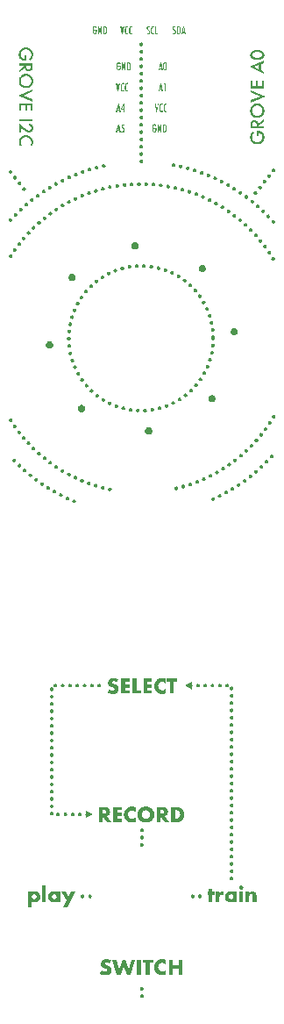
<source format=gbr>
G04 This is an RS-274x file exported by *
G04 gerbv version 2.6.0 *
G04 More information is available about gerbv at *
G04 http://gerbv.gpleda.org/ *
G04 --End of header info--*
%MOIN*%
%FSLAX34Y34*%
%IPPOS*%
G04 --Define apertures--*
%ADD10C,0.0139*%
G04 --Start main section--*
G54D10*
G36*
G01X0005595Y0027939D02*
G01X0005598Y0027939D01*
G01X0005617Y0027939D01*
G01X0005634Y0027947D01*
G01X0005646Y0027959D01*
G01X0005659Y0027971D01*
G01X0005667Y0027987D01*
G01X0005668Y0028006D01*
G01X0005668Y0028025D01*
G01X0005661Y0028042D01*
G01X0005649Y0028055D01*
G01X0005637Y0028068D01*
G01X0005620Y0028077D01*
G01X0005601Y0028078D01*
G01X0005582Y0028079D01*
G01X0005564Y0028072D01*
G01X0005551Y0028060D01*
G01X0005538Y0028047D01*
G01X0005529Y0028030D01*
G01X0005529Y0028012D01*
G01X0005528Y0027992D01*
G01X0005535Y0027975D01*
G01X0005547Y0027962D01*
G01X0005559Y0027948D01*
G01X0005576Y0027940D01*
G01X0005595Y0027939D01*
G37*
G36*
G01X0005251Y0028002D02*
G01X0005252Y0027983D01*
G01X0005261Y0027967D01*
G01X0005273Y0027955D01*
G01X0005286Y0027943D01*
G01X0005302Y0027935D01*
G01X0005320Y0027935D01*
G01X0005321Y0027935D01*
G01X0005322Y0027935D01*
G01X0005322Y0027936D01*
G01X0005323Y0027936D01*
G01X0005324Y0027936D01*
G01X0005324Y0027937D01*
G01X0005344Y0027937D01*
G01X0005361Y0027946D01*
G01X0005373Y0027959D01*
G01X0005385Y0027973D01*
G01X0005391Y0027991D01*
G01X0005390Y0028010D01*
G01X0005389Y0028029D01*
G01X0005380Y0028046D01*
G01X0005367Y0028057D01*
G01X0005354Y0028069D01*
G01X0005336Y0028076D01*
G01X0005316Y0028074D01*
G01X0005297Y0028073D01*
G01X0005281Y0028065D01*
G01X0005269Y0028052D01*
G01X0005257Y0028038D01*
G01X0005250Y0028021D01*
G01X0005251Y0028002D01*
G37*
G36*
G01X0005865Y0027915D02*
G01X0005875Y0027915D01*
G01X0005892Y0027915D01*
G01X0005908Y0027921D01*
G01X0005920Y0027931D01*
G01X0005932Y0027942D01*
G01X0005941Y0027957D01*
G01X0005944Y0027974D01*
G01X0005947Y0027993D01*
G01X0005941Y0028011D01*
G01X0005931Y0028026D01*
G01X0005920Y0028040D01*
G01X0005903Y0028050D01*
G01X0005884Y0028052D01*
G01X0005865Y0028055D01*
G01X0005847Y0028050D01*
G01X0005833Y0028039D01*
G01X0005819Y0028028D01*
G01X0005809Y0028012D01*
G01X0005806Y0027994D01*
G01X0005804Y0027975D01*
G01X0005809Y0027956D01*
G01X0005819Y0027942D01*
G01X0005830Y0027928D01*
G01X0005846Y0027917D01*
G01X0005865Y0027915D01*
G37*
G36*
G01X0004976Y0027963D02*
G01X0004979Y0027946D01*
G01X0004988Y0027932D01*
G01X0005000Y0027921D01*
G01X0005013Y0027911D01*
G01X0005029Y0027905D01*
G01X0005045Y0027905D01*
G01X0005047Y0027905D01*
G01X0005048Y0027905D01*
G01X0005050Y0027905D01*
G01X0005052Y0027906D01*
G01X0005054Y0027906D01*
G01X0005056Y0027906D01*
G01X0005075Y0027909D01*
G01X0005091Y0027919D01*
G01X0005101Y0027934D01*
G01X0005111Y0027948D01*
G01X0005116Y0027967D01*
G01X0005113Y0027985D01*
G01X0005110Y0028005D01*
G01X0005100Y0028021D01*
G01X0005086Y0028031D01*
G01X0005071Y0028041D01*
G01X0005053Y0028046D01*
G01X0005034Y0028044D01*
G01X0005015Y0028040D01*
G01X0004999Y0028030D01*
G01X0004989Y0028015D01*
G01X0004978Y0028001D01*
G01X0004973Y0027982D01*
G01X0004976Y0027963D01*
G37*
G36*
G01X0006131Y0027864D02*
G01X0006134Y0027864D01*
G01X0006137Y0027863D01*
G01X0006140Y0027862D01*
G01X0006142Y0027862D01*
G01X0006145Y0027862D01*
G01X0006148Y0027862D01*
G01X0006163Y0027862D01*
G01X0006178Y0027867D01*
G01X0006190Y0027876D01*
G01X0006201Y0027885D01*
G01X0006211Y0027899D01*
G01X0006215Y0027915D01*
G01X0006219Y0027933D01*
G01X0006216Y0027952D01*
G01X0006207Y0027967D01*
G01X0006198Y0027982D01*
G01X0006183Y0027994D01*
G01X0006165Y0027999D01*
G01X0006146Y0028003D01*
G01X0006127Y0028000D01*
G01X0006111Y0027991D01*
G01X0006096Y0027982D01*
G01X0006084Y0027967D01*
G01X0006080Y0027948D01*
G01X0006075Y0027929D01*
G01X0006079Y0027910D01*
G01X0006088Y0027895D01*
G01X0006097Y0027880D01*
G01X0006113Y0027869D01*
G01X0006131Y0027864D01*
G37*
G36*
G01X0004706Y0027898D02*
G01X0004711Y0027883D01*
G01X0004720Y0027870D01*
G01X0004731Y0027861D01*
G01X0004743Y0027852D01*
G01X0004758Y0027846D01*
G01X0004773Y0027846D01*
G01X0004776Y0027846D01*
G01X0004780Y0027847D01*
G01X0004783Y0027847D01*
G01X0004786Y0027848D01*
G01X0004788Y0027848D01*
G01X0004791Y0027849D01*
G01X0004810Y0027854D01*
G01X0004825Y0027866D01*
G01X0004834Y0027882D01*
G01X0004843Y0027897D01*
G01X0004846Y0027917D01*
G01X0004841Y0027935D01*
G01X0004835Y0027953D01*
G01X0004823Y0027968D01*
G01X0004808Y0027977D01*
G01X0004792Y0027986D01*
G01X0004774Y0027989D01*
G01X0004755Y0027984D01*
G01X0004737Y0027978D01*
G01X0004722Y0027966D01*
G01X0004713Y0027951D01*
G01X0004705Y0027935D01*
G01X0004701Y0027917D01*
G01X0004706Y0027898D01*
G37*
G36*
G01X0006390Y0027785D02*
G01X0006394Y0027784D01*
G01X0006398Y0027783D01*
G01X0006401Y0027782D01*
G01X0006405Y0027781D01*
G01X0006409Y0027781D01*
G01X0006413Y0027781D01*
G01X0006427Y0027781D01*
G01X0006441Y0027786D01*
G01X0006453Y0027794D01*
G01X0006464Y0027802D01*
G01X0006474Y0027814D01*
G01X0006478Y0027828D01*
G01X0006485Y0027846D01*
G01X0006483Y0027865D01*
G01X0006476Y0027881D01*
G01X0006468Y0027897D01*
G01X0006455Y0027910D01*
G01X0006437Y0027917D01*
G01X0006419Y0027923D01*
G01X0006400Y0027922D01*
G01X0006384Y0027914D01*
G01X0006368Y0027906D01*
G01X0006354Y0027892D01*
G01X0006348Y0027874D01*
G01X0006342Y0027856D01*
G01X0006343Y0027837D01*
G01X0006351Y0027822D01*
G01X0006358Y0027806D01*
G01X0006372Y0027793D01*
G01X0006390Y0027787D01*
G01X0006390Y0027785D01*
G37*
G36*
G01X0004445Y0027806D02*
G01X0004450Y0027792D01*
G01X0004459Y0027781D01*
G01X0004470Y0027774D01*
G01X0004482Y0027766D01*
G01X0004495Y0027762D01*
G01X0004509Y0027762D01*
G01X0004513Y0027762D01*
G01X0004517Y0027762D01*
G01X0004522Y0027763D01*
G01X0004526Y0027763D01*
G01X0004530Y0027764D01*
G01X0004534Y0027766D01*
G01X0004552Y0027773D01*
G01X0004566Y0027786D01*
G01X0004573Y0027802D01*
G01X0004580Y0027819D01*
G01X0004581Y0027837D01*
G01X0004574Y0027855D01*
G01X0004567Y0027873D01*
G01X0004554Y0027886D01*
G01X0004538Y0027894D01*
G01X0004521Y0027901D01*
G01X0004502Y0027902D01*
G01X0004484Y0027895D01*
G01X0004467Y0027888D01*
G01X0004453Y0027875D01*
G01X0004446Y0027859D01*
G01X0004439Y0027843D01*
G01X0004438Y0027824D01*
G01X0004445Y0027806D01*
G37*
G36*
G01X0006640Y0027683D02*
G01X0006645Y0027680D01*
G01X0006650Y0027678D01*
G01X0006654Y0027677D01*
G01X0006659Y0027676D01*
G01X0006664Y0027675D01*
G01X0006669Y0027675D01*
G01X0006682Y0027675D01*
G01X0006695Y0027679D01*
G01X0006706Y0027686D01*
G01X0006717Y0027692D01*
G01X0006726Y0027702D01*
G01X0006733Y0027715D01*
G01X0006740Y0027732D01*
G01X0006741Y0027751D01*
G01X0006735Y0027768D01*
G01X0006729Y0027785D01*
G01X0006717Y0027799D01*
G01X0006699Y0027808D01*
G01X0006682Y0027816D01*
G01X0006663Y0027816D01*
G01X0006646Y0027810D01*
G01X0006629Y0027804D01*
G01X0006615Y0027792D01*
G01X0006606Y0027774D01*
G01X0006598Y0027757D01*
G01X0006598Y0027738D01*
G01X0006604Y0027721D01*
G01X0006610Y0027704D01*
G01X0006622Y0027690D01*
G01X0006640Y0027683D01*
G37*
G36*
G01X0004194Y0027687D02*
G01X0004200Y0027675D01*
G01X0004209Y0027665D01*
G01X0004220Y0027659D01*
G01X0004231Y0027653D01*
G01X0004243Y0027649D01*
G01X0004256Y0027649D01*
G01X0004261Y0027649D01*
G01X0004267Y0027650D01*
G01X0004272Y0027651D01*
G01X0004277Y0027652D01*
G01X0004282Y0027654D01*
G01X0004287Y0027656D01*
G01X0004304Y0027665D01*
G01X0004316Y0027680D01*
G01X0004322Y0027697D01*
G01X0004328Y0027714D01*
G01X0004327Y0027733D01*
G01X0004318Y0027749D01*
G01X0004309Y0027767D01*
G01X0004295Y0027779D01*
G01X0004278Y0027785D01*
G01X0004261Y0027790D01*
G01X0004242Y0027789D01*
G01X0004224Y0027781D01*
G01X0004207Y0027772D01*
G01X0004195Y0027757D01*
G01X0004189Y0027740D01*
G01X0004184Y0027723D01*
G01X0004185Y0027704D01*
G01X0004194Y0027687D01*
G37*
G36*
G01X0006877Y0027553D02*
G01X0006883Y0027550D01*
G01X0006890Y0027547D01*
G01X0006896Y0027546D01*
G01X0006902Y0027544D01*
G01X0006908Y0027544D01*
G01X0006913Y0027544D01*
G01X0006925Y0027544D01*
G01X0006937Y0027546D01*
G01X0006947Y0027552D01*
G01X0006958Y0027558D01*
G01X0006967Y0027566D01*
G01X0006973Y0027577D01*
G01X0006983Y0027593D01*
G01X0006986Y0027612D01*
G01X0006981Y0027629D01*
G01X0006977Y0027646D01*
G01X0006966Y0027662D01*
G01X0006949Y0027671D01*
G01X0006933Y0027682D01*
G01X0006915Y0027684D01*
G01X0006898Y0027680D01*
G01X0006880Y0027676D01*
G01X0006865Y0027665D01*
G01X0006855Y0027649D01*
G01X0006844Y0027633D01*
G01X0006842Y0027613D01*
G01X0006846Y0027596D01*
G01X0006850Y0027579D01*
G01X0006861Y0027563D01*
G01X0006877Y0027553D01*
G37*
G36*
G01X0003956Y0027544D02*
G01X0003963Y0027533D01*
G01X0003971Y0027525D01*
G01X0003981Y0027520D01*
G01X0003991Y0027514D01*
G01X0004003Y0027512D01*
G01X0004014Y0027512D01*
G01X0004021Y0027512D01*
G01X0004027Y0027513D01*
G01X0004033Y0027515D01*
G01X0004040Y0027517D01*
G01X0004046Y0027519D01*
G01X0004052Y0027523D01*
G01X0004068Y0027533D01*
G01X0004078Y0027549D01*
G01X0004082Y0027567D01*
G01X0004086Y0027584D01*
G01X0004083Y0027603D01*
G01X0004073Y0027619D01*
G01X0004063Y0027635D01*
G01X0004047Y0027645D01*
G01X0004029Y0027649D01*
G01X0004012Y0027653D01*
G01X0003993Y0027650D01*
G01X0003977Y0027639D01*
G01X0003961Y0027629D01*
G01X0003950Y0027613D01*
G01X0003946Y0027596D01*
G01X0003943Y0027579D01*
G01X0003946Y0027560D01*
G01X0003956Y0027544D01*
G37*
G36*
G01X0005643Y0022453D02*
G01X0005661Y0022454D01*
G01X0005678Y0022463D01*
G01X0005690Y0022476D01*
G01X0005701Y0022489D01*
G01X0005708Y0022507D01*
G01X0005708Y0022525D01*
G01X0005706Y0022545D01*
G01X0005698Y0022562D01*
G01X0005684Y0022574D01*
G01X0005671Y0022586D01*
G01X0005653Y0022593D01*
G01X0005634Y0022592D01*
G01X0005634Y0022591D01*
G01X0005615Y0022590D01*
G01X0005598Y0022582D01*
G01X0005586Y0022569D01*
G01X0005574Y0022556D01*
G01X0005567Y0022538D01*
G01X0005569Y0022518D01*
G01X0005570Y0022500D01*
G01X0005578Y0022483D01*
G01X0005592Y0022471D01*
G01X0005605Y0022459D01*
G01X0005623Y0022452D01*
G01X0005643Y0022453D01*
G37*
G36*
G01X0007102Y0027402D02*
G01X0007108Y0027397D01*
G01X0007115Y0027393D01*
G01X0007122Y0027391D01*
G01X0007129Y0027388D01*
G01X0007136Y0027387D01*
G01X0007144Y0027387D01*
G01X0007154Y0027387D01*
G01X0007165Y0027389D01*
G01X0007174Y0027394D01*
G01X0007184Y0027398D01*
G01X0007192Y0027405D01*
G01X0007199Y0027415D01*
G01X0007211Y0027430D01*
G01X0007215Y0027448D01*
G01X0007212Y0027466D01*
G01X0007210Y0027484D01*
G01X0007201Y0027501D01*
G01X0007185Y0027512D01*
G01X0007170Y0027523D01*
G01X0007152Y0027528D01*
G01X0007134Y0027526D01*
G01X0007117Y0027524D01*
G01X0007100Y0027515D01*
G01X0007088Y0027499D01*
G01X0007076Y0027484D01*
G01X0007072Y0027465D01*
G01X0007074Y0027447D01*
G01X0007077Y0027430D01*
G01X0007086Y0027413D01*
G01X0007102Y0027402D01*
G37*
G36*
G01X0003734Y0027377D02*
G01X0003741Y0027369D01*
G01X0003749Y0027362D01*
G01X0003759Y0027357D01*
G01X0003768Y0027353D01*
G01X0003778Y0027351D01*
G01X0003788Y0027351D01*
G01X0003796Y0027351D01*
G01X0003804Y0027352D01*
G01X0003811Y0027355D01*
G01X0003818Y0027357D01*
G01X0003825Y0027361D01*
G01X0003831Y0027366D01*
G01X0003847Y0027378D01*
G01X0003855Y0027395D01*
G01X0003857Y0027412D01*
G01X0003859Y0027430D01*
G01X0003854Y0027448D01*
G01X0003843Y0027463D01*
G01X0003831Y0027478D01*
G01X0003814Y0027487D01*
G01X0003796Y0027489D01*
G01X0003779Y0027492D01*
G01X0003761Y0027487D01*
G01X0003745Y0027474D01*
G01X0003745Y0027476D01*
G01X0003730Y0027464D01*
G01X0003721Y0027447D01*
G01X0003719Y0027429D01*
G01X0003718Y0027411D01*
G01X0003722Y0027392D01*
G01X0003734Y0027377D01*
G37*
G36*
G01X0007309Y0027227D02*
G01X0007316Y0027221D01*
G01X0007324Y0027216D01*
G01X0007332Y0027213D01*
G01X0007340Y0027210D01*
G01X0007348Y0027209D01*
G01X0007357Y0027209D01*
G01X0007365Y0027209D01*
G01X0007375Y0027211D01*
G01X0007384Y0027214D01*
G01X0007392Y0027218D01*
G01X0007401Y0027223D01*
G01X0007408Y0027231D01*
G01X0007420Y0027245D01*
G01X0007426Y0027263D01*
G01X0007425Y0027281D01*
G01X0007425Y0027299D01*
G01X0007418Y0027317D01*
G01X0007404Y0027330D01*
G01X0007390Y0027343D01*
G01X0007372Y0027349D01*
G01X0007354Y0027348D01*
G01X0007336Y0027347D01*
G01X0007318Y0027339D01*
G01X0007305Y0027326D01*
G01X0007292Y0027312D01*
G01X0007286Y0027294D01*
G01X0007287Y0027276D01*
G01X0007288Y0027258D01*
G01X0007295Y0027240D01*
G01X0007309Y0027227D01*
G37*
G36*
G01X0003530Y0027189D02*
G01X0003536Y0027182D01*
G01X0003544Y0027177D01*
G01X0003553Y0027174D01*
G01X0003561Y0027170D01*
G01X0003571Y0027169D01*
G01X0003580Y0027169D01*
G01X0003588Y0027169D01*
G01X0003597Y0027170D01*
G01X0003605Y0027173D01*
G01X0003613Y0027176D01*
G01X0003621Y0027181D01*
G01X0003627Y0027188D01*
G01X0003641Y0027201D01*
G01X0003648Y0027219D01*
G01X0003649Y0027237D01*
G01X0003649Y0027254D01*
G01X0003643Y0027272D01*
G01X0003629Y0027285D01*
G01X0003615Y0027299D01*
G01X0003598Y0027306D01*
G01X0003580Y0027307D01*
G01X0003562Y0027307D01*
G01X0003545Y0027301D01*
G01X0003531Y0027287D01*
G01X0003517Y0027274D01*
G01X0003510Y0027256D01*
G01X0003510Y0027239D01*
G01X0003510Y0027221D01*
G01X0003516Y0027203D01*
G01X0003530Y0027189D01*
G37*
G36*
G01X0005291Y0022524D02*
G01X0005290Y0022505D01*
G01X0005297Y0022488D01*
G01X0005309Y0022475D01*
G01X0005321Y0022461D01*
G01X0005338Y0022453D01*
G01X0005358Y0022452D01*
G01X0005377Y0022451D01*
G01X0005394Y0022458D01*
G01X0005407Y0022470D01*
G01X0005421Y0022482D01*
G01X0005429Y0022499D01*
G01X0005430Y0022518D01*
G01X0005431Y0022537D01*
G01X0005424Y0022555D01*
G01X0005412Y0022568D01*
G01X0005400Y0022581D01*
G01X0005383Y0022590D01*
G01X0005363Y0022591D01*
G01X0005345Y0022592D01*
G01X0005327Y0022585D01*
G01X0005314Y0022573D01*
G01X0005300Y0022561D01*
G01X0005292Y0022544D01*
G01X0005291Y0022524D01*
G37*
G36*
G01X0007498Y0027034D02*
G01X0007505Y0027026D01*
G01X0007513Y0027020D01*
G01X0007522Y0027016D01*
G01X0007531Y0027012D01*
G01X0007541Y0027010D01*
G01X0007551Y0027010D01*
G01X0007558Y0027010D01*
G01X0007566Y0027012D01*
G01X0007574Y0027014D01*
G01X0007582Y0027017D01*
G01X0007590Y0027021D01*
G01X0007597Y0027027D01*
G01X0007610Y0027040D01*
G01X0007618Y0027057D01*
G01X0007619Y0027075D01*
G01X0007620Y0027093D01*
G01X0007615Y0027111D01*
G01X0007602Y0027126D01*
G01X0007590Y0027140D01*
G01X0007572Y0027148D01*
G01X0007554Y0027149D01*
G01X0007537Y0027150D01*
G01X0007518Y0027144D01*
G01X0007504Y0027131D01*
G01X0007490Y0027119D01*
G01X0007482Y0027102D01*
G01X0007481Y0027084D01*
G01X0007480Y0027067D01*
G01X0007485Y0027048D01*
G01X0007498Y0027034D01*
G37*
G36*
G01X0005845Y0022541D02*
G01X0005848Y0022523D01*
G01X0005857Y0022508D01*
G01X0005869Y0022498D01*
G01X0005881Y0022487D01*
G01X0005897Y0022481D01*
G01X0005915Y0022481D01*
G01X0005916Y0022481D01*
G01X0005918Y0022481D01*
G01X0005920Y0022481D01*
G01X0005921Y0022481D01*
G01X0005923Y0022482D01*
G01X0005924Y0022482D01*
G01X0005944Y0022485D01*
G01X0005960Y0022496D01*
G01X0005970Y0022510D01*
G01X0005981Y0022525D01*
G01X0005986Y0022543D01*
G01X0005983Y0022562D01*
G01X0005980Y0022580D01*
G01X0005970Y0022596D01*
G01X0005955Y0022607D01*
G01X0005941Y0022618D01*
G01X0005922Y0022623D01*
G01X0005904Y0022620D01*
G01X0005885Y0022617D01*
G01X0005869Y0022607D01*
G01X0005858Y0022592D01*
G01X0005848Y0022578D01*
G01X0005843Y0022560D01*
G01X0005845Y0022541D01*
G37*
G36*
G01X0003345Y0026981D02*
G01X0003352Y0026975D01*
G01X0003359Y0026972D01*
G01X0003366Y0026969D01*
G01X0003374Y0026967D01*
G01X0003382Y0026966D01*
G01X0003389Y0026966D01*
G01X0003399Y0026966D01*
G01X0003410Y0026968D01*
G01X0003419Y0026972D01*
G01X0003428Y0026976D01*
G01X0003436Y0026982D01*
G01X0003442Y0026989D01*
G01X0003455Y0027004D01*
G01X0003460Y0027022D01*
G01X0003459Y0027040D01*
G01X0003457Y0027058D01*
G01X0003449Y0027075D01*
G01X0003434Y0027088D01*
G01X0003419Y0027101D01*
G01X0003401Y0027106D01*
G01X0003384Y0027104D01*
G01X0003366Y0027103D01*
G01X0003349Y0027094D01*
G01X0003337Y0027080D01*
G01X0003324Y0027065D01*
G01X0003319Y0027047D01*
G01X0003321Y0027029D01*
G01X0003322Y0027011D01*
G01X0003331Y0026994D01*
G01X0003345Y0026981D01*
G37*
G36*
G01X0007666Y0026821D02*
G01X0007673Y0026812D01*
G01X0007682Y0026805D01*
G01X0007691Y0026801D01*
G01X0007701Y0026796D01*
G01X0007712Y0026794D01*
G01X0007723Y0026794D01*
G01X0007730Y0026794D01*
G01X0007737Y0026795D01*
G01X0007744Y0026797D01*
G01X0007750Y0026799D01*
G01X0007757Y0026802D01*
G01X0007763Y0026806D01*
G01X0007778Y0026817D01*
G01X0007788Y0026834D01*
G01X0007791Y0026851D01*
G01X0007795Y0026869D01*
G01X0007791Y0026887D01*
G01X0007780Y0026903D01*
G01X0007769Y0026919D01*
G01X0007752Y0026928D01*
G01X0007734Y0026931D01*
G01X0007717Y0026934D01*
G01X0007698Y0026930D01*
G01X0007683Y0026919D01*
G01X0007667Y0026908D01*
G01X0007657Y0026891D01*
G01X0007654Y0026874D01*
G01X0007651Y0026856D01*
G01X0007655Y0026837D01*
G01X0007666Y0026821D01*
G37*
G36*
G01X0003183Y0026756D02*
G01X0003188Y0026752D01*
G01X0003195Y0026749D01*
G01X0003201Y0026747D01*
G01X0003208Y0026746D01*
G01X0003215Y0026745D01*
G01X0003222Y0026745D01*
G01X0003233Y0026745D01*
G01X0003244Y0026748D01*
G01X0003254Y0026752D01*
G01X0003264Y0026757D01*
G01X0003272Y0026764D01*
G01X0003279Y0026774D01*
G01X0003290Y0026790D01*
G01X0003293Y0026809D01*
G01X0003290Y0026826D01*
G01X0003286Y0026844D01*
G01X0003276Y0026860D01*
G01X0003260Y0026871D01*
G01X0003245Y0026882D01*
G01X0003226Y0026885D01*
G01X0003208Y0026882D01*
G01X0003191Y0026879D01*
G01X0003175Y0026869D01*
G01X0003165Y0026853D01*
G01X0003154Y0026837D01*
G01X0003150Y0026819D01*
G01X0003153Y0026801D01*
G01X0003157Y0026784D01*
G01X0003167Y0026767D01*
G01X0003183Y0026756D01*
G37*
G36*
G01X0005074Y0022480D02*
G01X0005076Y0022479D01*
G01X0005078Y0022479D01*
G01X0005079Y0022479D01*
G01X0005081Y0022478D01*
G01X0005083Y0022478D01*
G01X0005084Y0022478D01*
G01X0005101Y0022478D01*
G01X0005117Y0022485D01*
G01X0005129Y0022495D01*
G01X0005142Y0022506D01*
G01X0005151Y0022521D01*
G01X0005154Y0022538D01*
G01X0005156Y0022557D01*
G01X0005151Y0022575D01*
G01X0005140Y0022589D01*
G01X0005130Y0022603D01*
G01X0005113Y0022613D01*
G01X0005094Y0022616D01*
G01X0005094Y0022617D01*
G01X0005075Y0022620D01*
G01X0005057Y0022615D01*
G01X0005042Y0022604D01*
G01X0005028Y0022593D01*
G01X0005017Y0022577D01*
G01X0005015Y0022558D01*
G01X0005012Y0022539D01*
G01X0005017Y0022521D01*
G01X0005028Y0022506D01*
G01X0005039Y0022492D01*
G01X0005055Y0022482D01*
G01X0005074Y0022480D01*
G37*
G36*
G01X0007813Y0026594D02*
G01X0007820Y0026583D01*
G01X0007829Y0026574D01*
G01X0007839Y0026568D01*
G01X0007849Y0026562D01*
G01X0007861Y0026559D01*
G01X0007873Y0026559D01*
G01X0007879Y0026559D01*
G01X0007885Y0026560D01*
G01X0007891Y0026562D01*
G01X0007897Y0026563D01*
G01X0007902Y0026566D01*
G01X0007908Y0026569D01*
G01X0007924Y0026578D01*
G01X0007936Y0026594D01*
G01X0007940Y0026611D01*
G01X0007945Y0026628D01*
G01X0007942Y0026646D01*
G01X0007933Y0026663D01*
G01X0007924Y0026680D01*
G01X0007908Y0026691D01*
G01X0007891Y0026696D01*
G01X0007874Y0026701D01*
G01X0007855Y0026699D01*
G01X0007838Y0026689D01*
G01X0007822Y0026680D01*
G01X0007810Y0026664D01*
G01X0007806Y0026647D01*
G01X0007801Y0026630D01*
G01X0007804Y0026611D01*
G01X0007813Y0026595D01*
G01X0007813Y0026594D01*
G37*
G36*
G01X0006119Y0022589D02*
G01X0006122Y0022574D01*
G01X0006131Y0022561D01*
G01X0006143Y0022552D01*
G01X0006155Y0022543D01*
G01X0006170Y0022538D01*
G01X0006185Y0022538D01*
G01X0006188Y0022538D01*
G01X0006191Y0022538D01*
G01X0006194Y0022538D01*
G01X0006197Y0022538D01*
G01X0006200Y0022539D01*
G01X0006204Y0022539D01*
G01X0006222Y0022545D01*
G01X0006237Y0022557D01*
G01X0006246Y0022573D01*
G01X0006255Y0022588D01*
G01X0006258Y0022607D01*
G01X0006254Y0022626D01*
G01X0006249Y0022644D01*
G01X0006237Y0022658D01*
G01X0006221Y0022667D01*
G01X0006205Y0022676D01*
G01X0006186Y0022679D01*
G01X0006167Y0022674D01*
G01X0006169Y0022674D01*
G01X0006150Y0022669D01*
G01X0006135Y0022657D01*
G01X0006126Y0022642D01*
G01X0006117Y0022627D01*
G01X0006114Y0022608D01*
G01X0006119Y0022589D01*
G37*
G36*
G01X0003044Y0026516D02*
G01X0003049Y0026513D01*
G01X0003054Y0026511D01*
G01X0003059Y0026510D01*
G01X0003065Y0026508D01*
G01X0003070Y0026507D01*
G01X0003076Y0026507D01*
G01X0003088Y0026507D01*
G01X0003100Y0026511D01*
G01X0003111Y0026517D01*
G01X0003122Y0026523D01*
G01X0003131Y0026532D01*
G01X0003137Y0026544D01*
G01X0003147Y0026561D01*
G01X0003148Y0026580D01*
G01X0003143Y0026597D01*
G01X0003139Y0026614D01*
G01X0003127Y0026629D01*
G01X0003110Y0026638D01*
G01X0003093Y0026647D01*
G01X0003074Y0026649D01*
G01X0003057Y0026643D01*
G01X0003040Y0026638D01*
G01X0003025Y0026627D01*
G01X0003016Y0026610D01*
G01X0003006Y0026594D01*
G01X0003005Y0026575D01*
G01X0003010Y0026557D01*
G01X0003015Y0026540D01*
G01X0003027Y0026525D01*
G01X0003044Y0026516D01*
G37*
G36*
G01X0007936Y0026353D02*
G01X0007941Y0026340D01*
G01X0007950Y0026330D01*
G01X0007961Y0026323D01*
G01X0007972Y0026315D01*
G01X0007985Y0026312D01*
G01X0007999Y0026312D01*
G01X0008003Y0026312D01*
G01X0008008Y0026312D01*
G01X0008013Y0026314D01*
G01X0008017Y0026315D01*
G01X0008022Y0026317D01*
G01X0008027Y0026319D01*
G01X0008045Y0026326D01*
G01X0008058Y0026340D01*
G01X0008064Y0026357D01*
G01X0008070Y0026374D01*
G01X0008070Y0026393D01*
G01X0008062Y0026410D01*
G01X0008054Y0026428D01*
G01X0008040Y0026440D01*
G01X0008023Y0026446D01*
G01X0008007Y0026453D01*
G01X0007988Y0026453D01*
G01X0007970Y0026445D01*
G01X0007953Y0026437D01*
G01X0007940Y0026423D01*
G01X0007934Y0026407D01*
G01X0007928Y0026390D01*
G01X0007928Y0026371D01*
G01X0007936Y0026353D01*
G37*
G36*
G01X0002929Y0026263D02*
G01X0002933Y0026261D01*
G01X0002938Y0026260D01*
G01X0002942Y0026259D01*
G01X0002947Y0026258D01*
G01X0002952Y0026258D01*
G01X0002956Y0026258D01*
G01X0002969Y0026258D01*
G01X0002983Y0026261D01*
G01X0002994Y0026269D01*
G01X0003005Y0026276D01*
G01X0003015Y0026287D01*
G01X0003020Y0026300D01*
G01X0003028Y0026318D01*
G01X0003027Y0026337D01*
G01X0003021Y0026353D01*
G01X0003014Y0026369D01*
G01X0003001Y0026383D01*
G01X0002983Y0026391D01*
G01X0002965Y0026398D01*
G01X0002947Y0026398D01*
G01X0002930Y0026391D01*
G01X0002914Y0026385D01*
G01X0002900Y0026371D01*
G01X0002893Y0026353D01*
G01X0002885Y0026336D01*
G01X0002885Y0026317D01*
G01X0002892Y0026301D01*
G01X0002898Y0026285D01*
G01X0002911Y0026271D01*
G01X0002929Y0026263D01*
G37*
G36*
G01X0004795Y0022535D02*
G01X0004798Y0022535D01*
G01X0004801Y0022534D01*
G01X0004803Y0022533D01*
G01X0004806Y0022533D01*
G01X0004809Y0022533D01*
G01X0004812Y0022533D01*
G01X0004827Y0022533D01*
G01X0004842Y0022538D01*
G01X0004854Y0022547D01*
G01X0004866Y0022556D01*
G01X0004876Y0022569D01*
G01X0004880Y0022585D01*
G01X0004884Y0022604D01*
G01X0004881Y0022623D01*
G01X0004871Y0022638D01*
G01X0004862Y0022653D01*
G01X0004847Y0022665D01*
G01X0004829Y0022670D01*
G01X0004811Y0022675D01*
G01X0004792Y0022671D01*
G01X0004776Y0022662D01*
G01X0004761Y0022653D01*
G01X0004749Y0022638D01*
G01X0004745Y0022620D01*
G01X0004740Y0022601D01*
G01X0004744Y0022582D01*
G01X0004753Y0022567D01*
G01X0004762Y0022552D01*
G01X0004776Y0022540D01*
G01X0004795Y0022535D01*
G37*
G36*
G01X0008033Y0026101D02*
G01X0008038Y0026086D01*
G01X0008047Y0026074D01*
G01X0008059Y0026066D01*
G01X0008070Y0026058D01*
G01X0008085Y0026053D01*
G01X0008099Y0026053D01*
G01X0008103Y0026053D01*
G01X0008106Y0026053D01*
G01X0008110Y0026054D01*
G01X0008113Y0026055D01*
G01X0008117Y0026055D01*
G01X0008120Y0026056D01*
G01X0008138Y0026062D01*
G01X0008153Y0026075D01*
G01X0008161Y0026091D01*
G01X0008169Y0026107D01*
G01X0008171Y0026126D01*
G01X0008165Y0026144D01*
G01X0008158Y0026162D01*
G01X0008146Y0026177D01*
G01X0008130Y0026185D01*
G01X0008114Y0026193D01*
G01X0008095Y0026194D01*
G01X0008077Y0026188D01*
G01X0008059Y0026183D01*
G01X0008045Y0026170D01*
G01X0008037Y0026154D01*
G01X0008029Y0026138D01*
G01X0008027Y0026119D01*
G01X0008033Y0026101D01*
G37*
G36*
G01X0006385Y0022667D02*
G01X0006390Y0022653D01*
G01X0006399Y0022642D01*
G01X0006411Y0022634D01*
G01X0006422Y0022626D01*
G01X0006436Y0022621D01*
G01X0006451Y0022621D01*
G01X0006455Y0022621D01*
G01X0006459Y0022622D01*
G01X0006463Y0022622D01*
G01X0006467Y0022623D01*
G01X0006471Y0022624D01*
G01X0006474Y0022626D01*
G01X0006474Y0022627D01*
G01X0006493Y0022633D01*
G01X0006506Y0022646D01*
G01X0006513Y0022662D01*
G01X0006521Y0022679D01*
G01X0006522Y0022698D01*
G01X0006514Y0022716D01*
G01X0006508Y0022734D01*
G01X0006495Y0022747D01*
G01X0006479Y0022755D01*
G01X0006463Y0022762D01*
G01X0006444Y0022763D01*
G01X0006426Y0022756D01*
G01X0006408Y0022749D01*
G01X0006394Y0022736D01*
G01X0006387Y0022720D01*
G01X0006380Y0022704D01*
G01X0006379Y0022685D01*
G01X0006385Y0022667D01*
G37*
G36*
G01X0002841Y0025999D02*
G01X0002845Y0025998D01*
G01X0002848Y0025998D01*
G01X0002852Y0025997D01*
G01X0002855Y0025997D01*
G01X0002858Y0025996D01*
G01X0002862Y0025996D01*
G01X0002876Y0025996D01*
G01X0002891Y0026001D01*
G01X0002902Y0026010D01*
G01X0002914Y0026018D01*
G01X0002924Y0026030D01*
G01X0002929Y0026045D01*
G01X0002934Y0026064D01*
G01X0002932Y0026083D01*
G01X0002923Y0026099D01*
G01X0002915Y0026114D01*
G01X0002901Y0026127D01*
G01X0002883Y0026133D01*
G01X0002864Y0026138D01*
G01X0002845Y0026136D01*
G01X0002829Y0026127D01*
G01X0002813Y0026119D01*
G01X0002801Y0026105D01*
G01X0002795Y0026087D01*
G01X0002790Y0026068D01*
G01X0002792Y0026049D01*
G01X0002801Y0026033D01*
G01X0002809Y0026017D01*
G01X0002823Y0026005D01*
G01X0002841Y0025999D01*
G37*
G36*
G01X0008104Y0025839D02*
G01X0008107Y0025823D01*
G01X0008116Y0025810D01*
G01X0008128Y0025800D01*
G01X0008140Y0025791D01*
G01X0008156Y0025785D01*
G01X0008172Y0025785D01*
G01X0008175Y0025785D01*
G01X0008177Y0025785D01*
G01X0008179Y0025786D01*
G01X0008182Y0025786D01*
G01X0008184Y0025786D01*
G01X0008187Y0025787D01*
G01X0008206Y0025791D01*
G01X0008221Y0025802D01*
G01X0008231Y0025817D01*
G01X0008240Y0025833D01*
G01X0008244Y0025851D01*
G01X0008240Y0025870D01*
G01X0008236Y0025889D01*
G01X0008224Y0025904D01*
G01X0008209Y0025913D01*
G01X0008195Y0025923D01*
G01X0008176Y0025927D01*
G01X0008156Y0025923D01*
G01X0008137Y0025919D01*
G01X0008122Y0025907D01*
G01X0008113Y0025892D01*
G01X0008103Y0025877D01*
G01X0008099Y0025858D01*
G01X0008104Y0025839D01*
G37*
G36*
G01X0004523Y0022619D02*
G01X0004526Y0022617D01*
G01X0004530Y0022616D01*
G01X0004534Y0022615D01*
G01X0004538Y0022615D01*
G01X0004542Y0022614D01*
G01X0004546Y0022614D01*
G01X0004560Y0022614D01*
G01X0004574Y0022619D01*
G01X0004586Y0022627D01*
G01X0004598Y0022635D01*
G01X0004607Y0022646D01*
G01X0004612Y0022660D01*
G01X0004618Y0022678D01*
G01X0004617Y0022697D01*
G01X0004609Y0022714D01*
G01X0004602Y0022730D01*
G01X0004588Y0022743D01*
G01X0004570Y0022749D01*
G01X0004552Y0022756D01*
G01X0004533Y0022755D01*
G01X0004517Y0022747D01*
G01X0004501Y0022740D01*
G01X0004488Y0022726D01*
G01X0004481Y0022708D01*
G01X0004475Y0022689D01*
G01X0004477Y0022671D01*
G01X0004484Y0022655D01*
G01X0004491Y0022639D01*
G01X0004505Y0022625D01*
G01X0004523Y0022619D01*
G37*
G36*
G01X0006643Y0022770D02*
G01X0006649Y0022758D01*
G01X0006658Y0022749D01*
G01X0006669Y0022742D01*
G01X0006680Y0022736D01*
G01X0006692Y0022733D01*
G01X0006705Y0022733D01*
G01X0006710Y0022733D01*
G01X0006716Y0022733D01*
G01X0006721Y0022734D01*
G01X0006726Y0022735D01*
G01X0006731Y0022737D01*
G01X0006736Y0022739D01*
G01X0006753Y0022748D01*
G01X0006765Y0022762D01*
G01X0006771Y0022779D01*
G01X0006776Y0022796D01*
G01X0006776Y0022815D01*
G01X0006767Y0022832D01*
G01X0006759Y0022850D01*
G01X0006745Y0022862D01*
G01X0006728Y0022867D01*
G01X0006711Y0022873D01*
G01X0006692Y0022872D01*
G01X0006675Y0022863D01*
G01X0006657Y0022855D01*
G01X0006645Y0022840D01*
G01X0006639Y0022823D01*
G01X0006633Y0022806D01*
G01X0006634Y0022787D01*
G01X0006643Y0022770D01*
G37*
G36*
G01X0002781Y0025728D02*
G01X0002783Y0025728D01*
G01X0002786Y0025727D01*
G01X0002788Y0025727D01*
G01X0002790Y0025727D01*
G01X0002793Y0025727D01*
G01X0002795Y0025727D01*
G01X0002811Y0025727D01*
G01X0002826Y0025733D01*
G01X0002839Y0025743D01*
G01X0002851Y0025753D01*
G01X0002860Y0025767D01*
G01X0002863Y0025782D01*
G01X0002867Y0025802D01*
G01X0002862Y0025821D01*
G01X0002852Y0025835D01*
G01X0002842Y0025850D01*
G01X0002826Y0025861D01*
G01X0002808Y0025865D01*
G01X0002789Y0025869D01*
G01X0002771Y0025864D01*
G01X0002756Y0025854D01*
G01X0002741Y0025845D01*
G01X0002730Y0025829D01*
G01X0002726Y0025810D01*
G01X0002722Y0025791D01*
G01X0002727Y0025773D01*
G01X0002737Y0025758D01*
G01X0002747Y0025743D01*
G01X0002763Y0025732D01*
G01X0002781Y0025728D01*
G37*
G36*
G01X0008148Y0025573D02*
G01X0008150Y0025555D01*
G01X0008159Y0025540D01*
G01X0008171Y0025529D01*
G01X0008184Y0025518D01*
G01X0008200Y0025512D01*
G01X0008218Y0025512D01*
G01X0008226Y0025512D01*
G01X0008244Y0025514D01*
G01X0008261Y0025523D01*
G01X0008272Y0025537D01*
G01X0008283Y0025552D01*
G01X0008289Y0025570D01*
G01X0008287Y0025589D01*
G01X0008285Y0025608D01*
G01X0008275Y0025624D01*
G01X0008261Y0025636D01*
G01X0008247Y0025647D01*
G01X0008229Y0025653D01*
G01X0008209Y0025650D01*
G01X0008190Y0025648D01*
G01X0008174Y0025638D01*
G01X0008163Y0025624D01*
G01X0008152Y0025610D01*
G01X0008146Y0025592D01*
G01X0008148Y0025573D01*
G37*
G36*
G01X0004261Y0022730D02*
G01X0004265Y0022728D01*
G01X0004271Y0022726D01*
G01X0004276Y0022725D01*
G01X0004281Y0022723D01*
G01X0004286Y0022723D01*
G01X0004291Y0022723D01*
G01X0004304Y0022723D01*
G01X0004317Y0022727D01*
G01X0004328Y0022733D01*
G01X0004338Y0022740D01*
G01X0004347Y0022750D01*
G01X0004354Y0022763D01*
G01X0004362Y0022780D01*
G01X0004363Y0022798D01*
G01X0004357Y0022815D01*
G01X0004351Y0022832D01*
G01X0004339Y0022846D01*
G01X0004322Y0022855D01*
G01X0004304Y0022863D01*
G01X0004285Y0022864D01*
G01X0004268Y0022858D01*
G01X0004251Y0022852D01*
G01X0004237Y0022840D01*
G01X0004229Y0022823D01*
G01X0004220Y0022805D01*
G01X0004220Y0022786D01*
G01X0004225Y0022769D01*
G01X0004231Y0022753D01*
G01X0004243Y0022738D01*
G01X0004261Y0022730D01*
G37*
G36*
G01X0002748Y0025452D02*
G01X0002755Y0025452D01*
G01X0002773Y0025452D01*
G01X0002789Y0025459D01*
G01X0002802Y0025470D01*
G01X0002814Y0025482D01*
G01X0002822Y0025498D01*
G01X0002824Y0025516D01*
G01X0002826Y0025535D01*
G01X0002819Y0025553D01*
G01X0002808Y0025566D01*
G01X0002797Y0025580D01*
G01X0002780Y0025589D01*
G01X0002761Y0025591D01*
G01X0002742Y0025593D01*
G01X0002724Y0025587D01*
G01X0002711Y0025575D01*
G01X0002697Y0025564D01*
G01X0002688Y0025547D01*
G01X0002686Y0025528D01*
G01X0002684Y0025509D01*
G01X0002690Y0025491D01*
G01X0002702Y0025477D01*
G01X0002713Y0025463D01*
G01X0002729Y0025454D01*
G01X0002748Y0025452D01*
G37*
G36*
G01X0006888Y0022900D02*
G01X0006895Y0022890D01*
G01X0006904Y0022882D01*
G01X0006914Y0022876D01*
G01X0006925Y0022870D01*
G01X0006936Y0022867D01*
G01X0006948Y0022867D01*
G01X0006954Y0022867D01*
G01X0006960Y0022868D01*
G01X0006967Y0022870D01*
G01X0006973Y0022872D01*
G01X0006978Y0022875D01*
G01X0006984Y0022878D01*
G01X0007001Y0022889D01*
G01X0007012Y0022904D01*
G01X0007016Y0022921D01*
G01X0007020Y0022939D01*
G01X0007017Y0022958D01*
G01X0007006Y0022974D01*
G01X0006996Y0022990D01*
G01X0006980Y0023000D01*
G01X0006963Y0023004D01*
G01X0006945Y0023008D01*
G01X0006926Y0023005D01*
G01X0006911Y0022995D01*
G01X0006895Y0022985D01*
G01X0006884Y0022970D01*
G01X0006880Y0022952D01*
G01X0006875Y0022935D01*
G01X0006878Y0022916D01*
G01X0006888Y0022900D01*
G37*
G36*
G01X0008166Y0025265D02*
G01X0008166Y0025245D01*
G01X0008174Y0025228D01*
G01X0008186Y0025215D01*
G01X0008199Y0025203D01*
G01X0008216Y0025195D01*
G01X0008236Y0025195D01*
G01X0008255Y0025195D01*
G01X0008272Y0025203D01*
G01X0008285Y0025215D01*
G01X0008297Y0025228D01*
G01X0008305Y0025245D01*
G01X0008305Y0025265D01*
G01X0008305Y0025268D01*
G01X0008305Y0025271D01*
G01X0008304Y0025275D01*
G01X0008304Y0025278D01*
G01X0008303Y0025282D01*
G01X0008302Y0025285D01*
G01X0008303Y0025288D01*
G01X0008304Y0025291D01*
G01X0008304Y0025295D01*
G01X0008305Y0025298D01*
G01X0008305Y0025301D01*
G01X0008305Y0025305D01*
G01X0008304Y0025324D01*
G01X0008296Y0025342D01*
G01X0008284Y0025354D01*
G01X0008271Y0025366D01*
G01X0008253Y0025373D01*
G01X0008234Y0025373D01*
G01X0008215Y0025373D01*
G01X0008198Y0025365D01*
G01X0008185Y0025352D01*
G01X0008173Y0025339D01*
G01X0008165Y0025322D01*
G01X0008166Y0025303D01*
G01X0008166Y0025300D01*
G01X0008167Y0025296D01*
G01X0008167Y0025293D01*
G01X0008168Y0025289D01*
G01X0008168Y0025286D01*
G01X0008169Y0025282D01*
G01X0008168Y0025280D01*
G01X0008168Y0025277D01*
G01X0008167Y0025274D01*
G01X0008167Y0025271D01*
G01X0008166Y0025268D01*
G01X0008166Y0025265D01*
G37*
G36*
G01X0002673Y0025244D02*
G01X0002674Y0025225D01*
G01X0002682Y0025208D01*
G01X0002694Y0025196D01*
G01X0002707Y0025183D01*
G01X0002724Y0025175D01*
G01X0002743Y0025175D01*
G01X0002744Y0025175D01*
G01X0002763Y0025175D01*
G01X0002781Y0025183D01*
G01X0002793Y0025196D01*
G01X0002805Y0025208D01*
G01X0002813Y0025226D01*
G01X0002812Y0025245D01*
G01X0002812Y0025264D01*
G01X0002804Y0025282D01*
G01X0002792Y0025294D01*
G01X0002779Y0025307D01*
G01X0002762Y0025314D01*
G01X0002743Y0025314D01*
G01X0002724Y0025314D01*
G01X0002706Y0025306D01*
G01X0002694Y0025293D01*
G01X0002681Y0025280D01*
G01X0002673Y0025263D01*
G01X0002673Y0025244D01*
G37*
G36*
G01X0007120Y0023053D02*
G01X0007127Y0023044D01*
G01X0007135Y0023038D01*
G01X0007145Y0023033D01*
G01X0007154Y0023029D01*
G01X0007164Y0023027D01*
G01X0007174Y0023027D01*
G01X0007182Y0023027D01*
G01X0007190Y0023028D01*
G01X0007197Y0023030D01*
G01X0007204Y0023032D01*
G01X0007211Y0023036D01*
G01X0007218Y0023041D01*
G01X0007233Y0023053D01*
G01X0007242Y0023070D01*
G01X0007244Y0023087D01*
G01X0007246Y0023105D01*
G01X0007242Y0023123D01*
G01X0007230Y0023138D01*
G01X0007218Y0023153D01*
G01X0007201Y0023162D01*
G01X0007183Y0023165D01*
G01X0007166Y0023167D01*
G01X0007147Y0023162D01*
G01X0007133Y0023150D01*
G01X0007118Y0023139D01*
G01X0007108Y0023123D01*
G01X0007106Y0023105D01*
G01X0007104Y0023087D01*
G01X0007108Y0023069D01*
G01X0007120Y0023053D01*
G37*
G36*
G01X0008215Y0024917D02*
G01X0008222Y0024917D01*
G01X0008239Y0024917D01*
G01X0008255Y0024924D01*
G01X0008268Y0024935D01*
G01X0008280Y0024947D01*
G01X0008289Y0024962D01*
G01X0008291Y0024980D01*
G01X0008293Y0024999D01*
G01X0008287Y0025017D01*
G01X0008276Y0025031D01*
G01X0008265Y0025045D01*
G01X0008248Y0025054D01*
G01X0008229Y0025056D01*
G01X0008210Y0025058D01*
G01X0008192Y0025052D01*
G01X0008178Y0025041D01*
G01X0008164Y0025030D01*
G01X0008154Y0025013D01*
G01X0008152Y0024993D01*
G01X0008151Y0024975D01*
G01X0008157Y0024957D01*
G01X0008168Y0024943D01*
G01X0008180Y0024929D01*
G01X0008196Y0024919D01*
G01X0008215Y0024917D01*
G37*
G36*
G01X0004012Y0022867D02*
G01X0004018Y0022864D01*
G01X0004024Y0022861D01*
G01X0004030Y0022860D01*
G01X0004036Y0022858D01*
G01X0004042Y0022858D01*
G01X0004048Y0022858D01*
G01X0004060Y0022858D01*
G01X0004071Y0022860D01*
G01X0004081Y0022866D01*
G01X0004091Y0022871D01*
G01X0004100Y0022879D01*
G01X0004106Y0022889D01*
G01X0004117Y0022906D01*
G01X0004120Y0022925D01*
G01X0004116Y0022942D01*
G01X0004111Y0022960D01*
G01X0004101Y0022976D01*
G01X0004084Y0022985D01*
G01X0004068Y0022996D01*
G01X0004049Y0022998D01*
G01X0004032Y0022994D01*
G01X0004015Y0022990D01*
G01X0003999Y0022979D01*
G01X0003990Y0022963D01*
G01X0003979Y0022947D01*
G01X0003976Y0022928D01*
G01X0003980Y0022911D01*
G01X0003984Y0022893D01*
G01X0003995Y0022877D01*
G01X0004012Y0022867D01*
G37*
G36*
G01X0008166Y0024645D02*
G01X0008168Y0024644D01*
G01X0008171Y0024644D01*
G01X0008173Y0024644D01*
G01X0008175Y0024644D01*
G01X0008178Y0024644D01*
G01X0008180Y0024644D01*
G01X0008196Y0024644D01*
G01X0008211Y0024649D01*
G01X0008223Y0024659D01*
G01X0008236Y0024669D01*
G01X0008245Y0024682D01*
G01X0008248Y0024699D01*
G01X0008252Y0024718D01*
G01X0008248Y0024736D01*
G01X0008238Y0024751D01*
G01X0008228Y0024766D01*
G01X0008213Y0024777D01*
G01X0008194Y0024781D01*
G01X0008175Y0024785D01*
G01X0008157Y0024780D01*
G01X0008142Y0024771D01*
G01X0008127Y0024761D01*
G01X0008116Y0024746D01*
G01X0008112Y0024727D01*
G01X0008108Y0024708D01*
G01X0008113Y0024689D01*
G01X0008122Y0024674D01*
G01X0008132Y0024660D01*
G01X0008147Y0024648D01*
G01X0008166Y0024645D01*
G37*
G36*
G01X0007334Y0023230D02*
G01X0007341Y0023223D01*
G01X0007349Y0023217D01*
G01X0007358Y0023213D01*
G01X0007366Y0023210D01*
G01X0007376Y0023208D01*
G01X0007386Y0023208D01*
G01X0007394Y0023208D01*
G01X0007402Y0023209D01*
G01X0007410Y0023213D01*
G01X0007418Y0023216D01*
G01X0007426Y0023221D01*
G01X0007433Y0023227D01*
G01X0007447Y0023240D01*
G01X0007454Y0023258D01*
G01X0007454Y0023276D01*
G01X0007455Y0023294D01*
G01X0007449Y0023312D01*
G01X0007435Y0023325D01*
G01X0007422Y0023339D01*
G01X0007405Y0023347D01*
G01X0007387Y0023347D01*
G01X0007369Y0023348D01*
G01X0007351Y0023342D01*
G01X0007337Y0023328D01*
G01X0007323Y0023315D01*
G01X0007316Y0023297D01*
G01X0007315Y0023279D01*
G01X0007315Y0023262D01*
G01X0007321Y0023244D01*
G01X0007334Y0023230D01*
G37*
G36*
G01X0002690Y0024960D02*
G01X0002692Y0024942D01*
G01X0002700Y0024926D01*
G01X0002713Y0024915D01*
G01X0002725Y0024904D01*
G01X0002742Y0024898D01*
G01X0002759Y0024898D01*
G01X0002761Y0024898D01*
G01X0002762Y0024898D01*
G01X0002763Y0024898D01*
G01X0002764Y0024898D01*
G01X0002765Y0024898D01*
G01X0002766Y0024899D01*
G01X0002786Y0024900D01*
G01X0002802Y0024910D01*
G01X0002813Y0024924D01*
G01X0002824Y0024937D01*
G01X0002830Y0024955D01*
G01X0002827Y0024974D01*
G01X0002826Y0024994D01*
G01X0002816Y0025010D01*
G01X0002803Y0025022D01*
G01X0002789Y0025033D01*
G01X0002771Y0025039D01*
G01X0002752Y0025037D01*
G01X0002733Y0025035D01*
G01X0002716Y0025025D01*
G01X0002705Y0025011D01*
G01X0002693Y0024997D01*
G01X0002688Y0024979D01*
G01X0002690Y0024960D01*
G37*
G36*
G01X0003777Y0023028D02*
G01X0003783Y0023024D01*
G01X0003790Y0023021D01*
G01X0003797Y0023018D01*
G01X0003805Y0023016D01*
G01X0003812Y0023014D01*
G01X0003819Y0023014D01*
G01X0003829Y0023014D01*
G01X0003840Y0023017D01*
G01X0003849Y0023021D01*
G01X0003859Y0023026D01*
G01X0003867Y0023033D01*
G01X0003874Y0023042D01*
G01X0003886Y0023057D01*
G01X0003891Y0023076D01*
G01X0003888Y0023093D01*
G01X0003886Y0023111D01*
G01X0003877Y0023128D01*
G01X0003862Y0023139D01*
G01X0003847Y0023151D01*
G01X0003828Y0023156D01*
G01X0003811Y0023153D01*
G01X0003793Y0023151D01*
G01X0003776Y0023142D01*
G01X0003765Y0023127D01*
G01X0003753Y0023112D01*
G01X0003748Y0023093D01*
G01X0003751Y0023075D01*
G01X0003753Y0023057D01*
G01X0003762Y0023040D01*
G01X0003777Y0023028D01*
G37*
G36*
G01X0008090Y0024378D02*
G01X0008093Y0024377D01*
G01X0008097Y0024376D01*
G01X0008100Y0024375D01*
G01X0008104Y0024375D01*
G01X0008107Y0024374D01*
G01X0008110Y0024374D01*
G01X0008125Y0024374D01*
G01X0008139Y0024379D01*
G01X0008151Y0024387D01*
G01X0008163Y0024396D01*
G01X0008172Y0024408D01*
G01X0008177Y0024423D01*
G01X0008183Y0024442D01*
G01X0008181Y0024461D01*
G01X0008172Y0024476D01*
G01X0008164Y0024492D01*
G01X0008150Y0024505D01*
G01X0008132Y0024510D01*
G01X0008113Y0024516D01*
G01X0008095Y0024514D01*
G01X0008079Y0024506D01*
G01X0008063Y0024497D01*
G01X0008051Y0024483D01*
G01X0008045Y0024465D01*
G01X0008039Y0024446D01*
G01X0008041Y0024428D01*
G01X0008049Y0024412D01*
G01X0008057Y0024396D01*
G01X0008072Y0024384D01*
G01X0008090Y0024378D01*
G37*
G36*
G01X0007531Y0023426D02*
G01X0007537Y0023420D01*
G01X0007545Y0023416D01*
G01X0007552Y0023414D01*
G01X0007560Y0023411D01*
G01X0007568Y0023410D01*
G01X0007576Y0023410D01*
G01X0007586Y0023410D01*
G01X0007595Y0023412D01*
G01X0007604Y0023416D01*
G01X0007613Y0023420D01*
G01X0007622Y0023426D01*
G01X0007629Y0023434D01*
G01X0007641Y0023448D01*
G01X0007647Y0023467D01*
G01X0007645Y0023484D01*
G01X0007644Y0023502D01*
G01X0007636Y0023519D01*
G01X0007622Y0023531D01*
G01X0007607Y0023544D01*
G01X0007589Y0023549D01*
G01X0007571Y0023548D01*
G01X0007553Y0023547D01*
G01X0007536Y0023539D01*
G01X0007523Y0023524D01*
G01X0007510Y0023510D01*
G01X0007505Y0023491D01*
G01X0007507Y0023473D01*
G01X0007508Y0023455D01*
G01X0007517Y0023438D01*
G01X0007531Y0023426D01*
G37*
G36*
G01X0002734Y0024678D02*
G01X0002738Y0024662D01*
G01X0002747Y0024649D01*
G01X0002759Y0024639D01*
G01X0002771Y0024630D01*
G01X0002786Y0024624D01*
G01X0002802Y0024624D01*
G01X0002805Y0024624D01*
G01X0002807Y0024624D01*
G01X0002810Y0024624D01*
G01X0002812Y0024624D01*
G01X0002815Y0024625D01*
G01X0002817Y0024626D01*
G01X0002836Y0024630D01*
G01X0002852Y0024641D01*
G01X0002861Y0024656D01*
G01X0002871Y0024670D01*
G01X0002874Y0024689D01*
G01X0002870Y0024708D01*
G01X0002866Y0024726D01*
G01X0002855Y0024742D01*
G01X0002840Y0024752D01*
G01X0002825Y0024762D01*
G01X0002807Y0024766D01*
G01X0002788Y0024762D01*
G01X0002770Y0024757D01*
G01X0002754Y0024746D01*
G01X0002745Y0024731D01*
G01X0002735Y0024716D01*
G01X0002731Y0024698D01*
G01X0002734Y0024678D01*
G37*
G36*
G01X0007987Y0024120D02*
G01X0007992Y0024118D01*
G01X0007996Y0024116D01*
G01X0008001Y0024116D01*
G01X0008005Y0024115D01*
G01X0008010Y0024114D01*
G01X0008015Y0024114D01*
G01X0008028Y0024114D01*
G01X0008041Y0024118D01*
G01X0008052Y0024125D01*
G01X0008064Y0024133D01*
G01X0008073Y0024143D01*
G01X0008079Y0024156D01*
G01X0008086Y0024173D01*
G01X0008086Y0024193D01*
G01X0008079Y0024209D01*
G01X0008073Y0024226D01*
G01X0008060Y0024240D01*
G01X0008042Y0024248D01*
G01X0008024Y0024255D01*
G01X0008005Y0024255D01*
G01X0007989Y0024248D01*
G01X0007972Y0024242D01*
G01X0007958Y0024228D01*
G01X0007951Y0024210D01*
G01X0007943Y0024193D01*
G01X0007944Y0024174D01*
G01X0007950Y0024158D01*
G01X0007957Y0024142D01*
G01X0007970Y0024128D01*
G01X0007987Y0024120D01*
G37*
G36*
G01X0007706Y0023642D02*
G01X0007712Y0023638D01*
G01X0007718Y0023635D01*
G01X0007725Y0023633D01*
G01X0007731Y0023631D01*
G01X0007738Y0023630D01*
G01X0007745Y0023630D01*
G01X0007756Y0023630D01*
G01X0007767Y0023632D01*
G01X0007778Y0023637D01*
G01X0007788Y0023642D01*
G01X0007797Y0023649D01*
G01X0007804Y0023659D01*
G01X0007802Y0023659D01*
G01X0007813Y0023675D01*
G01X0007817Y0023694D01*
G01X0007814Y0023711D01*
G01X0007811Y0023729D01*
G01X0007802Y0023745D01*
G01X0007786Y0023756D01*
G01X0007770Y0023766D01*
G01X0007751Y0023770D01*
G01X0007733Y0023767D01*
G01X0007716Y0023764D01*
G01X0007699Y0023754D01*
G01X0007688Y0023738D01*
G01X0007677Y0023722D01*
G01X0007674Y0023703D01*
G01X0007677Y0023686D01*
G01X0007680Y0023669D01*
G01X0007690Y0023653D01*
G01X0007706Y0023642D01*
G37*
G36*
G01X0003561Y0023213D02*
G01X0003567Y0023207D01*
G01X0003575Y0023202D01*
G01X0003583Y0023199D01*
G01X0003591Y0023196D01*
G01X0003599Y0023195D01*
G01X0003608Y0023195D01*
G01X0003617Y0023195D01*
G01X0003626Y0023197D01*
G01X0003635Y0023200D01*
G01X0003644Y0023204D01*
G01X0003652Y0023209D01*
G01X0003659Y0023216D01*
G01X0003672Y0023230D01*
G01X0003678Y0023248D01*
G01X0003677Y0023266D01*
G01X0003677Y0023284D01*
G01X0003669Y0023301D01*
G01X0003655Y0023314D01*
G01X0003641Y0023328D01*
G01X0003623Y0023334D01*
G01X0003606Y0023333D01*
G01X0003588Y0023333D01*
G01X0003571Y0023325D01*
G01X0003558Y0023312D01*
G01X0003545Y0023298D01*
G01X0003538Y0023280D01*
G01X0003539Y0023262D01*
G01X0003539Y0023244D01*
G01X0003547Y0023226D01*
G01X0003561Y0023213D01*
G37*
G36*
G01X0007859Y0023874D02*
G01X0007864Y0023871D01*
G01X0007869Y0023868D01*
G01X0007875Y0023867D01*
G01X0007881Y0023865D01*
G01X0007887Y0023864D01*
G01X0007893Y0023864D01*
G01X0007904Y0023864D01*
G01X0007916Y0023868D01*
G01X0007927Y0023874D01*
G01X0007938Y0023880D01*
G01X0007947Y0023889D01*
G01X0007954Y0023900D01*
G01X0007963Y0023917D01*
G01X0007964Y0023936D01*
G01X0007959Y0023953D01*
G01X0007954Y0023971D01*
G01X0007942Y0023986D01*
G01X0007926Y0023995D01*
G01X0007909Y0024004D01*
G01X0007890Y0024006D01*
G01X0007873Y0024001D01*
G01X0007856Y0023996D01*
G01X0007841Y0023985D01*
G01X0007831Y0023969D01*
G01X0007822Y0023951D01*
G01X0007821Y0023932D01*
G01X0007826Y0023915D01*
G01X0007831Y0023898D01*
G01X0007842Y0023883D01*
G01X0007859Y0023874D01*
G37*
G36*
G01X0002808Y0024403D02*
G01X0002813Y0024389D01*
G01X0002822Y0024377D01*
G01X0002833Y0024369D01*
G01X0002845Y0024361D01*
G01X0002859Y0024356D01*
G01X0002874Y0024356D01*
G01X0002878Y0024356D01*
G01X0002881Y0024356D01*
G01X0002885Y0024356D01*
G01X0002888Y0024357D01*
G01X0002892Y0024357D01*
G01X0002895Y0024359D01*
G01X0002913Y0024364D01*
G01X0002928Y0024377D01*
G01X0002936Y0024393D01*
G01X0002944Y0024409D01*
G01X0002946Y0024428D01*
G01X0002940Y0024446D01*
G01X0002934Y0024464D01*
G01X0002921Y0024479D01*
G01X0002905Y0024487D01*
G01X0002889Y0024495D01*
G01X0002870Y0024497D01*
G01X0002852Y0024491D01*
G01X0002834Y0024485D01*
G01X0002820Y0024473D01*
G01X0002812Y0024457D01*
G01X0002804Y0024441D01*
G01X0002802Y0024422D01*
G01X0002808Y0024403D01*
G37*
G36*
G01X0003363Y0023419D02*
G01X0003370Y0023411D01*
G01X0003378Y0023405D01*
G01X0003387Y0023401D01*
G01X0003396Y0023397D01*
G01X0003405Y0023395D01*
G01X0003415Y0023395D01*
G01X0003423Y0023395D01*
G01X0003431Y0023396D01*
G01X0003439Y0023399D01*
G01X0003447Y0023402D01*
G01X0003454Y0023406D01*
G01X0003461Y0023412D01*
G01X0003475Y0023424D01*
G01X0003483Y0023442D01*
G01X0003484Y0023459D01*
G01X0003486Y0023477D01*
G01X0003480Y0023496D01*
G01X0003468Y0023510D01*
G01X0003455Y0023524D01*
G01X0003438Y0023532D01*
G01X0003420Y0023534D01*
G01X0003403Y0023535D01*
G01X0003385Y0023530D01*
G01X0003370Y0023517D01*
G01X0003356Y0023504D01*
G01X0003348Y0023487D01*
G01X0003346Y0023469D01*
G01X0003345Y0023451D01*
G01X0003351Y0023433D01*
G01X0003363Y0023419D01*
G37*
G36*
G01X0002908Y0024138D02*
G01X0002914Y0024125D01*
G01X0002923Y0024114D01*
G01X0002934Y0024107D01*
G01X0002945Y0024100D01*
G01X0002958Y0024096D01*
G01X0002971Y0024096D01*
G01X0002976Y0024096D01*
G01X0002981Y0024097D01*
G01X0002986Y0024098D01*
G01X0002991Y0024098D01*
G01X0002995Y0024100D01*
G01X0002999Y0024102D01*
G01X0003017Y0024110D01*
G01X0003030Y0024123D01*
G01X0003037Y0024140D01*
G01X0003043Y0024156D01*
G01X0003043Y0024175D01*
G01X0003035Y0024194D01*
G01X0003028Y0024211D01*
G01X0003014Y0024224D01*
G01X0002997Y0024230D01*
G01X0002980Y0024237D01*
G01X0002961Y0024237D01*
G01X0002944Y0024230D01*
G01X0002926Y0024222D01*
G01X0002914Y0024208D01*
G01X0002907Y0024191D01*
G01X0002900Y0024174D01*
G01X0002900Y0024155D01*
G01X0002908Y0024138D01*
G37*
G36*
G01X0003187Y0023642D02*
G01X0003194Y0023632D01*
G01X0003203Y0023625D01*
G01X0003213Y0023620D01*
G01X0003223Y0023615D01*
G01X0003233Y0023613D01*
G01X0003244Y0023613D01*
G01X0003251Y0023613D01*
G01X0003258Y0023614D01*
G01X0003265Y0023616D01*
G01X0003271Y0023618D01*
G01X0003278Y0023621D01*
G01X0003284Y0023625D01*
G01X0003300Y0023637D01*
G01X0003310Y0023653D01*
G01X0003313Y0023671D01*
G01X0003316Y0023688D01*
G01X0003312Y0023707D01*
G01X0003301Y0023723D01*
G01X0003290Y0023738D01*
G01X0003273Y0023748D01*
G01X0003256Y0023751D01*
G01X0003238Y0023754D01*
G01X0003220Y0023750D01*
G01X0003203Y0023739D01*
G01X0003188Y0023728D01*
G01X0003179Y0023712D01*
G01X0003175Y0023694D01*
G01X0003172Y0023677D01*
G01X0003176Y0023658D01*
G01X0003187Y0023642D01*
G37*
G36*
G01X0003035Y0023882D02*
G01X0003042Y0023871D01*
G01X0003051Y0023863D01*
G01X0003061Y0023857D01*
G01X0003072Y0023851D01*
G01X0003083Y0023848D01*
G01X0003095Y0023848D01*
G01X0003102Y0023848D01*
G01X0003107Y0023848D01*
G01X0003113Y0023850D01*
G01X0003119Y0023851D01*
G01X0003124Y0023853D01*
G01X0003130Y0023856D01*
G01X0003147Y0023866D01*
G01X0003158Y0023881D01*
G01X0003162Y0023898D01*
G01X0003167Y0023915D01*
G01X0003165Y0023934D01*
G01X0003156Y0023950D01*
G01X0003147Y0023968D01*
G01X0003131Y0023979D01*
G01X0003114Y0023984D01*
G01X0003097Y0023989D01*
G01X0003079Y0023987D01*
G01X0003062Y0023977D01*
G01X0003045Y0023968D01*
G01X0003034Y0023953D01*
G01X0003029Y0023935D01*
G01X0003024Y0023918D01*
G01X0003026Y0023899D01*
G01X0003035Y0023882D01*
G37*
G36*
G01X0006708Y0031778D02*
G01X0006710Y0031778D01*
G01X0006712Y0031777D01*
G01X0006714Y0031777D01*
G01X0006716Y0031777D01*
G01X0006718Y0031777D01*
G01X0006720Y0031777D01*
G01X0006736Y0031777D01*
G01X0006752Y0031783D01*
G01X0006764Y0031793D01*
G01X0006776Y0031803D01*
G01X0006785Y0031817D01*
G01X0006788Y0031834D01*
G01X0006792Y0031853D01*
G01X0006787Y0031871D01*
G01X0006777Y0031886D01*
G01X0006767Y0031900D01*
G01X0006752Y0031911D01*
G01X0006733Y0031914D01*
G01X0006714Y0031918D01*
G01X0006696Y0031913D01*
G01X0006681Y0031903D01*
G01X0006666Y0031893D01*
G01X0006656Y0031878D01*
G01X0006652Y0031859D01*
G01X0006649Y0031840D01*
G01X0006653Y0031822D01*
G01X0006663Y0031807D01*
G01X0006673Y0031793D01*
G01X0006689Y0031782D01*
G01X0006708Y0031778D01*
G37*
G36*
G01X0006976Y0031723D02*
G01X0006979Y0031722D01*
G01X0006981Y0031721D01*
G01X0006984Y0031721D01*
G01X0006987Y0031720D01*
G01X0006990Y0031720D01*
G01X0006992Y0031720D01*
G01X0007008Y0031720D01*
G01X0007023Y0031726D01*
G01X0007035Y0031735D01*
G01X0007047Y0031745D01*
G01X0007056Y0031758D01*
G01X0007059Y0031774D01*
G01X0007064Y0031793D01*
G01X0007061Y0031812D01*
G01X0007051Y0031827D01*
G01X0007042Y0031842D01*
G01X0007027Y0031853D01*
G01X0007008Y0031857D01*
G01X0006989Y0031862D01*
G01X0006970Y0031858D01*
G01X0006955Y0031849D01*
G01X0006940Y0031840D01*
G01X0006929Y0031825D01*
G01X0006924Y0031806D01*
G01X0006920Y0031787D01*
G01X0006924Y0031769D01*
G01X0006934Y0031754D01*
G01X0006943Y0031739D01*
G01X0006958Y0031727D01*
G01X0006977Y0031723D01*
G01X0006976Y0031723D01*
G37*
G36*
G01X0007243Y0031656D02*
G01X0007246Y0031655D01*
G01X0007249Y0031654D01*
G01X0007252Y0031654D01*
G01X0007255Y0031653D01*
G01X0007258Y0031653D01*
G01X0007262Y0031653D01*
G01X0007277Y0031653D01*
G01X0007292Y0031658D01*
G01X0007304Y0031667D01*
G01X0007315Y0031676D01*
G01X0007324Y0031689D01*
G01X0007329Y0031705D01*
G01X0007333Y0031723D01*
G01X0007330Y0031741D01*
G01X0007321Y0031757D01*
G01X0007313Y0031772D01*
G01X0007298Y0031785D01*
G01X0007280Y0031790D01*
G01X0007261Y0031794D01*
G01X0007243Y0031792D01*
G01X0007227Y0031783D01*
G01X0007212Y0031774D01*
G01X0007200Y0031760D01*
G01X0007194Y0031741D01*
G01X0007189Y0031722D01*
G01X0007192Y0031703D01*
G01X0007201Y0031688D01*
G01X0007210Y0031673D01*
G01X0007225Y0031661D01*
G01X0007243Y0031656D01*
G37*
G36*
G01X0007507Y0031577D02*
G01X0007510Y0031576D01*
G01X0007513Y0031576D01*
G01X0007517Y0031575D01*
G01X0007520Y0031575D01*
G01X0007524Y0031574D01*
G01X0007527Y0031574D01*
G01X0007542Y0031574D01*
G01X0007556Y0031579D01*
G01X0007568Y0031588D01*
G01X0007580Y0031596D01*
G01X0007589Y0031608D01*
G01X0007594Y0031623D01*
G01X0007599Y0031641D01*
G01X0007597Y0031660D01*
G01X0007589Y0031675D01*
G01X0007581Y0031691D01*
G01X0007567Y0031704D01*
G01X0007549Y0031710D01*
G01X0007531Y0031716D01*
G01X0007512Y0031713D01*
G01X0007496Y0031705D01*
G01X0007480Y0031697D01*
G01X0007468Y0031683D01*
G01X0007462Y0031665D01*
G01X0007456Y0031646D01*
G01X0007458Y0031628D01*
G01X0007466Y0031612D01*
G01X0007474Y0031596D01*
G01X0007488Y0031583D01*
G01X0007507Y0031577D01*
G37*
G36*
G01X0007766Y0031488D02*
G01X0007770Y0031487D01*
G01X0007774Y0031486D01*
G01X0007779Y0031485D01*
G01X0007783Y0031484D01*
G01X0007787Y0031484D01*
G01X0007791Y0031484D01*
G01X0007805Y0031484D01*
G01X0007819Y0031488D01*
G01X0007830Y0031496D01*
G01X0007841Y0031504D01*
G01X0007851Y0031516D01*
G01X0007856Y0031530D01*
G01X0007863Y0031548D01*
G01X0007861Y0031567D01*
G01X0007854Y0031583D01*
G01X0007846Y0031599D01*
G01X0007833Y0031612D01*
G01X0007815Y0031619D01*
G01X0007797Y0031626D01*
G01X0007778Y0031624D01*
G01X0007761Y0031617D01*
G01X0007745Y0031609D01*
G01X0007732Y0031595D01*
G01X0007726Y0031577D01*
G01X0007719Y0031560D01*
G01X0007720Y0031541D01*
G01X0007727Y0031525D01*
G01X0007734Y0031509D01*
G01X0007748Y0031495D01*
G01X0007766Y0031488D01*
G37*
G36*
G01X0008023Y0031388D02*
G01X0008027Y0031387D01*
G01X0008031Y0031386D01*
G01X0008036Y0031385D01*
G01X0008040Y0031384D01*
G01X0008045Y0031384D01*
G01X0008049Y0031384D01*
G01X0008063Y0031384D01*
G01X0008076Y0031388D01*
G01X0008087Y0031395D01*
G01X0008098Y0031402D01*
G01X0008108Y0031412D01*
G01X0008113Y0031425D01*
G01X0008121Y0031444D01*
G01X0008120Y0031463D01*
G01X0008113Y0031479D01*
G01X0008106Y0031496D01*
G01X0008093Y0031510D01*
G01X0008076Y0031517D01*
G01X0008058Y0031524D01*
G01X0008039Y0031523D01*
G01X0008022Y0031517D01*
G01X0008006Y0031510D01*
G01X0007992Y0031497D01*
G01X0007986Y0031480D01*
G01X0007978Y0031462D01*
G01X0007978Y0031443D01*
G01X0007985Y0031426D01*
G01X0007992Y0031410D01*
G01X0008005Y0031396D01*
G01X0008023Y0031388D01*
G37*
G36*
G01X0008274Y0031278D02*
G01X0008279Y0031276D01*
G01X0008284Y0031275D01*
G01X0008289Y0031273D01*
G01X0008294Y0031272D01*
G01X0008299Y0031271D01*
G01X0008303Y0031271D01*
G01X0008317Y0031271D01*
G01X0008330Y0031275D01*
G01X0008341Y0031282D01*
G01X0008351Y0031289D01*
G01X0008360Y0031299D01*
G01X0008366Y0031312D01*
G01X0008374Y0031329D01*
G01X0008375Y0031348D01*
G01X0008369Y0031365D01*
G01X0008363Y0031382D01*
G01X0008350Y0031396D01*
G01X0008333Y0031405D01*
G01X0008315Y0031412D01*
G01X0008296Y0031412D01*
G01X0008280Y0031406D01*
G01X0008263Y0031400D01*
G01X0008249Y0031387D01*
G01X0008241Y0031370D01*
G01X0008233Y0031353D01*
G01X0008233Y0031334D01*
G01X0008239Y0031317D01*
G01X0008245Y0031300D01*
G01X0008257Y0031286D01*
G01X0008274Y0031278D01*
G37*
G36*
G01X0008522Y0031158D02*
G01X0008527Y0031155D01*
G01X0008532Y0031153D01*
G01X0008537Y0031151D01*
G01X0008543Y0031150D01*
G01X0008548Y0031149D01*
G01X0008554Y0031149D01*
G01X0008566Y0031149D01*
G01X0008578Y0031153D01*
G01X0008589Y0031159D01*
G01X0008599Y0031165D01*
G01X0008608Y0031175D01*
G01X0008614Y0031187D01*
G01X0008623Y0031204D01*
G01X0008625Y0031223D01*
G01X0008619Y0031240D01*
G01X0008613Y0031257D01*
G01X0008601Y0031272D01*
G01X0008584Y0031281D01*
G01X0008585Y0031281D01*
G01X0008568Y0031289D01*
G01X0008549Y0031291D01*
G01X0008532Y0031285D01*
G01X0008515Y0031280D01*
G01X0008500Y0031268D01*
G01X0008491Y0031251D01*
G01X0008483Y0031234D01*
G01X0008482Y0031215D01*
G01X0008487Y0031198D01*
G01X0008492Y0031181D01*
G01X0008504Y0031166D01*
G01X0008522Y0031158D01*
G37*
G36*
G01X0008763Y0031026D02*
G01X0008768Y0031023D01*
G01X0008774Y0031021D01*
G01X0008779Y0031019D01*
G01X0008785Y0031018D01*
G01X0008791Y0031017D01*
G01X0008797Y0031017D01*
G01X0008809Y0031017D01*
G01X0008821Y0031020D01*
G01X0008832Y0031026D01*
G01X0008842Y0031032D01*
G01X0008851Y0031041D01*
G01X0008858Y0031052D01*
G01X0008867Y0031069D01*
G01X0008869Y0031088D01*
G01X0008864Y0031105D01*
G01X0008860Y0031122D01*
G01X0008848Y0031137D01*
G01X0008831Y0031146D01*
G01X0008815Y0031156D01*
G01X0008796Y0031158D01*
G01X0008778Y0031154D01*
G01X0008761Y0031149D01*
G01X0008746Y0031138D01*
G01X0008737Y0031121D01*
G01X0008727Y0031105D01*
G01X0008725Y0031086D01*
G01X0008730Y0031068D01*
G01X0008735Y0031051D01*
G01X0008747Y0031035D01*
G01X0008763Y0031026D01*
G37*
G36*
G01X0009000Y0030885D02*
G01X0009005Y0030882D01*
G01X0009011Y0030879D01*
G01X0009017Y0030877D01*
G01X0009023Y0030875D01*
G01X0009029Y0030874D01*
G01X0009036Y0030874D01*
G01X0009047Y0030874D01*
G01X0009059Y0030877D01*
G01X0009069Y0030883D01*
G01X0009079Y0030889D01*
G01X0009088Y0030897D01*
G01X0009095Y0030907D01*
G01X0009105Y0030923D01*
G01X0009107Y0030942D01*
G01X0009103Y0030960D01*
G01X0009100Y0030977D01*
G01X0009089Y0030993D01*
G01X0009073Y0031003D01*
G01X0009056Y0031013D01*
G01X0009037Y0031016D01*
G01X0009020Y0031012D01*
G01X0009003Y0031008D01*
G01X0008987Y0030997D01*
G01X0008977Y0030981D01*
G01X0008967Y0030964D01*
G01X0008964Y0030946D01*
G01X0008968Y0030928D01*
G01X0008972Y0030911D01*
G01X0008983Y0030896D01*
G01X0009000Y0030885D01*
G37*
G36*
G01X0009229Y0030735D02*
G01X0009235Y0030731D01*
G01X0009241Y0030728D01*
G01X0009248Y0030726D01*
G01X0009255Y0030724D01*
G01X0009261Y0030723D01*
G01X0009268Y0030723D01*
G01X0009279Y0030723D01*
G01X0009290Y0030725D01*
G01X0009300Y0030730D01*
G01X0009310Y0030735D01*
G01X0009319Y0030743D01*
G01X0009326Y0030753D01*
G01X0009336Y0030769D01*
G01X0009340Y0030787D01*
G01X0009337Y0030805D01*
G01X0009333Y0030823D01*
G01X0009324Y0030839D01*
G01X0009308Y0030849D01*
G01X0009292Y0030860D01*
G01X0009273Y0030864D01*
G01X0009256Y0030860D01*
G01X0009238Y0030857D01*
G01X0009222Y0030847D01*
G01X0009211Y0030831D01*
G01X0009200Y0030815D01*
G01X0009197Y0030796D01*
G01X0009200Y0030779D01*
G01X0009203Y0030762D01*
G01X0009213Y0030746D01*
G01X0009229Y0030735D01*
G37*
G36*
G01X0009452Y0030574D02*
G01X0009458Y0030570D01*
G01X0009465Y0030567D01*
G01X0009472Y0030564D01*
G01X0009480Y0030562D01*
G01X0009487Y0030560D01*
G01X0009494Y0030560D01*
G01X0009504Y0030560D01*
G01X0009515Y0030563D01*
G01X0009524Y0030567D01*
G01X0009534Y0030572D01*
G01X0009542Y0030579D01*
G01X0009549Y0030588D01*
G01X0009561Y0030603D01*
G01X0009565Y0030622D01*
G01X0009563Y0030640D01*
G01X0009560Y0030657D01*
G01X0009551Y0030674D01*
G01X0009535Y0030685D01*
G01X0009520Y0030697D01*
G01X0009501Y0030702D01*
G01X0009484Y0030699D01*
G01X0009466Y0030697D01*
G01X0009449Y0030687D01*
G01X0009438Y0030671D01*
G01X0009426Y0030656D01*
G01X0009422Y0030638D01*
G01X0009425Y0030620D01*
G01X0009427Y0030603D01*
G01X0009437Y0030586D01*
G01X0009452Y0030574D01*
G37*
G36*
G01X0009669Y0030406D02*
G01X0009675Y0030401D01*
G01X0009682Y0030396D01*
G01X0009690Y0030394D01*
G01X0009698Y0030391D01*
G01X0009706Y0030390D01*
G01X0009713Y0030390D01*
G01X0009723Y0030390D01*
G01X0009733Y0030392D01*
G01X0009742Y0030396D01*
G01X0009751Y0030401D01*
G01X0009760Y0030407D01*
G01X0009766Y0030416D01*
G01X0009778Y0030430D01*
G01X0009784Y0030449D01*
G01X0009782Y0030466D01*
G01X0009780Y0030484D01*
G01X0009771Y0030501D01*
G01X0009756Y0030513D01*
G01X0009742Y0030525D01*
G01X0009723Y0030531D01*
G01X0009706Y0030529D01*
G01X0009688Y0030527D01*
G01X0009671Y0030519D01*
G01X0009659Y0030503D01*
G01X0009646Y0030489D01*
G01X0009642Y0030470D01*
G01X0009643Y0030453D01*
G01X0009645Y0030435D01*
G01X0009654Y0030418D01*
G01X0009669Y0030406D01*
G37*
G36*
G01X0009879Y0030228D02*
G01X0009885Y0030222D01*
G01X0009892Y0030218D01*
G01X0009900Y0030215D01*
G01X0009908Y0030212D01*
G01X0009916Y0030210D01*
G01X0009924Y0030210D01*
G01X0009934Y0030210D01*
G01X0009944Y0030212D01*
G01X0009953Y0030216D01*
G01X0009962Y0030220D01*
G01X0009970Y0030226D01*
G01X0009977Y0030234D01*
G01X0009990Y0030248D01*
G01X0009995Y0030266D01*
G01X0009994Y0030284D01*
G01X0009993Y0030301D01*
G01X0009985Y0030319D01*
G01X0009970Y0030331D01*
G01X0009956Y0030344D01*
G01X0009938Y0030350D01*
G01X0009921Y0030349D01*
G01X0009903Y0030348D01*
G01X0009886Y0030340D01*
G01X0009873Y0030326D01*
G01X0009860Y0030311D01*
G01X0009854Y0030293D01*
G01X0009855Y0030275D01*
G01X0009856Y0030258D01*
G01X0009864Y0030241D01*
G01X0009879Y0030228D01*
G37*
G36*
G01X0010080Y0030041D02*
G01X0010087Y0030035D01*
G01X0010095Y0030030D01*
G01X0010103Y0030026D01*
G01X0010112Y0030023D01*
G01X0010120Y0030021D01*
G01X0010129Y0030021D01*
G01X0010138Y0030021D01*
G01X0010147Y0030023D01*
G01X0010155Y0030027D01*
G01X0010164Y0030030D01*
G01X0010172Y0030036D01*
G01X0010178Y0030044D01*
G01X0010192Y0030058D01*
G01X0010198Y0030075D01*
G01X0010198Y0030093D01*
G01X0010198Y0030110D01*
G01X0010191Y0030128D01*
G01X0010177Y0030141D01*
G01X0010163Y0030155D01*
G01X0010145Y0030161D01*
G01X0010127Y0030161D01*
G01X0010110Y0030161D01*
G01X0010092Y0030153D01*
G01X0010079Y0030139D01*
G01X0010066Y0030126D01*
G01X0010059Y0030108D01*
G01X0010060Y0030090D01*
G01X0010060Y0030072D01*
G01X0010067Y0030055D01*
G01X0010080Y0030041D01*
G37*
G36*
G01X0010275Y0029846D02*
G01X0010281Y0029840D01*
G01X0010289Y0029834D01*
G01X0010298Y0029831D01*
G01X0010306Y0029827D01*
G01X0010315Y0029826D01*
G01X0010324Y0029826D01*
G01X0010334Y0029826D01*
G01X0010342Y0029827D01*
G01X0010350Y0029831D01*
G01X0010358Y0029834D01*
G01X0010366Y0029839D01*
G01X0010373Y0029845D01*
G01X0010387Y0029858D01*
G01X0010394Y0029876D01*
G01X0010395Y0029894D01*
G01X0010395Y0029911D01*
G01X0010388Y0029929D01*
G01X0010374Y0029942D01*
G01X0010361Y0029956D01*
G01X0010344Y0029963D01*
G01X0010326Y0029964D01*
G01X0010309Y0029964D01*
G01X0010291Y0029958D01*
G01X0010277Y0029945D01*
G01X0010263Y0029932D01*
G01X0010256Y0029914D01*
G01X0010256Y0029896D01*
G01X0010255Y0029878D01*
G01X0010261Y0029860D01*
G01X0010275Y0029846D01*
G37*
G36*
G01X0010461Y0029644D02*
G01X0010468Y0029636D01*
G01X0010476Y0029630D01*
G01X0010485Y0029627D01*
G01X0010494Y0029623D01*
G01X0010504Y0029621D01*
G01X0010513Y0029621D01*
G01X0010521Y0029621D01*
G01X0010529Y0029623D01*
G01X0010537Y0029626D01*
G01X0010545Y0029628D01*
G01X0010552Y0029633D01*
G01X0010559Y0029638D01*
G01X0010574Y0029651D01*
G01X0010582Y0029668D01*
G01X0010583Y0029686D01*
G01X0010584Y0029704D01*
G01X0010578Y0029722D01*
G01X0010565Y0029737D01*
G01X0010552Y0029751D01*
G01X0010535Y0029758D01*
G01X0010517Y0029759D01*
G01X0010499Y0029760D01*
G01X0010481Y0029755D01*
G01X0010467Y0029742D01*
G01X0010453Y0029730D01*
G01X0010445Y0029712D01*
G01X0010444Y0029695D01*
G01X0010443Y0029677D01*
G01X0010448Y0029658D01*
G01X0010461Y0029644D01*
G37*
G36*
G01X0004002Y0031794D02*
G01X0004006Y0031778D01*
G01X0004015Y0031764D01*
G01X0004027Y0031754D01*
G01X0004039Y0031745D01*
G01X0004054Y0031739D01*
G01X0004070Y0031739D01*
G01X0004072Y0031739D01*
G01X0004075Y0031739D01*
G01X0004077Y0031740D01*
G01X0004080Y0031740D01*
G01X0004082Y0031740D01*
G01X0004084Y0031741D01*
G01X0004103Y0031745D01*
G01X0004118Y0031756D01*
G01X0004128Y0031771D01*
G01X0004138Y0031786D01*
G01X0004142Y0031805D01*
G01X0004138Y0031823D01*
G01X0004134Y0031842D01*
G01X0004123Y0031857D01*
G01X0004107Y0031867D01*
G01X0004092Y0031877D01*
G01X0004074Y0031881D01*
G01X0004055Y0031877D01*
G01X0004036Y0031873D01*
G01X0004021Y0031861D01*
G01X0004011Y0031846D01*
G01X0004002Y0031831D01*
G01X0003998Y0031812D01*
G01X0004002Y0031794D01*
G37*
G36*
G01X0003733Y0031727D02*
G01X0003737Y0031711D01*
G01X0003746Y0031698D01*
G01X0003758Y0031689D01*
G01X0003769Y0031680D01*
G01X0003784Y0031676D01*
G01X0003799Y0031676D01*
G01X0003802Y0031676D01*
G01X0003805Y0031676D01*
G01X0003808Y0031676D01*
G01X0003811Y0031676D01*
G01X0003815Y0031676D01*
G01X0003817Y0031677D01*
G01X0003835Y0031682D01*
G01X0003850Y0031694D01*
G01X0003859Y0031709D01*
G01X0003868Y0031724D01*
G01X0003872Y0031743D01*
G01X0003867Y0031762D01*
G01X0003863Y0031780D01*
G01X0003850Y0031795D01*
G01X0003835Y0031804D01*
G01X0003820Y0031813D01*
G01X0003801Y0031817D01*
G01X0003783Y0031812D01*
G01X0003764Y0031807D01*
G01X0003749Y0031795D01*
G01X0003740Y0031780D01*
G01X0003731Y0031764D01*
G01X0003728Y0031746D01*
G01X0003733Y0031727D01*
G37*
G36*
G01X0003466Y0031649D02*
G01X0003470Y0031634D01*
G01X0003479Y0031621D01*
G01X0003491Y0031613D01*
G01X0003503Y0031604D01*
G01X0003517Y0031599D01*
G01X0003533Y0031599D01*
G01X0003535Y0031599D01*
G01X0003539Y0031599D01*
G01X0003542Y0031600D01*
G01X0003545Y0031600D01*
G01X0003549Y0031601D01*
G01X0003552Y0031602D01*
G01X0003571Y0031607D01*
G01X0003586Y0031620D01*
G01X0003594Y0031636D01*
G01X0003602Y0031652D01*
G01X0003604Y0031671D01*
G01X0003598Y0031689D01*
G01X0003592Y0031708D01*
G01X0003580Y0031722D01*
G01X0003564Y0031730D01*
G01X0003549Y0031738D01*
G01X0003530Y0031741D01*
G01X0003512Y0031735D01*
G01X0003494Y0031730D01*
G01X0003480Y0031717D01*
G01X0003471Y0031702D01*
G01X0003463Y0031686D01*
G01X0003461Y0031667D01*
G01X0003466Y0031649D01*
G37*
G36*
G01X0003203Y0031559D02*
G01X0003208Y0031545D01*
G01X0003217Y0031534D01*
G01X0003229Y0031526D01*
G01X0003240Y0031518D01*
G01X0003254Y0031513D01*
G01X0003269Y0031513D01*
G01X0003272Y0031513D01*
G01X0003276Y0031513D01*
G01X0003280Y0031514D01*
G01X0003284Y0031515D01*
G01X0003287Y0031516D01*
G01X0003291Y0031517D01*
G01X0003309Y0031523D01*
G01X0003323Y0031536D01*
G01X0003331Y0031552D01*
G01X0003339Y0031568D01*
G01X0003340Y0031587D01*
G01X0003334Y0031605D01*
G01X0003328Y0031623D01*
G01X0003315Y0031637D01*
G01X0003299Y0031644D01*
G01X0003282Y0031652D01*
G01X0003263Y0031654D01*
G01X0003245Y0031648D01*
G01X0003227Y0031641D01*
G01X0003213Y0031628D01*
G01X0003206Y0031612D01*
G01X0003198Y0031596D01*
G01X0003196Y0031577D01*
G01X0003203Y0031559D01*
G37*
G36*
G01X0002944Y0031459D02*
G01X0002949Y0031446D01*
G01X0002958Y0031435D01*
G01X0002969Y0031427D01*
G01X0002981Y0031420D01*
G01X0002994Y0031416D01*
G01X0003008Y0031416D01*
G01X0003012Y0031416D01*
G01X0003017Y0031416D01*
G01X0003021Y0031417D01*
G01X0003026Y0031418D01*
G01X0003030Y0031419D01*
G01X0003034Y0031420D01*
G01X0003052Y0031427D01*
G01X0003065Y0031441D01*
G01X0003072Y0031457D01*
G01X0003079Y0031474D01*
G01X0003080Y0031493D01*
G01X0003073Y0031510D01*
G01X0003066Y0031528D01*
G01X0003053Y0031542D01*
G01X0003036Y0031549D01*
G01X0003020Y0031555D01*
G01X0003001Y0031556D01*
G01X0002983Y0031549D01*
G01X0002965Y0031542D01*
G01X0002951Y0031529D01*
G01X0002944Y0031512D01*
G01X0002938Y0031496D01*
G01X0002937Y0031477D01*
G01X0002944Y0031459D01*
G37*
G36*
G01X0002690Y0031348D02*
G01X0002695Y0031335D01*
G01X0002704Y0031325D01*
G01X0002715Y0031318D01*
G01X0002726Y0031311D01*
G01X0002739Y0031308D01*
G01X0002752Y0031308D01*
G01X0002757Y0031308D01*
G01X0002762Y0031308D01*
G01X0002767Y0031309D01*
G01X0002772Y0031310D01*
G01X0002776Y0031311D01*
G01X0002781Y0031313D01*
G01X0002799Y0031321D01*
G01X0002811Y0031335D01*
G01X0002817Y0031352D01*
G01X0002824Y0031368D01*
G01X0002824Y0031387D01*
G01X0002816Y0031405D01*
G01X0002808Y0031422D01*
G01X0002794Y0031435D01*
G01X0002778Y0031441D01*
G01X0002761Y0031448D01*
G01X0002742Y0031448D01*
G01X0002724Y0031439D01*
G01X0002707Y0031432D01*
G01X0002694Y0031418D01*
G01X0002688Y0031401D01*
G01X0002681Y0031384D01*
G01X0002681Y0031365D01*
G01X0002690Y0031348D01*
G37*
G36*
G01X0002440Y0031227D02*
G01X0002445Y0031214D01*
G01X0002454Y0031205D01*
G01X0002465Y0031198D01*
G01X0002476Y0031192D01*
G01X0002489Y0031188D01*
G01X0002502Y0031188D01*
G01X0002507Y0031188D01*
G01X0002512Y0031189D01*
G01X0002517Y0031190D01*
G01X0002523Y0031191D01*
G01X0002528Y0031193D01*
G01X0002533Y0031195D01*
G01X0002550Y0031204D01*
G01X0002562Y0031219D01*
G01X0002568Y0031236D01*
G01X0002573Y0031253D01*
G01X0002572Y0031271D01*
G01X0002563Y0031288D01*
G01X0002555Y0031305D01*
G01X0002540Y0031317D01*
G01X0002524Y0031323D01*
G01X0002507Y0031329D01*
G01X0002488Y0031328D01*
G01X0002470Y0031320D01*
G01X0002453Y0031312D01*
G01X0002442Y0031297D01*
G01X0002436Y0031280D01*
G01X0002431Y0031263D01*
G01X0002431Y0031244D01*
G01X0002440Y0031227D01*
G37*
G36*
G01X0002195Y0031095D02*
G01X0002201Y0031083D01*
G01X0002210Y0031074D01*
G01X0002221Y0031068D01*
G01X0002232Y0031062D01*
G01X0002244Y0031059D01*
G01X0002256Y0031059D01*
G01X0002262Y0031059D01*
G01X0002267Y0031060D01*
G01X0002273Y0031061D01*
G01X0002278Y0031062D01*
G01X0002284Y0031064D01*
G01X0002290Y0031067D01*
G01X0002306Y0031077D01*
G01X0002318Y0031092D01*
G01X0002323Y0031109D01*
G01X0002327Y0031126D01*
G01X0002326Y0031145D01*
G01X0002316Y0031162D01*
G01X0002307Y0031178D01*
G01X0002292Y0031190D01*
G01X0002275Y0031195D01*
G01X0002258Y0031200D01*
G01X0002239Y0031198D01*
G01X0002222Y0031190D01*
G01X0002205Y0031180D01*
G01X0002194Y0031164D01*
G01X0002189Y0031147D01*
G01X0002184Y0031130D01*
G01X0002185Y0031112D01*
G01X0002195Y0031095D01*
G37*
G36*
G01X0001956Y0030952D02*
G01X0001963Y0030941D01*
G01X0001972Y0030933D01*
G01X0001982Y0030927D01*
G01X0001992Y0030922D01*
G01X0002004Y0030919D01*
G01X0002016Y0030919D01*
G01X0002022Y0030919D01*
G01X0002029Y0030920D01*
G01X0002035Y0030922D01*
G01X0002041Y0030923D01*
G01X0002047Y0030926D01*
G01X0002052Y0030930D01*
G01X0002068Y0030939D01*
G01X0002079Y0030955D01*
G01X0002083Y0030972D01*
G01X0002087Y0030990D01*
G01X0002085Y0031009D01*
G01X0002074Y0031026D01*
G01X0002065Y0031042D01*
G01X0002049Y0031052D01*
G01X0002032Y0031056D01*
G01X0002015Y0031061D01*
G01X0001996Y0031058D01*
G01X0001980Y0031048D01*
G01X0001963Y0031038D01*
G01X0001952Y0031023D01*
G01X0001948Y0031005D01*
G01X0001944Y0030988D01*
G01X0001946Y0030969D01*
G01X0001956Y0030952D01*
G37*
G36*
G01X0001723Y0030800D02*
G01X0001730Y0030791D01*
G01X0001739Y0030783D01*
G01X0001749Y0030778D01*
G01X0001759Y0030773D01*
G01X0001770Y0030770D01*
G01X0001781Y0030770D01*
G01X0001788Y0030770D01*
G01X0001794Y0030771D01*
G01X0001801Y0030773D01*
G01X0001807Y0030775D01*
G01X0001814Y0030778D01*
G01X0001820Y0030783D01*
G01X0001836Y0030793D01*
G01X0001846Y0030809D01*
G01X0001850Y0030826D01*
G01X0001853Y0030844D01*
G01X0001849Y0030862D01*
G01X0001838Y0030878D01*
G01X0001828Y0030894D01*
G01X0001812Y0030904D01*
G01X0001795Y0030908D01*
G01X0001777Y0030911D01*
G01X0001758Y0030908D01*
G01X0001742Y0030898D01*
G01X0001726Y0030887D01*
G01X0001716Y0030870D01*
G01X0001713Y0030853D01*
G01X0001709Y0030835D01*
G01X0001713Y0030817D01*
G01X0001723Y0030800D01*
G37*
G36*
G01X0001497Y0030639D02*
G01X0001504Y0030630D01*
G01X0001512Y0030624D01*
G01X0001522Y0030619D01*
G01X0001532Y0030614D01*
G01X0001542Y0030612D01*
G01X0001554Y0030612D01*
G01X0001560Y0030612D01*
G01X0001567Y0030613D01*
G01X0001574Y0030615D01*
G01X0001581Y0030617D01*
G01X0001587Y0030620D01*
G01X0001594Y0030624D01*
G01X0001610Y0030636D01*
G01X0001619Y0030653D01*
G01X0001622Y0030670D01*
G01X0001624Y0030688D01*
G01X0001620Y0030706D01*
G01X0001609Y0030721D01*
G01X0001598Y0030737D01*
G01X0001582Y0030747D01*
G01X0001564Y0030750D01*
G01X0001547Y0030753D01*
G01X0001528Y0030749D01*
G01X0001512Y0030737D01*
G01X0001513Y0030737D01*
G01X0001497Y0030726D01*
G01X0001488Y0030709D01*
G01X0001485Y0030692D01*
G01X0001482Y0030674D01*
G01X0001485Y0030655D01*
G01X0001497Y0030639D01*
G37*
G36*
G01X0001277Y0030470D02*
G01X0001284Y0030461D01*
G01X0001293Y0030454D01*
G01X0001302Y0030450D01*
G01X0001312Y0030446D01*
G01X0001322Y0030444D01*
G01X0001333Y0030444D01*
G01X0001340Y0030444D01*
G01X0001348Y0030445D01*
G01X0001355Y0030447D01*
G01X0001362Y0030450D01*
G01X0001369Y0030453D01*
G01X0001376Y0030459D01*
G01X0001390Y0030471D01*
G01X0001399Y0030487D01*
G01X0001401Y0030505D01*
G01X0001403Y0030522D01*
G01X0001399Y0030541D01*
G01X0001387Y0030556D01*
G01X0001375Y0030571D01*
G01X0001358Y0030580D01*
G01X0001340Y0030582D01*
G01X0001323Y0030584D01*
G01X0001304Y0030579D01*
G01X0001290Y0030567D01*
G01X0001274Y0030555D01*
G01X0001265Y0030538D01*
G01X0001263Y0030521D01*
G01X0001261Y0030503D01*
G01X0001265Y0030485D01*
G01X0001277Y0030470D01*
G37*
G36*
G01X0001066Y0030291D02*
G01X0001073Y0030283D01*
G01X0001081Y0030276D01*
G01X0001090Y0030272D01*
G01X0001099Y0030268D01*
G01X0001109Y0030266D01*
G01X0001119Y0030266D01*
G01X0001126Y0030266D01*
G01X0001134Y0030267D01*
G01X0001142Y0030270D01*
G01X0001150Y0030273D01*
G01X0001157Y0030277D01*
G01X0001163Y0030282D01*
G01X0001178Y0030296D01*
G01X0001186Y0030313D01*
G01X0001187Y0030331D01*
G01X0001188Y0030348D01*
G01X0001183Y0030366D01*
G01X0001170Y0030381D01*
G01X0001158Y0030396D01*
G01X0001141Y0030404D01*
G01X0001123Y0030405D01*
G01X0001106Y0030406D01*
G01X0001088Y0030401D01*
G01X0001073Y0030388D01*
G01X0001058Y0030376D01*
G01X0001050Y0030359D01*
G01X0001049Y0030341D01*
G01X0001048Y0030323D01*
G01X0001054Y0030305D01*
G01X0001066Y0030291D01*
G37*
G36*
G01X0000860Y0030103D02*
G01X0000867Y0030096D01*
G01X0000876Y0030090D01*
G01X0000885Y0030087D01*
G01X0000893Y0030083D01*
G01X0000903Y0030081D01*
G01X0000912Y0030081D01*
G01X0000920Y0030081D01*
G01X0000929Y0030082D01*
G01X0000937Y0030085D01*
G01X0000945Y0030088D01*
G01X0000953Y0030093D01*
G01X0000959Y0030099D01*
G01X0000973Y0030112D01*
G01X0000980Y0030130D01*
G01X0000981Y0030148D01*
G01X0000981Y0030166D01*
G01X0000975Y0030184D01*
G01X0000962Y0030198D01*
G01X0000949Y0030212D01*
G01X0000931Y0030219D01*
G01X0000914Y0030219D01*
G01X0000896Y0030220D01*
G01X0000879Y0030214D01*
G01X0000865Y0030200D01*
G01X0000851Y0030187D01*
G01X0000843Y0030170D01*
G01X0000843Y0030152D01*
G01X0000842Y0030135D01*
G01X0000848Y0030117D01*
G01X0000860Y0030103D01*
G37*
G36*
G01X0000665Y0029906D02*
G01X0000672Y0029900D01*
G01X0000679Y0029895D01*
G01X0000687Y0029892D01*
G01X0000696Y0029888D01*
G01X0000704Y0029887D01*
G01X0000713Y0029887D01*
G01X0000722Y0029887D01*
G01X0000731Y0029888D01*
G01X0000740Y0029892D01*
G01X0000748Y0029895D01*
G01X0000756Y0029901D01*
G01X0000763Y0029908D01*
G01X0000777Y0029921D01*
G01X0000783Y0029939D01*
G01X0000783Y0029957D01*
G01X0000783Y0029975D01*
G01X0000776Y0029992D01*
G01X0000762Y0030006D01*
G01X0000748Y0030019D01*
G01X0000730Y0030026D01*
G01X0000712Y0030026D01*
G01X0000695Y0030026D01*
G01X0000677Y0030019D01*
G01X0000663Y0030005D01*
G01X0000650Y0029991D01*
G01X0000644Y0029973D01*
G01X0000644Y0029955D01*
G01X0000644Y0029938D01*
G01X0000651Y0029920D01*
G01X0000665Y0029906D01*
G37*
G36*
G01X0000476Y0029702D02*
G01X0000483Y0029696D01*
G01X0000490Y0029692D01*
G01X0000498Y0029689D01*
G01X0000506Y0029686D01*
G01X0000515Y0029684D01*
G01X0000523Y0029684D01*
G01X0000532Y0029684D01*
G01X0000541Y0029686D01*
G01X0000550Y0029690D01*
G01X0000559Y0029694D01*
G01X0000567Y0029700D01*
G01X0000574Y0029708D01*
G01X0000587Y0029721D01*
G01X0000593Y0029739D01*
G01X0000592Y0029757D01*
G01X0000591Y0029775D01*
G01X0000583Y0029792D01*
G01X0000569Y0029805D01*
G01X0000555Y0029818D01*
G01X0000537Y0029824D01*
G01X0000519Y0029823D01*
G01X0000501Y0029822D01*
G01X0000484Y0029814D01*
G01X0000471Y0029801D01*
G01X0000458Y0029786D01*
G01X0000452Y0029768D01*
G01X0000453Y0029750D01*
G01X0000454Y0029733D01*
G01X0000462Y0029715D01*
G01X0000476Y0029702D01*
G37*
G36*
G01X0000471Y0022112D02*
G01X0000478Y0022101D01*
G01X0000486Y0022093D01*
G01X0000496Y0022087D01*
G01X0000507Y0022082D01*
G01X0000518Y0022078D01*
G01X0000530Y0022078D01*
G01X0000536Y0022078D01*
G01X0000542Y0022079D01*
G01X0000549Y0022081D01*
G01X0000555Y0022083D01*
G01X0000561Y0022086D01*
G01X0000567Y0022090D01*
G01X0000583Y0022100D01*
G01X0000594Y0022116D01*
G01X0000598Y0022133D01*
G01X0000601Y0022151D01*
G01X0000599Y0022169D01*
G01X0000588Y0022185D01*
G01X0000578Y0022202D01*
G01X0000563Y0022212D01*
G01X0000546Y0022216D01*
G01X0000528Y0022220D01*
G01X0000509Y0022217D01*
G01X0000492Y0022207D01*
G01X0000476Y0022197D01*
G01X0000466Y0022181D01*
G01X0000462Y0022164D01*
G01X0000458Y0022146D01*
G01X0000461Y0022128D01*
G01X0000471Y0022112D01*
G37*
G36*
G01X0000627Y0021877D02*
G01X0000633Y0021867D01*
G01X0000642Y0021860D01*
G01X0000652Y0021855D01*
G01X0000662Y0021850D01*
G01X0000673Y0021848D01*
G01X0000684Y0021848D01*
G01X0000691Y0021848D01*
G01X0000698Y0021849D01*
G01X0000704Y0021851D01*
G01X0000710Y0021853D01*
G01X0000717Y0021856D01*
G01X0000723Y0021860D01*
G01X0000739Y0021871D01*
G01X0000749Y0021888D01*
G01X0000752Y0021905D01*
G01X0000755Y0021922D01*
G01X0000751Y0021941D01*
G01X0000741Y0021956D01*
G01X0000730Y0021972D01*
G01X0000714Y0021982D01*
G01X0000696Y0021985D01*
G01X0000679Y0021989D01*
G01X0000660Y0021985D01*
G01X0000644Y0021974D01*
G01X0000628Y0021963D01*
G01X0000618Y0021947D01*
G01X0000615Y0021929D01*
G01X0000612Y0021912D01*
G01X0000616Y0021893D01*
G01X0000627Y0021877D01*
G37*
G36*
G01X0000792Y0021651D02*
G01X0000799Y0021642D01*
G01X0000808Y0021635D01*
G01X0000818Y0021631D01*
G01X0000827Y0021626D01*
G01X0000838Y0021624D01*
G01X0000848Y0021624D01*
G01X0000856Y0021624D01*
G01X0000863Y0021625D01*
G01X0000870Y0021627D01*
G01X0000877Y0021630D01*
G01X0000883Y0021633D01*
G01X0000889Y0021638D01*
G01X0000905Y0021650D01*
G01X0000914Y0021667D01*
G01X0000916Y0021684D01*
G01X0000919Y0021702D01*
G01X0000915Y0021720D01*
G01X0000904Y0021735D01*
G01X0000892Y0021751D01*
G01X0000875Y0021760D01*
G01X0000857Y0021762D01*
G01X0000839Y0021764D01*
G01X0000820Y0021760D01*
G01X0000805Y0021748D01*
G01X0000790Y0021736D01*
G01X0000781Y0021719D01*
G01X0000779Y0021702D01*
G01X0000776Y0021684D01*
G01X0000781Y0021666D01*
G01X0000792Y0021651D01*
G37*
G36*
G01X0000970Y0021433D02*
G01X0000976Y0021424D01*
G01X0000984Y0021418D01*
G01X0000993Y0021414D01*
G01X0001002Y0021410D01*
G01X0001012Y0021408D01*
G01X0001022Y0021408D01*
G01X0001030Y0021408D01*
G01X0001038Y0021409D01*
G01X0001046Y0021412D01*
G01X0001054Y0021414D01*
G01X0001061Y0021419D01*
G01X0001067Y0021424D01*
G01X0001082Y0021437D01*
G01X0001090Y0021454D01*
G01X0001092Y0021472D01*
G01X0001093Y0021490D01*
G01X0001088Y0021508D01*
G01X0001076Y0021523D01*
G01X0001063Y0021537D01*
G01X0001046Y0021545D01*
G01X0001028Y0021547D01*
G01X0001010Y0021548D01*
G01X0000992Y0021542D01*
G01X0000977Y0021530D01*
G01X0000963Y0021518D01*
G01X0000955Y0021501D01*
G01X0000953Y0021483D01*
G01X0000952Y0021465D01*
G01X0000958Y0021447D01*
G01X0000970Y0021433D01*
G37*
G36*
G01X0001156Y0021223D02*
G01X0001163Y0021215D01*
G01X0001171Y0021210D01*
G01X0001180Y0021206D01*
G01X0001189Y0021202D01*
G01X0001198Y0021200D01*
G01X0001208Y0021200D01*
G01X0001216Y0021200D01*
G01X0001224Y0021202D01*
G01X0001232Y0021205D01*
G01X0001240Y0021208D01*
G01X0001248Y0021212D01*
G01X0001255Y0021219D01*
G01X0001269Y0021232D01*
G01X0001276Y0021250D01*
G01X0001277Y0021267D01*
G01X0001277Y0021285D01*
G01X0001271Y0021303D01*
G01X0001258Y0021317D01*
G01X0001244Y0021331D01*
G01X0001227Y0021338D01*
G01X0001210Y0021339D01*
G01X0001192Y0021339D01*
G01X0001174Y0021333D01*
G01X0001160Y0021320D01*
G01X0001146Y0021308D01*
G01X0001138Y0021290D01*
G01X0001137Y0021272D01*
G01X0001137Y0021255D01*
G01X0001143Y0021237D01*
G01X0001156Y0021223D01*
G37*
G36*
G01X0001354Y0021021D02*
G01X0001360Y0021015D01*
G01X0001367Y0021010D01*
G01X0001376Y0021007D01*
G01X0001384Y0021004D01*
G01X0001392Y0021002D01*
G01X0001401Y0021002D01*
G01X0001410Y0021002D01*
G01X0001419Y0021004D01*
G01X0001427Y0021007D01*
G01X0001436Y0021011D01*
G01X0001444Y0021016D01*
G01X0001451Y0021023D01*
G01X0001465Y0021037D01*
G01X0001471Y0021054D01*
G01X0001471Y0021072D01*
G01X0001471Y0021090D01*
G01X0001464Y0021107D01*
G01X0001451Y0021121D01*
G01X0001449Y0021121D01*
G01X0001435Y0021135D01*
G01X0001418Y0021141D01*
G01X0001400Y0021141D01*
G01X0001383Y0021141D01*
G01X0001365Y0021134D01*
G01X0001352Y0021120D01*
G01X0001338Y0021106D01*
G01X0001332Y0021088D01*
G01X0001332Y0021071D01*
G01X0001332Y0021053D01*
G01X0001340Y0021035D01*
G01X0001354Y0021021D01*
G37*
G36*
G01X0001559Y0020830D02*
G01X0001565Y0020824D01*
G01X0001573Y0020820D01*
G01X0001580Y0020817D01*
G01X0001588Y0020814D01*
G01X0001597Y0020813D01*
G01X0001605Y0020813D01*
G01X0001615Y0020813D01*
G01X0001624Y0020814D01*
G01X0001633Y0020818D01*
G01X0001641Y0020822D01*
G01X0001649Y0020828D01*
G01X0001656Y0020837D01*
G01X0001670Y0020850D01*
G01X0001675Y0020868D01*
G01X0001674Y0020886D01*
G01X0001673Y0020904D01*
G01X0001665Y0020921D01*
G01X0001651Y0020934D01*
G01X0001636Y0020946D01*
G01X0001618Y0020952D01*
G01X0001600Y0020951D01*
G01X0001583Y0020950D01*
G01X0001565Y0020943D01*
G01X0001552Y0020928D01*
G01X0001540Y0020913D01*
G01X0001534Y0020895D01*
G01X0001535Y0020878D01*
G01X0001537Y0020860D01*
G01X0001544Y0020843D01*
G01X0001559Y0020830D01*
G37*
G36*
G01X0001773Y0020649D02*
G01X0001779Y0020644D01*
G01X0001787Y0020640D01*
G01X0001794Y0020637D01*
G01X0001802Y0020635D01*
G01X0001810Y0020634D01*
G01X0001818Y0020634D01*
G01X0001827Y0020634D01*
G01X0001837Y0020636D01*
G01X0001847Y0020640D01*
G01X0001856Y0020644D01*
G01X0001865Y0020650D01*
G01X0001871Y0020659D01*
G01X0001883Y0020674D01*
G01X0001888Y0020692D01*
G01X0001886Y0020710D01*
G01X0001884Y0020728D01*
G01X0001875Y0020744D01*
G01X0001860Y0020756D01*
G01X0001845Y0020769D01*
G01X0001827Y0020773D01*
G01X0001809Y0020771D01*
G01X0001792Y0020769D01*
G01X0001775Y0020761D01*
G01X0001763Y0020746D01*
G01X0001751Y0020732D01*
G01X0001746Y0020713D01*
G01X0001748Y0020696D01*
G01X0001750Y0020678D01*
G01X0001758Y0020661D01*
G01X0001773Y0020649D01*
G37*
G36*
G01X0001997Y0020477D02*
G01X0002003Y0020473D01*
G01X0002009Y0020470D01*
G01X0002016Y0020467D01*
G01X0002023Y0020465D01*
G01X0002030Y0020464D01*
G01X0002037Y0020464D01*
G01X0002048Y0020464D01*
G01X0002059Y0020467D01*
G01X0002068Y0020471D01*
G01X0002078Y0020476D01*
G01X0002087Y0020483D01*
G01X0002094Y0020492D01*
G01X0002105Y0020508D01*
G01X0002109Y0020527D01*
G01X0002106Y0020544D01*
G01X0002103Y0020562D01*
G01X0002094Y0020578D01*
G01X0002078Y0020589D01*
G01X0002062Y0020600D01*
G01X0002044Y0020605D01*
G01X0002026Y0020602D01*
G01X0002009Y0020599D01*
G01X0001992Y0020590D01*
G01X0001981Y0020574D01*
G01X0001970Y0020559D01*
G01X0001966Y0020540D01*
G01X0001969Y0020523D01*
G01X0001971Y0020505D01*
G01X0001981Y0020488D01*
G01X0001997Y0020477D01*
G37*
G36*
G01X0002227Y0020317D02*
G01X0002233Y0020313D01*
G01X0002239Y0020310D01*
G01X0002245Y0020308D01*
G01X0002252Y0020307D01*
G01X0002258Y0020306D01*
G01X0002265Y0020306D01*
G01X0002276Y0020306D01*
G01X0002287Y0020309D01*
G01X0002297Y0020314D01*
G01X0002307Y0020319D01*
G01X0002316Y0020327D01*
G01X0002323Y0020337D01*
G01X0002333Y0020353D01*
G01X0002336Y0020371D01*
G01X0002333Y0020389D01*
G01X0002330Y0020406D01*
G01X0002319Y0020422D01*
G01X0002304Y0020432D01*
G01X0002288Y0020444D01*
G01X0002269Y0020447D01*
G01X0002251Y0020443D01*
G01X0002234Y0020439D01*
G01X0002218Y0020429D01*
G01X0002208Y0020413D01*
G01X0002196Y0020397D01*
G01X0002193Y0020378D01*
G01X0002197Y0020361D01*
G01X0002201Y0020344D01*
G01X0002211Y0020328D01*
G01X0002227Y0020317D01*
G37*
G36*
G01X0002465Y0020167D02*
G01X0002470Y0020164D01*
G01X0002476Y0020162D01*
G01X0002482Y0020160D01*
G01X0002488Y0020159D01*
G01X0002495Y0020158D01*
G01X0002501Y0020158D01*
G01X0002513Y0020158D01*
G01X0002524Y0020161D01*
G01X0002534Y0020167D01*
G01X0002545Y0020173D01*
G01X0002554Y0020181D01*
G01X0002561Y0020192D01*
G01X0002570Y0020209D01*
G01X0002572Y0020228D01*
G01X0002568Y0020245D01*
G01X0002563Y0020262D01*
G01X0002552Y0020277D01*
G01X0002536Y0020287D01*
G01X0002520Y0020296D01*
G01X0002501Y0020299D01*
G01X0002484Y0020295D01*
G01X0002466Y0020290D01*
G01X0002451Y0020280D01*
G01X0002441Y0020263D01*
G01X0002431Y0020246D01*
G01X0002429Y0020227D01*
G01X0002433Y0020210D01*
G01X0002437Y0020193D01*
G01X0002448Y0020177D01*
G01X0002465Y0020167D01*
G37*
G36*
G01X0002711Y0020030D02*
G01X0002715Y0020027D01*
G01X0002721Y0020025D01*
G01X0002726Y0020024D01*
G01X0002731Y0020022D01*
G01X0002737Y0020021D01*
G01X0002743Y0020021D01*
G01X0002755Y0020021D01*
G01X0002767Y0020025D01*
G01X0002778Y0020031D01*
G01X0002788Y0020038D01*
G01X0002797Y0020047D01*
G01X0002804Y0020059D01*
G01X0002813Y0020076D01*
G01X0002814Y0020094D01*
G01X0002809Y0020111D01*
G01X0002804Y0020128D01*
G01X0002792Y0020143D01*
G01X0002776Y0020152D01*
G01X0002758Y0020161D01*
G01X0002739Y0020162D01*
G01X0002722Y0020157D01*
G01X0002705Y0020152D01*
G01X0002690Y0020141D01*
G01X0002681Y0020124D01*
G01X0002672Y0020107D01*
G01X0002671Y0020088D01*
G01X0002676Y0020071D01*
G01X0002681Y0020054D01*
G01X0002693Y0020039D01*
G01X0002711Y0020030D01*
G37*
G36*
G01X0002962Y0019903D02*
G01X0002966Y0019901D01*
G01X0002971Y0019900D01*
G01X0002976Y0019898D01*
G01X0002981Y0019897D01*
G01X0002986Y0019896D01*
G01X0002991Y0019896D01*
G01X0003003Y0019896D01*
G01X0003016Y0019900D01*
G01X0003027Y0019907D01*
G01X0003038Y0019914D01*
G01X0003047Y0019924D01*
G01X0003053Y0019937D01*
G01X0003062Y0019954D01*
G01X0003062Y0019973D01*
G01X0003056Y0019990D01*
G01X0003050Y0020007D01*
G01X0003038Y0020021D01*
G01X0003020Y0020030D01*
G01X0003003Y0020038D01*
G01X0002984Y0020038D01*
G01X0002967Y0020032D01*
G01X0002950Y0020026D01*
G01X0002936Y0020014D01*
G01X0002929Y0019996D01*
G01X0002920Y0019979D01*
G01X0002919Y0019960D01*
G01X0002925Y0019943D01*
G01X0002931Y0019926D01*
G01X0002943Y0019912D01*
G01X0002960Y0019903D01*
G01X0002962Y0019903D01*
G37*
G36*
G01X0003218Y0019790D02*
G01X0003222Y0019788D01*
G01X0003227Y0019787D01*
G01X0003231Y0019786D01*
G01X0003236Y0019785D01*
G01X0003240Y0019784D01*
G01X0003245Y0019784D01*
G01X0003258Y0019784D01*
G01X0003272Y0019788D01*
G01X0003283Y0019796D01*
G01X0003294Y0019803D01*
G01X0003304Y0019814D01*
G01X0003309Y0019827D01*
G01X0003316Y0019845D01*
G01X0003315Y0019864D01*
G01X0003309Y0019880D01*
G01X0003302Y0019897D01*
G01X0003289Y0019910D01*
G01X0003271Y0019917D01*
G01X0003271Y0019919D01*
G01X0003253Y0019926D01*
G01X0003234Y0019925D01*
G01X0003218Y0019918D01*
G01X0003202Y0019911D01*
G01X0003188Y0019898D01*
G01X0003181Y0019881D01*
G01X0003174Y0019863D01*
G01X0003174Y0019844D01*
G01X0003181Y0019828D01*
G01X0003188Y0019811D01*
G01X0003201Y0019797D01*
G01X0003219Y0019790D01*
G01X0003218Y0019790D01*
G37*
G36*
G01X0003480Y0019688D02*
G01X0003484Y0019687D01*
G01X0003488Y0019686D01*
G01X0003492Y0019685D01*
G01X0003496Y0019684D01*
G01X0003500Y0019684D01*
G01X0003503Y0019684D01*
G01X0003518Y0019684D01*
G01X0003532Y0019688D01*
G01X0003543Y0019696D01*
G01X0003555Y0019704D01*
G01X0003564Y0019716D01*
G01X0003569Y0019730D01*
G01X0003576Y0019748D01*
G01X0003574Y0019767D01*
G01X0003567Y0019783D01*
G01X0003559Y0019799D01*
G01X0003545Y0019812D01*
G01X0003527Y0019819D01*
G01X0003509Y0019826D01*
G01X0003490Y0019824D01*
G01X0003474Y0019817D01*
G01X0003458Y0019809D01*
G01X0003445Y0019795D01*
G01X0003438Y0019777D01*
G01X0003432Y0019759D01*
G01X0003433Y0019740D01*
G01X0003441Y0019724D01*
G01X0003448Y0019708D01*
G01X0003462Y0019694D01*
G01X0003480Y0019688D01*
G37*
G36*
G01X0003746Y0019599D02*
G01X0003750Y0019598D01*
G01X0003754Y0019597D01*
G01X0003757Y0019597D01*
G01X0003761Y0019596D01*
G01X0003764Y0019596D01*
G01X0003767Y0019596D01*
G01X0003782Y0019596D01*
G01X0003796Y0019601D01*
G01X0003808Y0019610D01*
G01X0003820Y0019618D01*
G01X0003829Y0019630D01*
G01X0003834Y0019645D01*
G01X0003840Y0019663D01*
G01X0003837Y0019682D01*
G01X0003829Y0019698D01*
G01X0003821Y0019714D01*
G01X0003806Y0019727D01*
G01X0003788Y0019733D01*
G01X0003770Y0019738D01*
G01X0003750Y0019736D01*
G01X0003735Y0019727D01*
G01X0003719Y0019719D01*
G01X0003706Y0019705D01*
G01X0003701Y0019687D01*
G01X0003695Y0019668D01*
G01X0003698Y0019649D01*
G01X0003706Y0019633D01*
G01X0003714Y0019617D01*
G01X0003728Y0019605D01*
G01X0003746Y0019599D01*
G37*
G36*
G01X0004017Y0019523D02*
G01X0004020Y0019522D01*
G01X0004023Y0019522D01*
G01X0004026Y0019522D01*
G01X0004029Y0019521D01*
G01X0004031Y0019521D01*
G01X0004034Y0019521D01*
G01X0004050Y0019521D01*
G01X0004065Y0019527D01*
G01X0004077Y0019536D01*
G01X0004089Y0019545D01*
G01X0004098Y0019557D01*
G01X0004102Y0019573D01*
G01X0004107Y0019592D01*
G01X0004104Y0019610D01*
G01X0004095Y0019626D01*
G01X0004086Y0019641D01*
G01X0004071Y0019653D01*
G01X0004052Y0019657D01*
G01X0004033Y0019662D01*
G01X0004015Y0019659D01*
G01X0003999Y0019650D01*
G01X0003984Y0019641D01*
G01X0003972Y0019626D01*
G01X0003967Y0019608D01*
G01X0003963Y0019589D01*
G01X0003966Y0019570D01*
G01X0003975Y0019555D01*
G01X0003984Y0019540D01*
G01X0003999Y0019528D01*
G01X0004017Y0019523D01*
G37*
G36*
G01X0004291Y0019460D02*
G01X0004294Y0019460D01*
G01X0004296Y0019459D01*
G01X0004299Y0019459D01*
G01X0004301Y0019459D01*
G01X0004304Y0019459D01*
G01X0004306Y0019459D01*
G01X0004322Y0019459D01*
G01X0004338Y0019464D01*
G01X0004349Y0019474D01*
G01X0004361Y0019484D01*
G01X0004370Y0019498D01*
G01X0004373Y0019514D01*
G01X0004377Y0019533D01*
G01X0004373Y0019552D01*
G01X0004363Y0019566D01*
G01X0004354Y0019581D01*
G01X0004338Y0019592D01*
G01X0004320Y0019596D01*
G01X0004319Y0019596D01*
G01X0004300Y0019600D01*
G01X0004282Y0019596D01*
G01X0004267Y0019586D01*
G01X0004252Y0019576D01*
G01X0004242Y0019561D01*
G01X0004238Y0019542D01*
G01X0004234Y0019523D01*
G01X0004238Y0019505D01*
G01X0004247Y0019490D01*
G01X0004257Y0019475D01*
G01X0004272Y0019464D01*
G01X0004291Y0019460D01*
G37*
G36*
G01X0010494Y0022220D02*
G01X0010499Y0022217D01*
G01X0010505Y0022214D01*
G01X0010511Y0022213D01*
G01X0010516Y0022211D01*
G01X0010522Y0022210D01*
G01X0010528Y0022210D01*
G01X0010540Y0022210D01*
G01X0010552Y0022213D01*
G01X0010562Y0022219D01*
G01X0010573Y0022224D01*
G01X0010582Y0022233D01*
G01X0010588Y0022244D01*
G01X0010598Y0022260D01*
G01X0010600Y0022279D01*
G01X0010596Y0022297D01*
G01X0010591Y0022314D01*
G01X0010581Y0022330D01*
G01X0010565Y0022339D01*
G01X0010548Y0022349D01*
G01X0010529Y0022351D01*
G01X0010512Y0022347D01*
G01X0010494Y0022342D01*
G01X0010479Y0022331D01*
G01X0010469Y0022314D01*
G01X0010459Y0022298D01*
G01X0010457Y0022280D01*
G01X0010461Y0022262D01*
G01X0010466Y0022245D01*
G01X0010477Y0022230D01*
G01X0010494Y0022220D01*
G37*
G36*
G01X0010342Y0021986D02*
G01X0010349Y0021982D01*
G01X0010355Y0021979D01*
G01X0010361Y0021977D01*
G01X0010368Y0021975D01*
G01X0010374Y0021974D01*
G01X0010381Y0021974D01*
G01X0010392Y0021974D01*
G01X0010403Y0021977D01*
G01X0010413Y0021982D01*
G01X0010424Y0021988D01*
G01X0010433Y0021996D01*
G01X0010439Y0022006D01*
G01X0010450Y0022022D01*
G01X0010453Y0022041D01*
G01X0010449Y0022058D01*
G01X0010445Y0022076D01*
G01X0010435Y0022092D01*
G01X0010420Y0022102D01*
G01X0010404Y0022112D01*
G01X0010384Y0022115D01*
G01X0010367Y0022112D01*
G01X0010349Y0022108D01*
G01X0010333Y0022098D01*
G01X0010323Y0022083D01*
G01X0010313Y0022067D01*
G01X0010309Y0022048D01*
G01X0010313Y0022030D01*
G01X0010316Y0022013D01*
G01X0010326Y0021997D01*
G01X0010342Y0021986D01*
G37*
G36*
G01X0010181Y0021760D02*
G01X0010187Y0021755D01*
G01X0010194Y0021752D01*
G01X0010202Y0021750D01*
G01X0010209Y0021747D01*
G01X0010216Y0021746D01*
G01X0010223Y0021746D01*
G01X0010233Y0021746D01*
G01X0010244Y0021749D01*
G01X0010253Y0021754D01*
G01X0010263Y0021758D01*
G01X0010272Y0021766D01*
G01X0010279Y0021775D01*
G01X0010290Y0021791D01*
G01X0010294Y0021809D01*
G01X0010291Y0021827D01*
G01X0010288Y0021844D01*
G01X0010279Y0021860D01*
G01X0010263Y0021871D01*
G01X0010248Y0021883D01*
G01X0010230Y0021887D01*
G01X0010212Y0021884D01*
G01X0010195Y0021882D01*
G01X0010178Y0021872D01*
G01X0010167Y0021856D01*
G01X0010156Y0021841D01*
G01X0010151Y0021822D01*
G01X0010154Y0021805D01*
G01X0010157Y0021788D01*
G01X0010166Y0021771D01*
G01X0010181Y0021760D01*
G37*
G36*
G01X0010011Y0021541D02*
G01X0010017Y0021536D01*
G01X0010024Y0021532D01*
G01X0010031Y0021530D01*
G01X0010038Y0021527D01*
G01X0010046Y0021526D01*
G01X0010054Y0021526D01*
G01X0010064Y0021526D01*
G01X0010074Y0021528D01*
G01X0010083Y0021532D01*
G01X0010092Y0021537D01*
G01X0010101Y0021544D01*
G01X0010108Y0021552D01*
G01X0010120Y0021567D01*
G01X0010124Y0021585D01*
G01X0010123Y0021603D01*
G01X0010121Y0021621D01*
G01X0010113Y0021637D01*
G01X0010098Y0021649D01*
G01X0010083Y0021662D01*
G01X0010064Y0021666D01*
G01X0010047Y0021664D01*
G01X0010029Y0021663D01*
G01X0010012Y0021654D01*
G01X0009999Y0021639D01*
G01X0009988Y0021624D01*
G01X0009983Y0021606D01*
G01X0009985Y0021588D01*
G01X0009987Y0021570D01*
G01X0009995Y0021553D01*
G01X0010011Y0021541D01*
G37*
G36*
G01X0009829Y0021331D02*
G01X0009835Y0021326D01*
G01X0009842Y0021321D01*
G01X0009850Y0021319D01*
G01X0009858Y0021316D01*
G01X0009866Y0021314D01*
G01X0009874Y0021314D01*
G01X0009884Y0021314D01*
G01X0009894Y0021316D01*
G01X0009903Y0021320D01*
G01X0009912Y0021323D01*
G01X0009920Y0021329D01*
G01X0009927Y0021337D01*
G01X0009940Y0021351D01*
G01X0009945Y0021370D01*
G01X0009944Y0021388D01*
G01X0009943Y0021405D01*
G01X0009935Y0021423D01*
G01X0009920Y0021435D01*
G01X0009906Y0021448D01*
G01X0009888Y0021453D01*
G01X0009870Y0021452D01*
G01X0009853Y0021451D01*
G01X0009835Y0021444D01*
G01X0009823Y0021430D01*
G01X0009810Y0021415D01*
G01X0009804Y0021397D01*
G01X0009805Y0021379D01*
G01X0009806Y0021361D01*
G01X0009814Y0021344D01*
G01X0009829Y0021331D01*
G37*
G36*
G01X0009637Y0021130D02*
G01X0009644Y0021123D01*
G01X0009652Y0021119D01*
G01X0009660Y0021115D01*
G01X0009669Y0021112D01*
G01X0009677Y0021110D01*
G01X0009686Y0021110D01*
G01X0009695Y0021110D01*
G01X0009704Y0021112D01*
G01X0009712Y0021116D01*
G01X0009721Y0021119D01*
G01X0009729Y0021124D01*
G01X0009735Y0021131D01*
G01X0009749Y0021145D01*
G01X0009755Y0021163D01*
G01X0009755Y0021181D01*
G01X0009755Y0021199D01*
G01X0009748Y0021217D01*
G01X0009734Y0021230D01*
G01X0009720Y0021243D01*
G01X0009703Y0021250D01*
G01X0009685Y0021249D01*
G01X0009667Y0021249D01*
G01X0009650Y0021242D01*
G01X0009636Y0021228D01*
G01X0009622Y0021214D01*
G01X0009616Y0021196D01*
G01X0009616Y0021178D01*
G01X0009617Y0021161D01*
G01X0009624Y0021143D01*
G01X0009637Y0021130D01*
G37*
G36*
G01X0009437Y0020938D02*
G01X0009444Y0020931D01*
G01X0009452Y0020926D01*
G01X0009460Y0020922D01*
G01X0009469Y0020918D01*
G01X0009478Y0020916D01*
G01X0009487Y0020916D01*
G01X0009496Y0020916D01*
G01X0009505Y0020918D01*
G01X0009512Y0020921D01*
G01X0009520Y0020924D01*
G01X0009528Y0020929D01*
G01X0009534Y0020935D01*
G01X0009549Y0020948D01*
G01X0009556Y0020965D01*
G01X0009557Y0020983D01*
G01X0009558Y0021001D01*
G01X0009551Y0021019D01*
G01X0009538Y0021032D01*
G01X0009525Y0021047D01*
G01X0009507Y0021055D01*
G01X0009489Y0021055D01*
G01X0009471Y0021056D01*
G01X0009453Y0021050D01*
G01X0009440Y0021037D01*
G01X0009426Y0021023D01*
G01X0009418Y0021006D01*
G01X0009418Y0020988D01*
G01X0009417Y0020970D01*
G01X0009424Y0020952D01*
G01X0009437Y0020938D01*
G37*
G36*
G01X0009227Y0020756D02*
G01X0009234Y0020748D01*
G01X0009242Y0020742D01*
G01X0009251Y0020737D01*
G01X0009261Y0020733D01*
G01X0009270Y0020731D01*
G01X0009280Y0020731D01*
G01X0009288Y0020731D01*
G01X0009296Y0020732D01*
G01X0009303Y0020735D01*
G01X0009311Y0020738D01*
G01X0009318Y0020742D01*
G01X0009325Y0020748D01*
G01X0009339Y0020760D01*
G01X0009347Y0020777D01*
G01X0009349Y0020795D01*
G01X0009351Y0020812D01*
G01X0009345Y0020830D01*
G01X0009333Y0020845D01*
G01X0009320Y0020860D01*
G01X0009303Y0020868D01*
G01X0009286Y0020870D01*
G01X0009268Y0020871D01*
G01X0009250Y0020866D01*
G01X0009236Y0020853D01*
G01X0009221Y0020841D01*
G01X0009213Y0020824D01*
G01X0009211Y0020806D01*
G01X0009209Y0020789D01*
G01X0009215Y0020771D01*
G01X0009227Y0020756D01*
G37*
G36*
G01X0009009Y0020582D02*
G01X0009016Y0020574D01*
G01X0009025Y0020568D01*
G01X0009034Y0020563D01*
G01X0009044Y0020559D01*
G01X0009054Y0020556D01*
G01X0009065Y0020556D01*
G01X0009072Y0020556D01*
G01X0009079Y0020558D01*
G01X0009086Y0020560D01*
G01X0009093Y0020563D01*
G01X0009100Y0020567D01*
G01X0009106Y0020571D01*
G01X0009122Y0020583D01*
G01X0009131Y0020600D01*
G01X0009133Y0020617D01*
G01X0009135Y0020635D01*
G01X0009131Y0020653D01*
G01X0009119Y0020669D01*
G01X0009107Y0020684D01*
G01X0009090Y0020693D01*
G01X0009073Y0020695D01*
G01X0009055Y0020697D01*
G01X0009037Y0020693D01*
G01X0009022Y0020681D01*
G01X0009006Y0020669D01*
G01X0008997Y0020652D01*
G01X0008995Y0020634D01*
G01X0008993Y0020617D01*
G01X0008997Y0020598D01*
G01X0009009Y0020582D01*
G37*
G36*
G01X0008784Y0020421D02*
G01X0008790Y0020412D01*
G01X0008799Y0020404D01*
G01X0008809Y0020399D01*
G01X0008819Y0020395D01*
G01X0008830Y0020392D01*
G01X0008841Y0020392D01*
G01X0008847Y0020392D01*
G01X0008854Y0020393D01*
G01X0008861Y0020395D01*
G01X0008868Y0020397D01*
G01X0008874Y0020401D01*
G01X0008880Y0020405D01*
G01X0008896Y0020416D01*
G01X0008906Y0020432D01*
G01X0008909Y0020449D01*
G01X0008912Y0020467D01*
G01X0008908Y0020485D01*
G01X0008898Y0020500D01*
G01X0008887Y0020517D01*
G01X0008870Y0020527D01*
G01X0008852Y0020530D01*
G01X0008835Y0020533D01*
G01X0008816Y0020530D01*
G01X0008801Y0020519D01*
G01X0008785Y0020508D01*
G01X0008775Y0020491D01*
G01X0008772Y0020474D01*
G01X0008769Y0020456D01*
G01X0008773Y0020437D01*
G01X0008784Y0020421D01*
G37*
G36*
G01X0008551Y0020270D02*
G01X0008557Y0020260D01*
G01X0008566Y0020252D01*
G01X0008576Y0020246D01*
G01X0008586Y0020241D01*
G01X0008597Y0020238D01*
G01X0008609Y0020238D01*
G01X0008615Y0020238D01*
G01X0008622Y0020239D01*
G01X0008628Y0020240D01*
G01X0008634Y0020242D01*
G01X0008640Y0020245D01*
G01X0008647Y0020249D01*
G01X0008663Y0020259D01*
G01X0008673Y0020275D01*
G01X0008677Y0020292D01*
G01X0008680Y0020309D01*
G01X0008678Y0020328D01*
G01X0008667Y0020345D01*
G01X0008658Y0020361D01*
G01X0008642Y0020371D01*
G01X0008625Y0020375D01*
G01X0008607Y0020379D01*
G01X0008588Y0020376D01*
G01X0008572Y0020366D01*
G01X0008556Y0020356D01*
G01X0008545Y0020340D01*
G01X0008541Y0020323D01*
G01X0008537Y0020306D01*
G01X0008540Y0020287D01*
G01X0008551Y0020270D01*
G37*
G36*
G01X0008311Y0020131D02*
G01X0008317Y0020120D01*
G01X0008326Y0020111D01*
G01X0008336Y0020105D01*
G01X0008347Y0020099D01*
G01X0008359Y0020096D01*
G01X0008372Y0020096D01*
G01X0008377Y0020096D01*
G01X0008383Y0020097D01*
G01X0008388Y0020098D01*
G01X0008394Y0020100D01*
G01X0008399Y0020102D01*
G01X0008405Y0020105D01*
G01X0008422Y0020114D01*
G01X0008433Y0020130D01*
G01X0008437Y0020147D01*
G01X0008442Y0020164D01*
G01X0008440Y0020182D01*
G01X0008431Y0020199D01*
G01X0008422Y0020216D01*
G01X0008406Y0020227D01*
G01X0008389Y0020232D01*
G01X0008372Y0020237D01*
G01X0008354Y0020235D01*
G01X0008337Y0020225D01*
G01X0008320Y0020216D01*
G01X0008309Y0020201D01*
G01X0008304Y0020184D01*
G01X0008299Y0020167D01*
G01X0008301Y0020148D01*
G01X0008311Y0020131D01*
G37*
G36*
G01X0008065Y0020003D02*
G01X0008070Y0019991D01*
G01X0008079Y0019981D01*
G01X0008090Y0019975D01*
G01X0008101Y0019968D01*
G01X0008113Y0019964D01*
G01X0008126Y0019964D01*
G01X0008131Y0019964D01*
G01X0008137Y0019965D01*
G01X0008142Y0019966D01*
G01X0008147Y0019968D01*
G01X0008152Y0019969D01*
G01X0008158Y0019972D01*
G01X0008174Y0019980D01*
G01X0008186Y0019995D01*
G01X0008192Y0020012D01*
G01X0008197Y0020029D01*
G01X0008197Y0020048D01*
G01X0008188Y0020066D01*
G01X0008179Y0020082D01*
G01X0008164Y0020094D01*
G01X0008147Y0020100D01*
G01X0008130Y0020105D01*
G01X0008111Y0020105D01*
G01X0008094Y0020096D01*
G01X0008077Y0020087D01*
G01X0008065Y0020072D01*
G01X0008060Y0020056D01*
G01X0008055Y0020039D01*
G01X0008056Y0020020D01*
G01X0008065Y0020003D01*
G37*
G36*
G01X0007812Y0019887D02*
G01X0007817Y0019873D01*
G01X0007826Y0019863D01*
G01X0007838Y0019856D01*
G01X0007849Y0019849D01*
G01X0007862Y0019845D01*
G01X0007876Y0019845D01*
G01X0007880Y0019845D01*
G01X0007884Y0019846D01*
G01X0007889Y0019847D01*
G01X0007894Y0019848D01*
G01X0007899Y0019849D01*
G01X0007903Y0019851D01*
G01X0007903Y0019852D01*
G01X0007921Y0019860D01*
G01X0007933Y0019874D01*
G01X0007940Y0019890D01*
G01X0007946Y0019907D01*
G01X0007946Y0019926D01*
G01X0007938Y0019944D01*
G01X0007931Y0019961D01*
G01X0007916Y0019973D01*
G01X0007900Y0019980D01*
G01X0007883Y0019986D01*
G01X0007864Y0019986D01*
G01X0007846Y0019978D01*
G01X0007829Y0019971D01*
G01X0007816Y0019956D01*
G01X0007810Y0019940D01*
G01X0007803Y0019923D01*
G01X0007803Y0019904D01*
G01X0007812Y0019887D01*
G37*
G36*
G01X0007555Y0019782D02*
G01X0007560Y0019769D01*
G01X0007569Y0019758D01*
G01X0007580Y0019750D01*
G01X0007591Y0019742D01*
G01X0007605Y0019738D01*
G01X0007619Y0019738D01*
G01X0007623Y0019738D01*
G01X0007627Y0019738D01*
G01X0007631Y0019739D01*
G01X0007635Y0019740D01*
G01X0007640Y0019741D01*
G01X0007644Y0019742D01*
G01X0007662Y0019749D01*
G01X0007675Y0019763D01*
G01X0007683Y0019780D01*
G01X0007690Y0019796D01*
G01X0007691Y0019815D01*
G01X0007684Y0019833D01*
G01X0007677Y0019851D01*
G01X0007664Y0019864D01*
G01X0007647Y0019871D01*
G01X0007631Y0019879D01*
G01X0007612Y0019880D01*
G01X0007594Y0019873D01*
G01X0007576Y0019866D01*
G01X0007562Y0019852D01*
G01X0007556Y0019836D01*
G01X0007549Y0019820D01*
G01X0007548Y0019800D01*
G01X0007555Y0019782D01*
G37*
G36*
G01X0007293Y0019691D02*
G01X0007297Y0019676D01*
G01X0007306Y0019664D01*
G01X0007318Y0019656D01*
G01X0007329Y0019648D01*
G01X0007343Y0019644D01*
G01X0007358Y0019644D01*
G01X0007361Y0019644D01*
G01X0007365Y0019644D01*
G01X0007369Y0019644D01*
G01X0007373Y0019645D01*
G01X0007376Y0019646D01*
G01X0007380Y0019646D01*
G01X0007398Y0019653D01*
G01X0007412Y0019666D01*
G01X0007420Y0019682D01*
G01X0007428Y0019698D01*
G01X0007430Y0019717D01*
G01X0007424Y0019735D01*
G01X0007418Y0019753D01*
G01X0007405Y0019767D01*
G01X0007389Y0019775D01*
G01X0007373Y0019783D01*
G01X0007354Y0019785D01*
G01X0007335Y0019778D01*
G01X0007317Y0019772D01*
G01X0007303Y0019759D01*
G01X0007296Y0019743D01*
G01X0007288Y0019728D01*
G01X0007286Y0019709D01*
G01X0007293Y0019691D01*
G37*
G36*
G01X0007026Y0019612D02*
G01X0007030Y0019596D01*
G01X0007039Y0019584D01*
G01X0007051Y0019575D01*
G01X0007063Y0019567D01*
G01X0007078Y0019562D01*
G01X0007093Y0019562D01*
G01X0007096Y0019562D01*
G01X0007099Y0019562D01*
G01X0007102Y0019562D01*
G01X0007105Y0019562D01*
G01X0007108Y0019563D01*
G01X0007112Y0019564D01*
G01X0007131Y0019569D01*
G01X0007145Y0019581D01*
G01X0007154Y0019597D01*
G01X0007162Y0019612D01*
G01X0007165Y0019631D01*
G01X0007159Y0019649D01*
G01X0007154Y0019668D01*
G01X0007142Y0019682D01*
G01X0007127Y0019691D01*
G01X0007111Y0019700D01*
G01X0007092Y0019703D01*
G01X0007074Y0019698D01*
G01X0007056Y0019692D01*
G01X0007041Y0019680D01*
G01X0007032Y0019665D01*
G01X0007024Y0019649D01*
G01X0007021Y0019630D01*
G01X0007026Y0019612D01*
G37*
G36*
G01X0006756Y0019545D02*
G01X0006760Y0019529D01*
G01X0006769Y0019516D01*
G01X0006781Y0019507D01*
G01X0006793Y0019497D01*
G01X0006808Y0019492D01*
G01X0006824Y0019492D01*
G01X0006826Y0019492D01*
G01X0006829Y0019492D01*
G01X0006831Y0019492D01*
G01X0006834Y0019493D01*
G01X0006837Y0019493D01*
G01X0006839Y0019494D01*
G01X0006858Y0019498D01*
G01X0006874Y0019509D01*
G01X0006883Y0019524D01*
G01X0006892Y0019539D01*
G01X0006896Y0019558D01*
G01X0006891Y0019577D01*
G01X0006887Y0019596D01*
G01X0006875Y0019611D01*
G01X0006860Y0019620D01*
G01X0006845Y0019630D01*
G01X0006826Y0019633D01*
G01X0006808Y0019628D01*
G01X0006789Y0019624D01*
G01X0006774Y0019613D01*
G01X0006765Y0019598D01*
G01X0006756Y0019582D01*
G01X0006752Y0019564D01*
G01X0006756Y0019545D01*
G37*
G36*
G01X0005340Y0031119D02*
G01X0005340Y0031100D01*
G01X0005348Y0031083D01*
G01X0005360Y0031071D01*
G01X0005373Y0031058D01*
G01X0005390Y0031051D01*
G01X0005409Y0031051D01*
G01X0005410Y0031051D01*
G01X0005429Y0031051D01*
G01X0005446Y0031059D01*
G01X0005459Y0031071D01*
G01X0005471Y0031084D01*
G01X0005479Y0031102D01*
G01X0005479Y0031121D01*
G01X0005479Y0031140D01*
G01X0005471Y0031157D01*
G01X0005458Y0031170D01*
G01X0005445Y0031182D01*
G01X0005427Y0031190D01*
G01X0005408Y0031190D01*
G01X0005389Y0031190D01*
G01X0005372Y0031182D01*
G01X0005360Y0031169D01*
G01X0005347Y0031156D01*
G01X0005340Y0031138D01*
G01X0005340Y0031119D01*
G37*
G36*
G01X0005062Y0031106D02*
G01X0005063Y0031087D01*
G01X0005072Y0031071D01*
G01X0005084Y0031059D01*
G01X0005097Y0031048D01*
G01X0005114Y0031041D01*
G01X0005133Y0031041D01*
G01X0005135Y0031041D01*
G01X0005155Y0031042D01*
G01X0005172Y0031051D01*
G01X0005184Y0031064D01*
G01X0005196Y0031077D01*
G01X0005202Y0031095D01*
G01X0005201Y0031114D01*
G01X0005199Y0031133D01*
G01X0005191Y0031150D01*
G01X0005178Y0031162D01*
G01X0005164Y0031173D01*
G01X0005147Y0031180D01*
G01X0005127Y0031178D01*
G01X0005108Y0031178D01*
G01X0005092Y0031169D01*
G01X0005080Y0031156D01*
G01X0005068Y0031143D01*
G01X0005061Y0031125D01*
G01X0005062Y0031106D01*
G37*
G36*
G01X0005684Y0031048D02*
G01X0005687Y0031048D01*
G01X0005706Y0031048D01*
G01X0005723Y0031055D01*
G01X0005735Y0031067D01*
G01X0005748Y0031079D01*
G01X0005756Y0031096D01*
G01X0005756Y0031114D01*
G01X0005757Y0031134D01*
G01X0005750Y0031152D01*
G01X0005738Y0031165D01*
G01X0005725Y0031178D01*
G01X0005708Y0031186D01*
G01X0005690Y0031187D01*
G01X0005670Y0031187D01*
G01X0005653Y0031180D01*
G01X0005639Y0031168D01*
G01X0005626Y0031156D01*
G01X0005618Y0031139D01*
G01X0005617Y0031120D01*
G01X0005617Y0031101D01*
G01X0005624Y0031083D01*
G01X0005636Y0031070D01*
G01X0005648Y0031057D01*
G01X0005665Y0031049D01*
G01X0005684Y0031048D01*
G37*
G36*
G01X0004785Y0031080D02*
G01X0004787Y0031062D01*
G01X0004796Y0031046D01*
G01X0004809Y0031035D01*
G01X0004821Y0031024D01*
G01X0004838Y0031017D01*
G01X0004855Y0031017D01*
G01X0004862Y0031017D01*
G01X0004881Y0031019D01*
G01X0004898Y0031029D01*
G01X0004909Y0031043D01*
G01X0004920Y0031057D01*
G01X0004926Y0031075D01*
G01X0004924Y0031093D01*
G01X0004922Y0031113D01*
G01X0004913Y0031130D01*
G01X0004899Y0031141D01*
G01X0004885Y0031152D01*
G01X0004867Y0031158D01*
G01X0004848Y0031156D01*
G01X0004829Y0031154D01*
G01X0004812Y0031144D01*
G01X0004801Y0031131D01*
G01X0004789Y0031117D01*
G01X0004783Y0031099D01*
G01X0004785Y0031080D01*
G37*
G36*
G01X0005959Y0031032D02*
G01X0005965Y0031032D01*
G01X0005982Y0031032D01*
G01X0005998Y0031039D01*
G01X0006011Y0031051D01*
G01X0006023Y0031062D01*
G01X0006032Y0031078D01*
G01X0006034Y0031096D01*
G01X0006036Y0031115D01*
G01X0006029Y0031133D01*
G01X0006017Y0031146D01*
G01X0006006Y0031160D01*
G01X0005989Y0031169D01*
G01X0005970Y0031171D01*
G01X0005951Y0031173D01*
G01X0005933Y0031166D01*
G01X0005919Y0031155D01*
G01X0005906Y0031143D01*
G01X0005897Y0031126D01*
G01X0005895Y0031108D01*
G01X0005894Y0031088D01*
G01X0005900Y0031070D01*
G01X0005912Y0031056D01*
G01X0005923Y0031043D01*
G01X0005940Y0031034D01*
G01X0005959Y0031032D01*
G37*
G36*
G01X0004510Y0031040D02*
G01X0004513Y0031022D01*
G01X0004522Y0031008D01*
G01X0004534Y0030997D01*
G01X0004547Y0030987D01*
G01X0004562Y0030981D01*
G01X0004580Y0030981D01*
G01X0004591Y0030981D01*
G01X0004610Y0030985D01*
G01X0004625Y0030995D01*
G01X0004636Y0031009D01*
G01X0004646Y0031024D01*
G01X0004651Y0031042D01*
G01X0004648Y0031062D01*
G01X0004645Y0031080D01*
G01X0004635Y0031096D01*
G01X0004620Y0031107D01*
G01X0004606Y0031117D01*
G01X0004588Y0031122D01*
G01X0004569Y0031119D01*
G01X0004550Y0031116D01*
G01X0004534Y0031105D01*
G01X0004524Y0031091D01*
G01X0004513Y0031077D01*
G01X0004508Y0031058D01*
G01X0004510Y0031040D01*
G37*
G36*
G01X0006231Y0031005D02*
G01X0006233Y0031004D01*
G01X0006234Y0031004D01*
G01X0006236Y0031004D01*
G01X0006237Y0031003D01*
G01X0006239Y0031003D01*
G01X0006241Y0031003D01*
G01X0006258Y0031003D01*
G01X0006274Y0031010D01*
G01X0006286Y0031021D01*
G01X0006298Y0031032D01*
G01X0006307Y0031047D01*
G01X0006309Y0031064D01*
G01X0006311Y0031083D01*
G01X0006306Y0031101D01*
G01X0006295Y0031115D01*
G01X0006284Y0031129D01*
G01X0006268Y0031139D01*
G01X0006249Y0031142D01*
G01X0006230Y0031144D01*
G01X0006212Y0031139D01*
G01X0006198Y0031128D01*
G01X0006184Y0031117D01*
G01X0006174Y0031101D01*
G01X0006172Y0031081D01*
G01X0006169Y0031062D01*
G01X0006174Y0031044D01*
G01X0006185Y0031030D01*
G01X0006196Y0031017D01*
G01X0006213Y0031007D01*
G01X0006231Y0031005D01*
G37*
G36*
G01X0006502Y0030963D02*
G01X0006504Y0030962D01*
G01X0006506Y0030962D01*
G01X0006508Y0030962D01*
G01X0006511Y0030962D01*
G01X0006513Y0030962D01*
G01X0006514Y0030962D01*
G01X0006531Y0030962D01*
G01X0006547Y0030968D01*
G01X0006559Y0030978D01*
G01X0006571Y0030988D01*
G01X0006580Y0031002D01*
G01X0006583Y0031019D01*
G01X0006586Y0031037D01*
G01X0006582Y0031056D01*
G01X0006572Y0031070D01*
G01X0006562Y0031085D01*
G01X0006546Y0031096D01*
G01X0006527Y0031099D01*
G01X0006508Y0031103D01*
G01X0006490Y0031098D01*
G01X0006475Y0031088D01*
G01X0006461Y0031078D01*
G01X0006450Y0031062D01*
G01X0006447Y0031044D01*
G01X0006443Y0031025D01*
G01X0006448Y0031006D01*
G01X0006458Y0030992D01*
G01X0006468Y0030977D01*
G01X0006483Y0030967D01*
G01X0006502Y0030963D01*
G37*
G36*
G01X0004238Y0030987D02*
G01X0004242Y0030971D01*
G01X0004251Y0030957D01*
G01X0004263Y0030947D01*
G01X0004275Y0030937D01*
G01X0004290Y0030931D01*
G01X0004306Y0030931D01*
G01X0004308Y0030931D01*
G01X0004311Y0030931D01*
G01X0004313Y0030932D01*
G01X0004316Y0030932D01*
G01X0004318Y0030933D01*
G01X0004320Y0030933D01*
G01X0004339Y0030937D01*
G01X0004354Y0030948D01*
G01X0004364Y0030962D01*
G01X0004374Y0030977D01*
G01X0004378Y0030996D01*
G01X0004374Y0031015D01*
G01X0004370Y0031033D01*
G01X0004359Y0031049D01*
G01X0004344Y0031059D01*
G01X0004330Y0031069D01*
G01X0004311Y0031073D01*
G01X0004292Y0031069D01*
G01X0004274Y0031065D01*
G01X0004258Y0031054D01*
G01X0004248Y0031039D01*
G01X0004238Y0031024D01*
G01X0004234Y0031005D01*
G01X0004238Y0030987D01*
G37*
G36*
G01X0006772Y0030909D02*
G01X0006775Y0030908D01*
G01X0006777Y0030907D01*
G01X0006780Y0030907D01*
G01X0006782Y0030906D01*
G01X0006785Y0030906D01*
G01X0006787Y0030906D01*
G01X0006803Y0030906D01*
G01X0006818Y0030912D01*
G01X0006830Y0030921D01*
G01X0006842Y0030931D01*
G01X0006851Y0030944D01*
G01X0006855Y0030960D01*
G01X0006859Y0030979D01*
G01X0006855Y0030998D01*
G01X0006846Y0031013D01*
G01X0006837Y0031028D01*
G01X0006822Y0031039D01*
G01X0006803Y0031044D01*
G01X0006784Y0031048D01*
G01X0006765Y0031044D01*
G01X0006750Y0031034D01*
G01X0006735Y0031025D01*
G01X0006724Y0031010D01*
G01X0006720Y0030991D01*
G01X0006716Y0030973D01*
G01X0006720Y0030954D01*
G01X0006729Y0030939D01*
G01X0006738Y0030924D01*
G01X0006753Y0030913D01*
G01X0006772Y0030909D01*
G37*
G36*
G01X0003969Y0030922D02*
G01X0003973Y0030906D01*
G01X0003982Y0030893D01*
G01X0003994Y0030884D01*
G01X0004006Y0030875D01*
G01X0004020Y0030870D01*
G01X0004035Y0030870D01*
G01X0004039Y0030870D01*
G01X0004042Y0030870D01*
G01X0004045Y0030870D01*
G01X0004048Y0030870D01*
G01X0004051Y0030871D01*
G01X0004054Y0030871D01*
G01X0004072Y0030876D01*
G01X0004087Y0030888D01*
G01X0004096Y0030903D01*
G01X0004105Y0030919D01*
G01X0004108Y0030937D01*
G01X0004104Y0030956D01*
G01X0004099Y0030975D01*
G01X0004087Y0030990D01*
G01X0004072Y0030999D01*
G01X0004056Y0031008D01*
G01X0004038Y0031011D01*
G01X0004019Y0031006D01*
G01X0004000Y0031001D01*
G01X0003985Y0030989D01*
G01X0003976Y0030974D01*
G01X0003967Y0030959D01*
G01X0003964Y0030940D01*
G01X0003969Y0030922D01*
G37*
G36*
G01X0007038Y0030841D02*
G01X0007042Y0030840D01*
G01X0007045Y0030840D01*
G01X0007048Y0030840D01*
G01X0007051Y0030840D01*
G01X0007054Y0030840D01*
G01X0007058Y0030840D01*
G01X0007072Y0030840D01*
G01X0007087Y0030844D01*
G01X0007099Y0030853D01*
G01X0007111Y0030862D01*
G01X0007120Y0030874D01*
G01X0007125Y0030890D01*
G01X0007129Y0030908D01*
G01X0007126Y0030927D01*
G01X0007117Y0030942D01*
G01X0007108Y0030958D01*
G01X0007094Y0030970D01*
G01X0007076Y0030975D01*
G01X0007057Y0030980D01*
G01X0007038Y0030978D01*
G01X0007023Y0030969D01*
G01X0007007Y0030960D01*
G01X0006995Y0030946D01*
G01X0006990Y0030927D01*
G01X0006985Y0030908D01*
G01X0006988Y0030890D01*
G01X0006996Y0030874D01*
G01X0007005Y0030859D01*
G01X0007019Y0030847D01*
G01X0007038Y0030841D01*
G37*
G36*
G01X0003702Y0030844D02*
G01X0003707Y0030828D01*
G01X0003716Y0030816D01*
G01X0003728Y0030808D01*
G01X0003740Y0030800D01*
G01X0003754Y0030795D01*
G01X0003769Y0030795D01*
G01X0003772Y0030795D01*
G01X0003776Y0030795D01*
G01X0003779Y0030795D01*
G01X0003783Y0030796D01*
G01X0003786Y0030796D01*
G01X0003790Y0030798D01*
G01X0003808Y0030803D01*
G01X0003822Y0030816D01*
G01X0003830Y0030831D01*
G01X0003839Y0030847D01*
G01X0003841Y0030866D01*
G01X0003835Y0030884D01*
G01X0003830Y0030903D01*
G01X0003817Y0030917D01*
G01X0003802Y0030926D01*
G01X0003786Y0030934D01*
G01X0003767Y0030936D01*
G01X0003748Y0030930D01*
G01X0003730Y0030924D01*
G01X0003716Y0030912D01*
G01X0003707Y0030896D01*
G01X0003699Y0030880D01*
G01X0003697Y0030862D01*
G01X0003702Y0030844D01*
G37*
G36*
G01X0007302Y0030762D02*
G01X0007306Y0030760D01*
G01X0007309Y0030759D01*
G01X0007313Y0030759D01*
G01X0007316Y0030758D01*
G01X0007319Y0030757D01*
G01X0007323Y0030757D01*
G01X0007338Y0030757D01*
G01X0007352Y0030762D01*
G01X0007364Y0030771D01*
G01X0007375Y0030779D01*
G01X0007385Y0030792D01*
G01X0007390Y0030806D01*
G01X0007395Y0030824D01*
G01X0007393Y0030843D01*
G01X0007385Y0030859D01*
G01X0007377Y0030875D01*
G01X0007363Y0030887D01*
G01X0007345Y0030894D01*
G01X0007326Y0030900D01*
G01X0007307Y0030898D01*
G01X0007292Y0030890D01*
G01X0007276Y0030882D01*
G01X0007263Y0030868D01*
G01X0007258Y0030849D01*
G01X0007252Y0030831D01*
G01X0007253Y0030812D01*
G01X0007261Y0030797D01*
G01X0007269Y0030781D01*
G01X0007283Y0030768D01*
G01X0007302Y0030762D01*
G37*
G36*
G01X0003441Y0030752D02*
G01X0003446Y0030738D01*
G01X0003455Y0030727D01*
G01X0003466Y0030719D01*
G01X0003478Y0030711D01*
G01X0003492Y0030706D01*
G01X0003506Y0030706D01*
G01X0003510Y0030706D01*
G01X0003514Y0030706D01*
G01X0003517Y0030707D01*
G01X0003521Y0030708D01*
G01X0003525Y0030709D01*
G01X0003528Y0030710D01*
G01X0003530Y0030710D01*
G01X0003548Y0030717D01*
G01X0003562Y0030730D01*
G01X0003569Y0030746D01*
G01X0003576Y0030762D01*
G01X0003578Y0030781D01*
G01X0003572Y0030799D01*
G01X0003565Y0030817D01*
G01X0003552Y0030831D01*
G01X0003535Y0030839D01*
G01X0003519Y0030847D01*
G01X0003500Y0030849D01*
G01X0003481Y0030842D01*
G01X0003483Y0030841D01*
G01X0003465Y0030835D01*
G01X0003451Y0030821D01*
G01X0003443Y0030805D01*
G01X0003435Y0030789D01*
G01X0003434Y0030770D01*
G01X0003441Y0030752D01*
G37*
G36*
G01X0007560Y0030670D02*
G01X0007565Y0030669D01*
G01X0007569Y0030667D01*
G01X0007573Y0030666D01*
G01X0007577Y0030665D01*
G01X0007581Y0030664D01*
G01X0007585Y0030664D01*
G01X0007599Y0030664D01*
G01X0007613Y0030669D01*
G01X0007624Y0030677D01*
G01X0007636Y0030685D01*
G01X0007645Y0030696D01*
G01X0007649Y0030710D01*
G01X0007656Y0030728D01*
G01X0007655Y0030746D01*
G01X0007648Y0030763D01*
G01X0007641Y0030779D01*
G01X0007628Y0030792D01*
G01X0007611Y0030799D01*
G01X0007593Y0030806D01*
G01X0007573Y0030805D01*
G01X0007557Y0030798D01*
G01X0007541Y0030791D01*
G01X0007527Y0030777D01*
G01X0007520Y0030759D01*
G01X0007513Y0030742D01*
G01X0007514Y0030723D01*
G01X0007522Y0030707D01*
G01X0007529Y0030691D01*
G01X0007542Y0030677D01*
G01X0007560Y0030670D01*
G37*
G36*
G01X0003183Y0030649D02*
G01X0003188Y0030636D01*
G01X0003198Y0030625D01*
G01X0003209Y0030618D01*
G01X0003220Y0030610D01*
G01X0003234Y0030606D01*
G01X0003247Y0030606D01*
G01X0003252Y0030606D01*
G01X0003256Y0030607D01*
G01X0003260Y0030608D01*
G01X0003265Y0030609D01*
G01X0003269Y0030610D01*
G01X0003273Y0030612D01*
G01X0003291Y0030619D01*
G01X0003304Y0030633D01*
G01X0003311Y0030650D01*
G01X0003318Y0030666D01*
G01X0003318Y0030685D01*
G01X0003311Y0030702D01*
G01X0003304Y0030720D01*
G01X0003290Y0030733D01*
G01X0003274Y0030740D01*
G01X0003257Y0030747D01*
G01X0003238Y0030747D01*
G01X0003220Y0030739D01*
G01X0003203Y0030733D01*
G01X0003190Y0030719D01*
G01X0003183Y0030703D01*
G01X0003176Y0030686D01*
G01X0003175Y0030667D01*
G01X0003183Y0030649D01*
G37*
G36*
G01X0007815Y0030565D02*
G01X0007819Y0030563D01*
G01X0007823Y0030562D01*
G01X0007828Y0030561D01*
G01X0007833Y0030560D01*
G01X0007838Y0030559D01*
G01X0007843Y0030559D01*
G01X0007856Y0030559D01*
G01X0007868Y0030563D01*
G01X0007880Y0030570D01*
G01X0007891Y0030577D01*
G01X0007900Y0030587D01*
G01X0007906Y0030601D01*
G01X0007914Y0030619D01*
G01X0007914Y0030638D01*
G01X0007907Y0030654D01*
G01X0007900Y0030671D01*
G01X0007888Y0030685D01*
G01X0007870Y0030692D01*
G01X0007853Y0030700D01*
G01X0007834Y0030700D01*
G01X0007817Y0030693D01*
G01X0007800Y0030687D01*
G01X0007786Y0030674D01*
G01X0007779Y0030656D01*
G01X0007771Y0030639D01*
G01X0007771Y0030620D01*
G01X0007777Y0030604D01*
G01X0007784Y0030587D01*
G01X0007797Y0030573D01*
G01X0007815Y0030566D01*
G01X0007815Y0030565D01*
G37*
G36*
G01X0002930Y0030534D02*
G01X0002936Y0030521D01*
G01X0002946Y0030511D01*
G01X0002957Y0030504D01*
G01X0002968Y0030497D01*
G01X0002981Y0030494D01*
G01X0002994Y0030494D01*
G01X0002999Y0030494D01*
G01X0003004Y0030494D01*
G01X0003008Y0030496D01*
G01X0003013Y0030497D01*
G01X0003018Y0030498D01*
G01X0003023Y0030500D01*
G01X0003040Y0030509D01*
G01X0003053Y0030523D01*
G01X0003058Y0030540D01*
G01X0003064Y0030557D01*
G01X0003064Y0030576D01*
G01X0003056Y0030594D01*
G01X0003048Y0030611D01*
G01X0003033Y0030623D01*
G01X0003017Y0030629D01*
G01X0003000Y0030635D01*
G01X0002981Y0030634D01*
G01X0002963Y0030626D01*
G01X0002946Y0030618D01*
G01X0002934Y0030604D01*
G01X0002928Y0030587D01*
G01X0002922Y0030570D01*
G01X0002922Y0030551D01*
G01X0002930Y0030534D01*
G37*
G36*
G01X0008063Y0030449D02*
G01X0008068Y0030446D01*
G01X0008073Y0030444D01*
G01X0008079Y0030443D01*
G01X0008084Y0030442D01*
G01X0008089Y0030441D01*
G01X0008094Y0030441D01*
G01X0008106Y0030441D01*
G01X0008119Y0030445D01*
G01X0008130Y0030451D01*
G01X0008141Y0030458D01*
G01X0008150Y0030468D01*
G01X0008156Y0030480D01*
G01X0008165Y0030497D01*
G01X0008165Y0030516D01*
G01X0008160Y0030533D01*
G01X0008154Y0030550D01*
G01X0008142Y0030564D01*
G01X0008124Y0030573D01*
G01X0008107Y0030582D01*
G01X0008088Y0030583D01*
G01X0008072Y0030577D01*
G01X0008055Y0030572D01*
G01X0008040Y0030560D01*
G01X0008031Y0030542D01*
G01X0008023Y0030525D01*
G01X0008022Y0030506D01*
G01X0008028Y0030489D01*
G01X0008034Y0030472D01*
G01X0008046Y0030458D01*
G01X0008063Y0030449D01*
G37*
G36*
G01X0002684Y0030406D02*
G01X0002690Y0030394D01*
G01X0002699Y0030385D01*
G01X0002710Y0030379D01*
G01X0002721Y0030373D01*
G01X0002733Y0030370D01*
G01X0002745Y0030370D01*
G01X0002751Y0030370D01*
G01X0002756Y0030370D01*
G01X0002762Y0030371D01*
G01X0002767Y0030372D01*
G01X0002772Y0030374D01*
G01X0002777Y0030377D01*
G01X0002795Y0030387D01*
G01X0002806Y0030402D01*
G01X0002812Y0030419D01*
G01X0002817Y0030436D01*
G01X0002815Y0030455D01*
G01X0002806Y0030471D01*
G01X0002797Y0030489D01*
G01X0002782Y0030501D01*
G01X0002765Y0030506D01*
G01X0002748Y0030511D01*
G01X0002729Y0030510D01*
G01X0002712Y0030500D01*
G01X0002695Y0030492D01*
G01X0002684Y0030477D01*
G01X0002679Y0030460D01*
G01X0002674Y0030443D01*
G01X0002675Y0030423D01*
G01X0002684Y0030406D01*
G37*
G36*
G01X0008306Y0030320D02*
G01X0008311Y0030317D01*
G01X0008317Y0030315D01*
G01X0008323Y0030314D01*
G01X0008328Y0030312D01*
G01X0008334Y0030312D01*
G01X0008340Y0030312D01*
G01X0008352Y0030312D01*
G01X0008363Y0030315D01*
G01X0008374Y0030321D01*
G01X0008384Y0030327D01*
G01X0008394Y0030336D01*
G01X0008401Y0030348D01*
G01X0008410Y0030364D01*
G01X0008411Y0030383D01*
G01X0008406Y0030400D01*
G01X0008401Y0030417D01*
G01X0008390Y0030433D01*
G01X0008373Y0030442D01*
G01X0008356Y0030451D01*
G01X0008338Y0030453D01*
G01X0008321Y0030448D01*
G01X0008304Y0030443D01*
G01X0008288Y0030432D01*
G01X0008279Y0030415D01*
G01X0008269Y0030398D01*
G01X0008268Y0030379D01*
G01X0008273Y0030362D01*
G01X0008278Y0030345D01*
G01X0008290Y0030330D01*
G01X0008306Y0030320D01*
G37*
G36*
G01X0002444Y0030267D02*
G01X0002450Y0030256D01*
G01X0002459Y0030248D01*
G01X0002470Y0030242D01*
G01X0002480Y0030237D01*
G01X0002492Y0030234D01*
G01X0002504Y0030234D01*
G01X0002509Y0030234D01*
G01X0002515Y0030235D01*
G01X0002521Y0030236D01*
G01X0002527Y0030238D01*
G01X0002533Y0030240D01*
G01X0002538Y0030244D01*
G01X0002555Y0030253D01*
G01X0002566Y0030269D01*
G01X0002571Y0030286D01*
G01X0002575Y0030303D01*
G01X0002573Y0030322D01*
G01X0002563Y0030338D01*
G01X0002553Y0030355D01*
G01X0002537Y0030366D01*
G01X0002520Y0030370D01*
G01X0002503Y0030375D01*
G01X0002484Y0030373D01*
G01X0002467Y0030363D01*
G01X0002451Y0030353D01*
G01X0002440Y0030338D01*
G01X0002435Y0030320D01*
G01X0002431Y0030303D01*
G01X0002433Y0030284D01*
G01X0002444Y0030267D01*
G37*
G36*
G01X0008543Y0030181D02*
G01X0008548Y0030178D01*
G01X0008554Y0030175D01*
G01X0008560Y0030174D01*
G01X0008566Y0030172D01*
G01X0008572Y0030171D01*
G01X0008579Y0030171D01*
G01X0008590Y0030171D01*
G01X0008602Y0030174D01*
G01X0008612Y0030180D01*
G01X0008622Y0030185D01*
G01X0008631Y0030193D01*
G01X0008638Y0030203D01*
G01X0008648Y0030220D01*
G01X0008650Y0030239D01*
G01X0008646Y0030256D01*
G01X0008642Y0030273D01*
G01X0008632Y0030289D01*
G01X0008616Y0030299D01*
G01X0008599Y0030310D01*
G01X0008580Y0030312D01*
G01X0008563Y0030308D01*
G01X0008546Y0030304D01*
G01X0008530Y0030293D01*
G01X0008520Y0030277D01*
G01X0008510Y0030261D01*
G01X0008507Y0030242D01*
G01X0008511Y0030225D01*
G01X0008515Y0030207D01*
G01X0008526Y0030192D01*
G01X0008543Y0030181D01*
G37*
G36*
G01X0002209Y0030117D02*
G01X0002216Y0030107D01*
G01X0002225Y0030100D01*
G01X0002235Y0030095D01*
G01X0002245Y0030089D01*
G01X0002256Y0030087D01*
G01X0002268Y0030087D01*
G01X0002274Y0030087D01*
G01X0002281Y0030087D01*
G01X0002287Y0030089D01*
G01X0002294Y0030091D01*
G01X0002300Y0030094D01*
G01X0002306Y0030098D01*
G01X0002322Y0030108D01*
G01X0002332Y0030124D01*
G01X0002336Y0030142D01*
G01X0002339Y0030159D01*
G01X0002336Y0030178D01*
G01X0002326Y0030194D01*
G01X0002315Y0030210D01*
G01X0002299Y0030220D01*
G01X0002282Y0030224D01*
G01X0002265Y0030227D01*
G01X0002246Y0030224D01*
G01X0002230Y0030213D01*
G01X0002214Y0030203D01*
G01X0002204Y0030187D01*
G01X0002200Y0030169D01*
G01X0002196Y0030152D01*
G01X0002199Y0030133D01*
G01X0002209Y0030117D01*
G37*
G36*
G01X0008771Y0030031D02*
G01X0008778Y0030027D01*
G01X0008784Y0030024D01*
G01X0008791Y0030022D01*
G01X0008798Y0030020D01*
G01X0008804Y0030019D01*
G01X0008810Y0030019D01*
G01X0008822Y0030019D01*
G01X0008833Y0030022D01*
G01X0008843Y0030027D01*
G01X0008853Y0030032D01*
G01X0008862Y0030039D01*
G01X0008869Y0030049D01*
G01X0008879Y0030064D01*
G01X0008883Y0030083D01*
G01X0008880Y0030100D01*
G01X0008876Y0030118D01*
G01X0008867Y0030134D01*
G01X0008851Y0030145D01*
G01X0008835Y0030156D01*
G01X0008816Y0030160D01*
G01X0008799Y0030156D01*
G01X0008781Y0030153D01*
G01X0008765Y0030143D01*
G01X0008754Y0030127D01*
G01X0008743Y0030112D01*
G01X0008740Y0030093D01*
G01X0008743Y0030075D01*
G01X0008746Y0030058D01*
G01X0008756Y0030042D01*
G01X0008771Y0030031D01*
G37*
G36*
G01X0001984Y0029956D02*
G01X0001990Y0029947D01*
G01X0001999Y0029940D01*
G01X0002009Y0029936D01*
G01X0002019Y0029931D01*
G01X0002029Y0029928D01*
G01X0002040Y0029928D01*
G01X0002047Y0029928D01*
G01X0002054Y0029929D01*
G01X0002061Y0029931D01*
G01X0002068Y0029934D01*
G01X0002075Y0029937D01*
G01X0002081Y0029941D01*
G01X0002080Y0029941D01*
G01X0002096Y0029952D01*
G01X0002106Y0029969D01*
G01X0002108Y0029986D01*
G01X0002111Y0030004D01*
G01X0002107Y0030023D01*
G01X0002095Y0030038D01*
G01X0002084Y0030053D01*
G01X0002068Y0030063D01*
G01X0002050Y0030066D01*
G01X0002033Y0030068D01*
G01X0002015Y0030065D01*
G01X0001999Y0030053D01*
G01X0001983Y0030042D01*
G01X0001974Y0030026D01*
G01X0001971Y0030008D01*
G01X0001968Y0029990D01*
G01X0001972Y0029971D01*
G01X0001984Y0029956D01*
G37*
G36*
G01X0008994Y0029870D02*
G01X0009000Y0029865D01*
G01X0009007Y0029861D01*
G01X0009014Y0029859D01*
G01X0009021Y0029856D01*
G01X0009028Y0029855D01*
G01X0009035Y0029855D01*
G01X0009046Y0029855D01*
G01X0009056Y0029857D01*
G01X0009066Y0029862D01*
G01X0009075Y0029866D01*
G01X0009084Y0029873D01*
G01X0009091Y0029883D01*
G01X0009103Y0029898D01*
G01X0009107Y0029916D01*
G01X0009105Y0029934D01*
G01X0009103Y0029952D01*
G01X0009094Y0029969D01*
G01X0009078Y0029980D01*
G01X0009063Y0029991D01*
G01X0009044Y0029996D01*
G01X0009027Y0029994D01*
G01X0009009Y0029992D01*
G01X0008993Y0029983D01*
G01X0008981Y0029967D01*
G01X0008970Y0029952D01*
G01X0008965Y0029934D01*
G01X0008967Y0029916D01*
G01X0008970Y0029899D01*
G01X0008979Y0029882D01*
G01X0008994Y0029870D01*
G37*
G36*
G01X0001765Y0029785D02*
G01X0001772Y0029776D01*
G01X0001780Y0029770D01*
G01X0001790Y0029765D01*
G01X0001799Y0029761D01*
G01X0001809Y0029759D01*
G01X0001819Y0029759D01*
G01X0001826Y0029759D01*
G01X0001834Y0029760D01*
G01X0001842Y0029763D01*
G01X0001849Y0029765D01*
G01X0001856Y0029769D01*
G01X0001863Y0029774D01*
G01X0001878Y0029786D01*
G01X0001887Y0029803D01*
G01X0001889Y0029821D01*
G01X0001890Y0029838D01*
G01X0001885Y0029857D01*
G01X0001873Y0029871D01*
G01X0001861Y0029887D01*
G01X0001844Y0029895D01*
G01X0001826Y0029897D01*
G01X0001809Y0029899D01*
G01X0001790Y0029894D01*
G01X0001776Y0029883D01*
G01X0001760Y0029871D01*
G01X0001752Y0029854D01*
G01X0001750Y0029836D01*
G01X0001748Y0029818D01*
G01X0001753Y0029800D01*
G01X0001765Y0029785D01*
G37*
G36*
G01X0009208Y0029698D02*
G01X0009215Y0029692D01*
G01X0009222Y0029688D01*
G01X0009229Y0029685D01*
G01X0009237Y0029682D01*
G01X0009245Y0029681D01*
G01X0009252Y0029681D01*
G01X0009263Y0029681D01*
G01X0009273Y0029683D01*
G01X0009282Y0029688D01*
G01X0009291Y0029692D01*
G01X0009299Y0029699D01*
G01X0009306Y0029706D01*
G01X0009319Y0029721D01*
G01X0009324Y0029740D01*
G01X0009322Y0029757D01*
G01X0009321Y0029775D01*
G01X0009313Y0029792D01*
G01X0009298Y0029805D01*
G01X0009283Y0029817D01*
G01X0009265Y0029822D01*
G01X0009247Y0029821D01*
G01X0009229Y0029819D01*
G01X0009212Y0029811D01*
G01X0009199Y0029796D01*
G01X0009187Y0029782D01*
G01X0009182Y0029763D01*
G01X0009184Y0029746D01*
G01X0009185Y0029728D01*
G01X0009193Y0029710D01*
G01X0009208Y0029698D01*
G37*
G36*
G01X0001555Y0029603D02*
G01X0001562Y0029596D01*
G01X0001570Y0029590D01*
G01X0001579Y0029586D01*
G01X0001588Y0029582D01*
G01X0001598Y0029580D01*
G01X0001608Y0029580D01*
G01X0001615Y0029580D01*
G01X0001623Y0029581D01*
G01X0001631Y0029584D01*
G01X0001639Y0029587D01*
G01X0001646Y0029591D01*
G01X0001653Y0029596D01*
G01X0001667Y0029610D01*
G01X0001675Y0029627D01*
G01X0001676Y0029645D01*
G01X0001677Y0029663D01*
G01X0001672Y0029681D01*
G01X0001659Y0029695D01*
G01X0001647Y0029710D01*
G01X0001629Y0029718D01*
G01X0001611Y0029719D01*
G01X0001593Y0029720D01*
G01X0001575Y0029714D01*
G01X0001560Y0029701D01*
G01X0001547Y0029688D01*
G01X0001539Y0029671D01*
G01X0001538Y0029653D01*
G01X0001537Y0029635D01*
G01X0001542Y0029617D01*
G01X0001555Y0029603D01*
G37*
G36*
G01X0009415Y0029517D02*
G01X0009421Y0029511D01*
G01X0009429Y0029506D01*
G01X0009437Y0029503D01*
G01X0009445Y0029500D01*
G01X0009454Y0029498D01*
G01X0009462Y0029498D01*
G01X0009471Y0029498D01*
G01X0009480Y0029500D01*
G01X0009489Y0029504D01*
G01X0009498Y0029508D01*
G01X0009505Y0029513D01*
G01X0009512Y0029520D01*
G01X0009525Y0029535D01*
G01X0009531Y0029553D01*
G01X0009531Y0029570D01*
G01X0009530Y0029588D01*
G01X0009523Y0029605D01*
G01X0009509Y0029619D01*
G01X0009495Y0029632D01*
G01X0009477Y0029638D01*
G01X0009459Y0029637D01*
G01X0009441Y0029636D01*
G01X0009424Y0029628D01*
G01X0009411Y0029615D01*
G01X0009397Y0029601D01*
G01X0009391Y0029582D01*
G01X0009392Y0029565D01*
G01X0009393Y0029547D01*
G01X0009401Y0029530D01*
G01X0009415Y0029517D01*
G37*
G36*
G01X0001354Y0029412D02*
G01X0001361Y0029405D01*
G01X0001368Y0029399D01*
G01X0001377Y0029396D01*
G01X0001385Y0029393D01*
G01X0001394Y0029391D01*
G01X0001404Y0029391D01*
G01X0001412Y0029391D01*
G01X0001421Y0029392D01*
G01X0001429Y0029395D01*
G01X0001438Y0029398D01*
G01X0001445Y0029403D01*
G01X0001452Y0029410D01*
G01X0001466Y0029423D01*
G01X0001473Y0029441D01*
G01X0001473Y0029459D01*
G01X0001473Y0029477D01*
G01X0001467Y0029495D01*
G01X0001454Y0029509D01*
G01X0001440Y0029523D01*
G01X0001423Y0029530D01*
G01X0001405Y0029530D01*
G01X0001387Y0029530D01*
G01X0001369Y0029524D01*
G01X0001355Y0029510D01*
G01X0001342Y0029496D01*
G01X0001335Y0029479D01*
G01X0001334Y0029461D01*
G01X0001334Y0029443D01*
G01X0001340Y0029426D01*
G01X0001354Y0029412D01*
G37*
G36*
G01X0009612Y0029326D02*
G01X0009618Y0029319D01*
G01X0009626Y0029313D01*
G01X0009634Y0029310D01*
G01X0009642Y0029307D01*
G01X0009651Y0029305D01*
G01X0009660Y0029305D01*
G01X0009669Y0029305D01*
G01X0009678Y0029307D01*
G01X0009687Y0029310D01*
G01X0009695Y0029313D01*
G01X0009703Y0029319D01*
G01X0009709Y0029326D01*
G01X0009723Y0029339D01*
G01X0009730Y0029357D01*
G01X0009730Y0029374D01*
G01X0009730Y0029392D01*
G01X0009724Y0029410D01*
G01X0009711Y0029423D01*
G01X0009697Y0029437D01*
G01X0009680Y0029444D01*
G01X0009662Y0029444D01*
G01X0009644Y0029444D01*
G01X0009626Y0029437D01*
G01X0009612Y0029424D01*
G01X0009599Y0029410D01*
G01X0009592Y0029393D01*
G01X0009592Y0029375D01*
G01X0009591Y0029357D01*
G01X0009598Y0029339D01*
G01X0009612Y0029326D01*
G37*
G36*
G01X0001162Y0029210D02*
G01X0001169Y0029204D01*
G01X0001177Y0029200D01*
G01X0001185Y0029197D01*
G01X0001193Y0029194D01*
G01X0001201Y0029192D01*
G01X0001209Y0029192D01*
G01X0001218Y0029192D01*
G01X0001227Y0029194D01*
G01X0001236Y0029198D01*
G01X0001245Y0029201D01*
G01X0001254Y0029207D01*
G01X0001261Y0029214D01*
G01X0001274Y0029228D01*
G01X0001280Y0029246D01*
G01X0001279Y0029264D01*
G01X0001279Y0029282D01*
G01X0001271Y0029299D01*
G01X0001257Y0029312D01*
G01X0001243Y0029325D01*
G01X0001225Y0029331D01*
G01X0001207Y0029331D01*
G01X0001190Y0029330D01*
G01X0001172Y0029323D01*
G01X0001159Y0029309D01*
G01X0001146Y0029295D01*
G01X0001140Y0029277D01*
G01X0001140Y0029259D01*
G01X0001141Y0029241D01*
G01X0001148Y0029224D01*
G01X0001162Y0029210D01*
G37*
G36*
G01X0009799Y0029125D02*
G01X0009806Y0029118D01*
G01X0009815Y0029112D01*
G01X0009824Y0029108D01*
G01X0009832Y0029104D01*
G01X0009842Y0029102D01*
G01X0009851Y0029102D01*
G01X0009859Y0029102D01*
G01X0009868Y0029104D01*
G01X0009876Y0029107D01*
G01X0009883Y0029110D01*
G01X0009891Y0029114D01*
G01X0009898Y0029120D01*
G01X0009912Y0029133D01*
G01X0009920Y0029151D01*
G01X0009920Y0029168D01*
G01X0009921Y0029186D01*
G01X0009915Y0029204D01*
G01X0009902Y0029218D01*
G01X0009903Y0029218D01*
G01X0009890Y0029233D01*
G01X0009873Y0029241D01*
G01X0009855Y0029242D01*
G01X0009837Y0029243D01*
G01X0009819Y0029237D01*
G01X0009805Y0029224D01*
G01X0009790Y0029211D01*
G01X0009782Y0029194D01*
G01X0009781Y0029176D01*
G01X0009780Y0029158D01*
G01X0009786Y0029140D01*
G01X0009799Y0029125D01*
G37*
G36*
G01X0000980Y0029001D02*
G01X0000986Y0028996D01*
G01X0000993Y0028992D01*
G01X0001001Y0028989D01*
G01X0001009Y0028987D01*
G01X0001017Y0028985D01*
G01X0001025Y0028985D01*
G01X0001034Y0028985D01*
G01X0001044Y0028987D01*
G01X0001053Y0028991D01*
G01X0001062Y0028995D01*
G01X0001070Y0029001D01*
G01X0001077Y0029009D01*
G01X0001090Y0029023D01*
G01X0001095Y0029042D01*
G01X0001094Y0029060D01*
G01X0001092Y0029078D01*
G01X0001084Y0029095D01*
G01X0001069Y0029108D01*
G01X0001055Y0029120D01*
G01X0001037Y0029125D01*
G01X0001019Y0029124D01*
G01X0001002Y0029122D01*
G01X0000984Y0029114D01*
G01X0000972Y0029099D01*
G01X0000959Y0029085D01*
G01X0000954Y0029066D01*
G01X0000955Y0029048D01*
G01X0000957Y0029030D01*
G01X0000965Y0029013D01*
G01X0000980Y0029001D01*
G37*
G36*
G01X0009977Y0028917D02*
G01X0009984Y0028909D01*
G01X0009993Y0028902D01*
G01X0010002Y0028898D01*
G01X0010012Y0028893D01*
G01X0010022Y0028891D01*
G01X0010031Y0028891D01*
G01X0010039Y0028891D01*
G01X0010047Y0028892D01*
G01X0010055Y0028895D01*
G01X0010062Y0028898D01*
G01X0010070Y0028902D01*
G01X0010076Y0028908D01*
G01X0010090Y0028919D01*
G01X0010099Y0028936D01*
G01X0010100Y0028954D01*
G01X0010102Y0028972D01*
G01X0010097Y0028990D01*
G01X0010085Y0029005D01*
G01X0010074Y0029020D01*
G01X0010057Y0029029D01*
G01X0010039Y0029030D01*
G01X0010021Y0029032D01*
G01X0010003Y0029027D01*
G01X0009988Y0029015D01*
G01X0009973Y0029003D01*
G01X0009964Y0028986D01*
G01X0009962Y0028968D01*
G01X0009961Y0028950D01*
G01X0009965Y0028932D01*
G01X0009977Y0028917D01*
G37*
G36*
G01X0000808Y0028784D02*
G01X0000814Y0028779D01*
G01X0000821Y0028775D01*
G01X0000828Y0028773D01*
G01X0000835Y0028770D01*
G01X0000842Y0028769D01*
G01X0000849Y0028769D01*
G01X0000860Y0028769D01*
G01X0000870Y0028771D01*
G01X0000880Y0028776D01*
G01X0000889Y0028780D01*
G01X0000898Y0028787D01*
G01X0000905Y0028796D01*
G01X0000917Y0028812D01*
G01X0000921Y0028830D01*
G01X0000919Y0028848D01*
G01X0000917Y0028865D01*
G01X0000908Y0028882D01*
G01X0000892Y0028893D01*
G01X0000877Y0028905D01*
G01X0000859Y0028910D01*
G01X0000841Y0028908D01*
G01X0000824Y0028905D01*
G01X0000807Y0028896D01*
G01X0000795Y0028881D01*
G01X0000783Y0028866D01*
G01X0000779Y0028847D01*
G01X0000781Y0028829D01*
G01X0000783Y0028812D01*
G01X0000792Y0028795D01*
G01X0000808Y0028784D01*
G37*
G36*
G01X0010146Y0028701D02*
G01X0010153Y0028692D01*
G01X0010161Y0028685D01*
G01X0010171Y0028680D01*
G01X0010181Y0028675D01*
G01X0010192Y0028673D01*
G01X0010202Y0028673D01*
G01X0010209Y0028673D01*
G01X0010216Y0028674D01*
G01X0010223Y0028676D01*
G01X0010231Y0028678D01*
G01X0010238Y0028681D01*
G01X0010244Y0028685D01*
G01X0010259Y0028697D01*
G01X0010268Y0028714D01*
G01X0010271Y0028731D01*
G01X0010274Y0028749D01*
G01X0010270Y0028767D01*
G01X0010258Y0028783D01*
G01X0010247Y0028798D01*
G01X0010230Y0028807D01*
G01X0010212Y0028810D01*
G01X0010195Y0028813D01*
G01X0010176Y0028809D01*
G01X0010160Y0028798D01*
G01X0010145Y0028786D01*
G01X0010136Y0028769D01*
G01X0010133Y0028752D01*
G01X0010131Y0028734D01*
G01X0010135Y0028716D01*
G01X0010146Y0028701D01*
G37*
G36*
G01X0000645Y0028557D02*
G01X0000651Y0028553D01*
G01X0000658Y0028550D01*
G01X0000665Y0028548D01*
G01X0000672Y0028546D01*
G01X0000679Y0028545D01*
G01X0000686Y0028545D01*
G01X0000696Y0028545D01*
G01X0000707Y0028547D01*
G01X0000717Y0028552D01*
G01X0000727Y0028557D01*
G01X0000736Y0028564D01*
G01X0000742Y0028574D01*
G01X0000753Y0028590D01*
G01X0000756Y0028609D01*
G01X0000753Y0028626D01*
G01X0000750Y0028644D01*
G01X0000740Y0028660D01*
G01X0000725Y0028671D01*
G01X0000709Y0028682D01*
G01X0000691Y0028686D01*
G01X0000673Y0028683D01*
G01X0000656Y0028680D01*
G01X0000640Y0028670D01*
G01X0000629Y0028655D01*
G01X0000617Y0028639D01*
G01X0000614Y0028620D01*
G01X0000617Y0028602D01*
G01X0000620Y0028585D01*
G01X0000630Y0028569D01*
G01X0000645Y0028557D01*
G37*
G36*
G01X0010304Y0028475D02*
G01X0010310Y0028466D01*
G01X0010319Y0028458D01*
G01X0010330Y0028453D01*
G01X0010340Y0028448D01*
G01X0010351Y0028445D01*
G01X0010362Y0028445D01*
G01X0010368Y0028445D01*
G01X0010375Y0028446D01*
G01X0010381Y0028448D01*
G01X0010388Y0028450D01*
G01X0010395Y0028453D01*
G01X0010401Y0028458D01*
G01X0010416Y0028468D01*
G01X0010426Y0028484D01*
G01X0010430Y0028501D01*
G01X0010433Y0028519D01*
G01X0010430Y0028537D01*
G01X0010419Y0028553D01*
G01X0010408Y0028569D01*
G01X0010392Y0028579D01*
G01X0010375Y0028583D01*
G01X0010358Y0028586D01*
G01X0010339Y0028583D01*
G01X0010323Y0028573D01*
G01X0010307Y0028562D01*
G01X0010297Y0028545D01*
G01X0010293Y0028528D01*
G01X0010290Y0028510D01*
G01X0010293Y0028492D01*
G01X0010304Y0028475D01*
G37*
G36*
G01X0000495Y0028324D02*
G01X0000501Y0028321D01*
G01X0000507Y0028318D01*
G01X0000513Y0028316D01*
G01X0000519Y0028314D01*
G01X0000525Y0028313D01*
G01X0000531Y0028313D01*
G01X0000543Y0028313D01*
G01X0000555Y0028316D01*
G01X0000565Y0028322D01*
G01X0000575Y0028328D01*
G01X0000584Y0028336D01*
G01X0000591Y0028346D01*
G01X0000601Y0028362D01*
G01X0000603Y0028381D01*
G01X0000599Y0028399D01*
G01X0000595Y0028416D01*
G01X0000585Y0028432D01*
G01X0000569Y0028442D01*
G01X0000553Y0028452D01*
G01X0000534Y0028455D01*
G01X0000517Y0028451D01*
G01X0000499Y0028447D01*
G01X0000483Y0028437D01*
G01X0000473Y0028420D01*
G01X0000463Y0028404D01*
G01X0000460Y0028385D01*
G01X0000464Y0028368D01*
G01X0000468Y0028351D01*
G01X0000479Y0028335D01*
G01X0000495Y0028324D01*
G37*
G36*
G01X0010451Y0028244D02*
G01X0010457Y0028233D01*
G01X0010466Y0028225D01*
G01X0010477Y0028219D01*
G01X0010487Y0028213D01*
G01X0010499Y0028210D01*
G01X0010511Y0028210D01*
G01X0010517Y0028210D01*
G01X0010523Y0028211D01*
G01X0010529Y0028213D01*
G01X0010535Y0028215D01*
G01X0010541Y0028217D01*
G01X0010547Y0028220D01*
G01X0010563Y0028230D01*
G01X0010573Y0028246D01*
G01X0010578Y0028263D01*
G01X0010582Y0028280D01*
G01X0010580Y0028299D01*
G01X0010570Y0028316D01*
G01X0010561Y0028332D01*
G01X0010545Y0028343D01*
G01X0010528Y0028347D01*
G01X0010510Y0028352D01*
G01X0010491Y0028349D01*
G01X0010474Y0028340D01*
G01X0010458Y0028330D01*
G01X0010448Y0028314D01*
G01X0010443Y0028297D01*
G01X0010439Y0028279D01*
G01X0010441Y0028260D01*
G01X0010451Y0028244D01*
G37*
G36*
G01X0005427Y0036430D02*
G01X0005427Y0036410D01*
G01X0005435Y0036393D01*
G01X0005447Y0036380D01*
G01X0005460Y0036368D01*
G01X0005477Y0036360D01*
G01X0005497Y0036360D01*
G01X0005516Y0036360D01*
G01X0005533Y0036368D01*
G01X0005546Y0036380D01*
G01X0005558Y0036393D01*
G01X0005566Y0036410D01*
G01X0005566Y0036430D01*
G01X0005566Y0036449D01*
G01X0005558Y0036467D01*
G01X0005546Y0036479D01*
G01X0005533Y0036492D01*
G01X0005516Y0036499D01*
G01X0005497Y0036499D01*
G01X0005477Y0036499D01*
G01X0005460Y0036492D01*
G01X0005447Y0036479D01*
G01X0005435Y0036467D01*
G01X0005427Y0036449D01*
G01X0005427Y0036430D01*
G37*
G36*
G01X0005427Y0036152D02*
G01X0005427Y0036133D01*
G01X0005435Y0036115D01*
G01X0005447Y0036103D01*
G01X0005460Y0036090D01*
G01X0005477Y0036083D01*
G01X0005497Y0036083D01*
G01X0005516Y0036083D01*
G01X0005533Y0036090D01*
G01X0005546Y0036103D01*
G01X0005558Y0036115D01*
G01X0005566Y0036133D01*
G01X0005566Y0036152D01*
G01X0005566Y0036171D01*
G01X0005558Y0036189D01*
G01X0005546Y0036201D01*
G01X0005533Y0036214D01*
G01X0005516Y0036222D01*
G01X0005497Y0036222D01*
G01X0005477Y0036222D01*
G01X0005460Y0036214D01*
G01X0005447Y0036201D01*
G01X0005435Y0036189D01*
G01X0005427Y0036171D01*
G01X0005427Y0036152D01*
G37*
G36*
G01X0005427Y0035874D02*
G01X0005427Y0035855D01*
G01X0005435Y0035837D01*
G01X0005447Y0035825D01*
G01X0005460Y0035812D01*
G01X0005477Y0035805D01*
G01X0005497Y0035805D01*
G01X0005516Y0035805D01*
G01X0005533Y0035812D01*
G01X0005546Y0035825D01*
G01X0005558Y0035837D01*
G01X0005566Y0035855D01*
G01X0005566Y0035874D01*
G01X0005566Y0035894D01*
G01X0005558Y0035911D01*
G01X0005546Y0035924D01*
G01X0005533Y0035936D01*
G01X0005516Y0035944D01*
G01X0005497Y0035944D01*
G01X0005477Y0035944D01*
G01X0005460Y0035936D01*
G01X0005447Y0035924D01*
G01X0005435Y0035911D01*
G01X0005427Y0035894D01*
G01X0005427Y0035874D01*
G37*
G36*
G01X0005427Y0035597D02*
G01X0005427Y0035577D01*
G01X0005435Y0035560D01*
G01X0005447Y0035547D01*
G01X0005460Y0035535D01*
G01X0005477Y0035527D01*
G01X0005497Y0035527D01*
G01X0005516Y0035527D01*
G01X0005533Y0035535D01*
G01X0005546Y0035547D01*
G01X0005558Y0035560D01*
G01X0005566Y0035577D01*
G01X0005566Y0035597D01*
G01X0005566Y0035616D01*
G01X0005558Y0035633D01*
G01X0005546Y0035646D01*
G01X0005533Y0035658D01*
G01X0005516Y0035666D01*
G01X0005497Y0035666D01*
G01X0005477Y0035666D01*
G01X0005460Y0035658D01*
G01X0005447Y0035646D01*
G01X0005435Y0035633D01*
G01X0005427Y0035616D01*
G01X0005427Y0035597D01*
G37*
G36*
G01X0005427Y0035319D02*
G01X0005427Y0035299D01*
G01X0005435Y0035282D01*
G01X0005447Y0035269D01*
G01X0005460Y0035257D01*
G01X0005477Y0035249D01*
G01X0005497Y0035249D01*
G01X0005516Y0035249D01*
G01X0005533Y0035257D01*
G01X0005546Y0035269D01*
G01X0005558Y0035282D01*
G01X0005566Y0035299D01*
G01X0005566Y0035319D01*
G01X0005566Y0035338D01*
G01X0005558Y0035355D01*
G01X0005546Y0035368D01*
G01X0005533Y0035381D01*
G01X0005516Y0035388D01*
G01X0005497Y0035388D01*
G01X0005477Y0035388D01*
G01X0005460Y0035381D01*
G01X0005447Y0035368D01*
G01X0005435Y0035355D01*
G01X0005427Y0035338D01*
G01X0005427Y0035319D01*
G37*
G36*
G01X0005427Y0035041D02*
G01X0005427Y0035021D01*
G01X0005435Y0035004D01*
G01X0005447Y0034992D01*
G01X0005460Y0034979D01*
G01X0005477Y0034972D01*
G01X0005497Y0034972D01*
G01X0005516Y0034972D01*
G01X0005533Y0034979D01*
G01X0005546Y0034992D01*
G01X0005558Y0035004D01*
G01X0005566Y0035021D01*
G01X0005566Y0035041D01*
G01X0005566Y0035060D01*
G01X0005558Y0035078D01*
G01X0005546Y0035090D01*
G01X0005533Y0035103D01*
G01X0005516Y0035110D01*
G01X0005497Y0035110D01*
G01X0005477Y0035110D01*
G01X0005460Y0035103D01*
G01X0005447Y0035090D01*
G01X0005435Y0035078D01*
G01X0005427Y0035060D01*
G01X0005427Y0035041D01*
G37*
G36*
G01X0005427Y0034763D02*
G01X0005427Y0034744D01*
G01X0005435Y0034726D01*
G01X0005447Y0034714D01*
G01X0005460Y0034701D01*
G01X0005477Y0034694D01*
G01X0005497Y0034694D01*
G01X0005516Y0034694D01*
G01X0005533Y0034701D01*
G01X0005546Y0034714D01*
G01X0005558Y0034726D01*
G01X0005566Y0034744D01*
G01X0005566Y0034763D01*
G01X0005566Y0034783D01*
G01X0005558Y0034800D01*
G01X0005546Y0034812D01*
G01X0005533Y0034825D01*
G01X0005516Y0034833D01*
G01X0005497Y0034833D01*
G01X0005477Y0034833D01*
G01X0005460Y0034825D01*
G01X0005447Y0034812D01*
G01X0005435Y0034800D01*
G01X0005427Y0034783D01*
G01X0005427Y0034763D01*
G37*
G36*
G01X0005427Y0034485D02*
G01X0005427Y0034466D01*
G01X0005435Y0034449D01*
G01X0005447Y0034436D01*
G01X0005460Y0034424D01*
G01X0005477Y0034416D01*
G01X0005497Y0034416D01*
G01X0005516Y0034416D01*
G01X0005533Y0034424D01*
G01X0005546Y0034436D01*
G01X0005558Y0034449D01*
G01X0005566Y0034466D01*
G01X0005566Y0034485D01*
G01X0005566Y0034505D01*
G01X0005558Y0034522D01*
G01X0005546Y0034535D01*
G01X0005533Y0034547D01*
G01X0005516Y0034555D01*
G01X0005497Y0034555D01*
G01X0005477Y0034555D01*
G01X0005460Y0034547D01*
G01X0005447Y0034535D01*
G01X0005435Y0034522D01*
G01X0005427Y0034505D01*
G01X0005427Y0034485D01*
G37*
G36*
G01X0005427Y0034208D02*
G01X0005427Y0034188D01*
G01X0005435Y0034171D01*
G01X0005447Y0034158D01*
G01X0005460Y0034146D01*
G01X0005477Y0034138D01*
G01X0005497Y0034138D01*
G01X0005516Y0034138D01*
G01X0005533Y0034146D01*
G01X0005546Y0034158D01*
G01X0005558Y0034171D01*
G01X0005566Y0034188D01*
G01X0005566Y0034208D01*
G01X0005566Y0034227D01*
G01X0005558Y0034244D01*
G01X0005546Y0034257D01*
G01X0005533Y0034269D01*
G01X0005516Y0034277D01*
G01X0005497Y0034277D01*
G01X0005477Y0034277D01*
G01X0005460Y0034269D01*
G01X0005447Y0034257D01*
G01X0005435Y0034244D01*
G01X0005427Y0034227D01*
G01X0005427Y0034208D01*
G37*
G36*
G01X0005427Y0033930D02*
G01X0005427Y0033910D01*
G01X0005435Y0033893D01*
G01X0005447Y0033880D01*
G01X0005460Y0033868D01*
G01X0005477Y0033860D01*
G01X0005497Y0033860D01*
G01X0005516Y0033860D01*
G01X0005533Y0033868D01*
G01X0005546Y0033880D01*
G01X0005558Y0033893D01*
G01X0005566Y0033910D01*
G01X0005566Y0033930D01*
G01X0005566Y0033949D01*
G01X0005558Y0033967D01*
G01X0005546Y0033979D01*
G01X0005533Y0033992D01*
G01X0005516Y0033999D01*
G01X0005497Y0033999D01*
G01X0005477Y0033999D01*
G01X0005460Y0033992D01*
G01X0005447Y0033979D01*
G01X0005435Y0033967D01*
G01X0005427Y0033949D01*
G01X0005427Y0033930D01*
G37*
G36*
G01X0005427Y0033652D02*
G01X0005427Y0033633D01*
G01X0005435Y0033615D01*
G01X0005447Y0033603D01*
G01X0005460Y0033590D01*
G01X0005477Y0033583D01*
G01X0005497Y0033583D01*
G01X0005516Y0033583D01*
G01X0005533Y0033590D01*
G01X0005546Y0033603D01*
G01X0005558Y0033615D01*
G01X0005566Y0033633D01*
G01X0005566Y0033652D01*
G01X0005566Y0033671D01*
G01X0005558Y0033689D01*
G01X0005546Y0033701D01*
G01X0005533Y0033714D01*
G01X0005516Y0033722D01*
G01X0005497Y0033722D01*
G01X0005477Y0033722D01*
G01X0005460Y0033714D01*
G01X0005447Y0033701D01*
G01X0005435Y0033689D01*
G01X0005427Y0033671D01*
G01X0005427Y0033652D01*
G37*
G36*
G01X0005427Y0033374D02*
G01X0005427Y0033355D01*
G01X0005435Y0033337D01*
G01X0005447Y0033325D01*
G01X0005460Y0033312D01*
G01X0005477Y0033305D01*
G01X0005497Y0033305D01*
G01X0005516Y0033305D01*
G01X0005533Y0033312D01*
G01X0005546Y0033325D01*
G01X0005558Y0033337D01*
G01X0005566Y0033355D01*
G01X0005566Y0033374D01*
G01X0005566Y0033394D01*
G01X0005558Y0033411D01*
G01X0005546Y0033424D01*
G01X0005533Y0033436D01*
G01X0005516Y0033444D01*
G01X0005497Y0033444D01*
G01X0005477Y0033444D01*
G01X0005460Y0033436D01*
G01X0005447Y0033424D01*
G01X0005435Y0033411D01*
G01X0005427Y0033394D01*
G01X0005427Y0033374D01*
G37*
G36*
G01X0005427Y0033097D02*
G01X0005427Y0033077D01*
G01X0005435Y0033060D01*
G01X0005447Y0033047D01*
G01X0005460Y0033035D01*
G01X0005477Y0033027D01*
G01X0005497Y0033027D01*
G01X0005516Y0033027D01*
G01X0005533Y0033035D01*
G01X0005546Y0033047D01*
G01X0005558Y0033060D01*
G01X0005566Y0033077D01*
G01X0005566Y0033097D01*
G01X0005566Y0033115D01*
G01X0005558Y0033133D01*
G01X0005546Y0033145D01*
G01X0005533Y0033158D01*
G01X0005516Y0033166D01*
G01X0005497Y0033166D01*
G01X0005477Y0033166D01*
G01X0005460Y0033158D01*
G01X0005447Y0033145D01*
G01X0005435Y0033133D01*
G01X0005427Y0033115D01*
G01X0005427Y0033097D01*
G37*
G36*
G01X0005427Y0032819D02*
G01X0005427Y0032799D01*
G01X0005435Y0032782D01*
G01X0005447Y0032769D01*
G01X0005460Y0032757D01*
G01X0005477Y0032749D01*
G01X0005497Y0032749D01*
G01X0005516Y0032749D01*
G01X0005533Y0032757D01*
G01X0005546Y0032769D01*
G01X0005558Y0032782D01*
G01X0005566Y0032799D01*
G01X0005566Y0032819D01*
G01X0005566Y0032838D01*
G01X0005558Y0032855D01*
G01X0005546Y0032868D01*
G01X0005533Y0032881D01*
G01X0005516Y0032888D01*
G01X0005497Y0032888D01*
G01X0005477Y0032888D01*
G01X0005460Y0032881D01*
G01X0005447Y0032868D01*
G01X0005435Y0032855D01*
G01X0005427Y0032838D01*
G01X0005427Y0032819D01*
G37*
G36*
G01X0005427Y0032541D02*
G01X0005427Y0032521D01*
G01X0005435Y0032504D01*
G01X0005447Y0032492D01*
G01X0005460Y0032479D01*
G01X0005477Y0032472D01*
G01X0005497Y0032472D01*
G01X0005516Y0032472D01*
G01X0005533Y0032479D01*
G01X0005546Y0032492D01*
G01X0005558Y0032504D01*
G01X0005566Y0032521D01*
G01X0005566Y0032541D01*
G01X0005566Y0032560D01*
G01X0005558Y0032578D01*
G01X0005546Y0032590D01*
G01X0005533Y0032603D01*
G01X0005516Y0032610D01*
G01X0005497Y0032610D01*
G01X0005477Y0032610D01*
G01X0005460Y0032603D01*
G01X0005447Y0032590D01*
G01X0005435Y0032578D01*
G01X0005427Y0032560D01*
G01X0005427Y0032541D01*
G37*
G36*
G01X0005427Y0032263D02*
G01X0005427Y0032244D01*
G01X0005435Y0032226D01*
G01X0005447Y0032214D01*
G01X0005460Y0032201D01*
G01X0005477Y0032194D01*
G01X0005497Y0032194D01*
G01X0005516Y0032194D01*
G01X0005533Y0032201D01*
G01X0005546Y0032214D01*
G01X0005558Y0032226D01*
G01X0005566Y0032244D01*
G01X0005566Y0032263D01*
G01X0005566Y0032283D01*
G01X0005558Y0032300D01*
G01X0005546Y0032312D01*
G01X0005533Y0032325D01*
G01X0005516Y0032333D01*
G01X0005497Y0032333D01*
G01X0005477Y0032333D01*
G01X0005460Y0032325D01*
G01X0005447Y0032312D01*
G01X0005435Y0032300D01*
G01X0005427Y0032283D01*
G01X0005427Y0032263D01*
G37*
G36*
G01X0005427Y0031985D02*
G01X0005427Y0031966D01*
G01X0005435Y0031949D01*
G01X0005447Y0031936D01*
G01X0005460Y0031924D01*
G01X0005477Y0031916D01*
G01X0005497Y0031916D01*
G01X0005516Y0031916D01*
G01X0005533Y0031924D01*
G01X0005546Y0031936D01*
G01X0005558Y0031949D01*
G01X0005566Y0031966D01*
G01X0005566Y0031985D01*
G01X0005566Y0032005D01*
G01X0005558Y0032022D01*
G01X0005546Y0032035D01*
G01X0005533Y0032047D01*
G01X0005516Y0032055D01*
G01X0005497Y0032055D01*
G01X0005477Y0032055D01*
G01X0005460Y0032047D01*
G01X0005447Y0032035D01*
G01X0005435Y0032022D01*
G01X0005427Y0032005D01*
G01X0005427Y0031985D01*
G37*
G36*
G01X0004556Y0012195D02*
G01X0004615Y0012311D01*
G01X0004601Y0012319D01*
G01X0004586Y0012326D01*
G01X0004571Y0012332D01*
G01X0004556Y0012338D01*
G01X0004541Y0012342D01*
G01X0004526Y0012346D01*
G01X0004510Y0012350D01*
G01X0004495Y0012353D01*
G01X0004480Y0012355D01*
G01X0004465Y0012357D01*
G01X0004451Y0012358D01*
G01X0004436Y0012358D01*
G01X0004421Y0012358D01*
G01X0004406Y0012357D01*
G01X0004393Y0012355D01*
G01X0004379Y0012352D01*
G01X0004366Y0012349D01*
G01X0004354Y0012344D01*
G01X0004341Y0012340D01*
G01X0004330Y0012334D01*
G01X0004319Y0012328D01*
G01X0004309Y0012321D01*
G01X0004299Y0012314D01*
G01X0004291Y0012306D01*
G01X0004282Y0012298D01*
G01X0004275Y0012288D01*
G01X0004268Y0012279D01*
G01X0004261Y0012269D01*
G01X0004256Y0012258D01*
G01X0004251Y0012246D01*
G01X0004246Y0012235D01*
G01X0004243Y0012222D01*
G01X0004240Y0012210D01*
G01X0004238Y0012197D01*
G01X0004237Y0012183D01*
G01X0004237Y0012169D01*
G01X0004237Y0012154D01*
G01X0004238Y0012141D01*
G01X0004240Y0012130D01*
G01X0004242Y0012118D01*
G01X0004246Y0012107D01*
G01X0004250Y0012098D01*
G01X0004255Y0012089D01*
G01X0004260Y0012080D01*
G01X0004266Y0012073D01*
G01X0004272Y0012065D01*
G01X0004278Y0012058D01*
G01X0004285Y0012052D01*
G01X0004293Y0012046D01*
G01X0004300Y0012040D01*
G01X0004309Y0012035D01*
G01X0004317Y0012030D01*
G01X0004326Y0012026D01*
G01X0004335Y0012023D01*
G01X0004344Y0012019D01*
G01X0004354Y0012015D01*
G01X0004363Y0012012D01*
G01X0004373Y0012008D01*
G01X0004382Y0012005D01*
G01X0004392Y0012002D01*
G01X0004400Y0011999D01*
G01X0004408Y0011997D01*
G01X0004415Y0011994D01*
G01X0004422Y0011992D01*
G01X0004428Y0011989D01*
G01X0004434Y0011987D01*
G01X0004439Y0011985D01*
G01X0004445Y0011982D01*
G01X0004449Y0011980D01*
G01X0004454Y0011977D01*
G01X0004458Y0011975D01*
G01X0004462Y0011972D01*
G01X0004465Y0011969D01*
G01X0004468Y0011966D01*
G01X0004471Y0011963D01*
G01X0004473Y0011961D01*
G01X0004475Y0011958D01*
G01X0004477Y0011955D01*
G01X0004478Y0011951D01*
G01X0004480Y0011948D01*
G01X0004480Y0011944D01*
G01X0004481Y0011940D01*
G01X0004481Y0011936D01*
G01X0004481Y0011932D01*
G01X0004481Y0011925D01*
G01X0004480Y0011918D01*
G01X0004477Y0011912D01*
G01X0004474Y0011905D01*
G01X0004469Y0011899D01*
G01X0004463Y0011894D01*
G01X0004457Y0011888D01*
G01X0004450Y0011884D01*
G01X0004441Y0011881D01*
G01X0004432Y0011878D01*
G01X0004421Y0011877D01*
G01X0004409Y0011877D01*
G01X0004398Y0011877D01*
G01X0004387Y0011878D01*
G01X0004377Y0011881D01*
G01X0004366Y0011883D01*
G01X0004355Y0011887D01*
G01X0004344Y0011891D01*
G01X0004333Y0011896D01*
G01X0004322Y0011902D01*
G01X0004311Y0011910D01*
G01X0004300Y0011917D01*
G01X0004288Y0011926D01*
G01X0004277Y0011936D01*
G01X0004213Y0011815D01*
G01X0004244Y0011793D01*
G01X0004277Y0011777D01*
G01X0004310Y0011766D01*
G01X0004344Y0011756D01*
G01X0004379Y0011750D01*
G01X0004416Y0011750D01*
G01X0004433Y0011750D01*
G01X0004450Y0011751D01*
G01X0004466Y0011754D01*
G01X0004481Y0011756D01*
G01X0004496Y0011759D01*
G01X0004510Y0011764D01*
G01X0004524Y0011769D01*
G01X0004537Y0011774D01*
G01X0004548Y0011781D01*
G01X0004560Y0011788D01*
G01X0004571Y0011795D01*
G01X0004580Y0011804D01*
G01X0004590Y0011813D01*
G01X0004598Y0011822D01*
G01X0004606Y0011832D01*
G01X0004613Y0011842D01*
G01X0004619Y0011854D01*
G01X0004624Y0011865D01*
G01X0004629Y0011877D01*
G01X0004633Y0011890D01*
G01X0004635Y0011904D01*
G01X0004637Y0011917D01*
G01X0004639Y0011931D01*
G01X0004639Y0011946D01*
G01X0004639Y0011968D01*
G01X0004636Y0011987D01*
G01X0004630Y0012005D01*
G01X0004625Y0012023D01*
G01X0004616Y0012038D01*
G01X0004605Y0012052D01*
G01X0004593Y0012066D01*
G01X0004579Y0012078D01*
G01X0004561Y0012089D01*
G01X0004543Y0012100D01*
G01X0004522Y0012109D01*
G01X0004498Y0012118D01*
G01X0004491Y0012120D01*
G01X0004485Y0012122D01*
G01X0004479Y0012123D01*
G01X0004473Y0012125D01*
G01X0004466Y0012127D01*
G01X0004460Y0012129D01*
G01X0004454Y0012131D01*
G01X0004448Y0012133D01*
G01X0004443Y0012135D01*
G01X0004437Y0012137D01*
G01X0004432Y0012139D01*
G01X0004427Y0012142D01*
G01X0004422Y0012144D01*
G01X0004417Y0012147D01*
G01X0004413Y0012149D01*
G01X0004409Y0012152D01*
G01X0004406Y0012155D01*
G01X0004403Y0012159D01*
G01X0004400Y0012162D01*
G01X0004397Y0012166D01*
G01X0004396Y0012170D01*
G01X0004394Y0012174D01*
G01X0004393Y0012179D01*
G01X0004393Y0012184D01*
G01X0004393Y0012191D01*
G01X0004395Y0012198D01*
G01X0004398Y0012204D01*
G01X0004401Y0012210D01*
G01X0004406Y0012215D01*
G01X0004412Y0012220D01*
G01X0004418Y0012224D01*
G01X0004425Y0012228D01*
G01X0004433Y0012230D01*
G01X0004441Y0012232D01*
G01X0004450Y0012234D01*
G01X0004459Y0012234D01*
G01X0004467Y0012234D01*
G01X0004475Y0012233D01*
G01X0004483Y0012231D01*
G01X0004490Y0012230D01*
G01X0004498Y0012227D01*
G01X0004507Y0012224D01*
G01X0004515Y0012221D01*
G01X0004523Y0012217D01*
G01X0004531Y0012212D01*
G01X0004539Y0012207D01*
G01X0004547Y0012201D01*
G01X0004556Y0012195D01*
G37*
G36*
G01X0005060Y0012215D02*
G01X0005060Y0012342D01*
G01X0004733Y0012342D01*
G01X0004733Y0011766D01*
G01X0005060Y0011766D01*
G01X0005060Y0011893D01*
G01X0004882Y0011893D01*
G01X0004882Y0011992D01*
G01X0005050Y0011992D01*
G01X0005050Y0012119D01*
G01X0004882Y0012119D01*
G01X0004882Y0012215D01*
G01X0005060Y0012215D01*
G37*
G36*
G01X0005318Y0012342D02*
G01X0005168Y0012342D01*
G01X0005168Y0011766D01*
G01X0005497Y0011766D01*
G01X0005497Y0011893D01*
G01X0005318Y0011893D01*
G01X0005318Y0012342D01*
G37*
G36*
G01X0005902Y0012215D02*
G01X0005902Y0012342D01*
G01X0005575Y0012342D01*
G01X0005575Y0011766D01*
G01X0005902Y0011766D01*
G01X0005902Y0011893D01*
G01X0005724Y0011893D01*
G01X0005724Y0011992D01*
G01X0005892Y0011992D01*
G01X0005892Y0012119D01*
G01X0005724Y0012119D01*
G01X0005724Y0012215D01*
G01X0005902Y0012215D01*
G37*
G36*
G01X0006425Y0012150D02*
G01X0006425Y0012328D01*
G01X0006412Y0012333D01*
G01X0006400Y0012338D01*
G01X0006389Y0012342D01*
G01X0006377Y0012345D01*
G01X0006366Y0012349D01*
G01X0006355Y0012351D01*
G01X0006344Y0012353D01*
G01X0006332Y0012355D01*
G01X0006321Y0012356D01*
G01X0006310Y0012358D01*
G01X0006299Y0012358D01*
G01X0006287Y0012358D01*
G01X0006267Y0012358D01*
G01X0006247Y0012356D01*
G01X0006228Y0012352D01*
G01X0006209Y0012349D01*
G01X0006190Y0012343D01*
G01X0006172Y0012336D01*
G01X0006154Y0012328D01*
G01X0006136Y0012319D01*
G01X0006120Y0012309D01*
G01X0006104Y0012298D01*
G01X0006089Y0012286D01*
G01X0006075Y0012273D01*
G01X0006061Y0012260D01*
G01X0006049Y0012245D01*
G01X0006038Y0012229D01*
G01X0006027Y0012213D01*
G01X0006017Y0012196D01*
G01X0006009Y0012177D01*
G01X0006000Y0012159D01*
G01X0005994Y0012140D01*
G01X0005990Y0012119D01*
G01X0005986Y0012099D01*
G01X0005984Y0012078D01*
G01X0005984Y0012056D01*
G01X0005984Y0012034D01*
G01X0005986Y0012012D01*
G01X0005990Y0011992D01*
G01X0005994Y0011971D01*
G01X0006001Y0011952D01*
G01X0006009Y0011933D01*
G01X0006018Y0011914D01*
G01X0006027Y0011897D01*
G01X0006038Y0011881D01*
G01X0006050Y0011864D01*
G01X0006062Y0011850D01*
G01X0006076Y0011836D01*
G01X0006090Y0011822D01*
G01X0006105Y0011810D01*
G01X0006121Y0011800D01*
G01X0006137Y0011789D01*
G01X0006154Y0011780D01*
G01X0006172Y0011773D01*
G01X0006190Y0011765D01*
G01X0006209Y0011760D01*
G01X0006228Y0011756D01*
G01X0006247Y0011752D01*
G01X0006267Y0011750D01*
G01X0006286Y0011750D01*
G01X0006296Y0011750D01*
G01X0006306Y0011751D01*
G01X0006316Y0011752D01*
G01X0006325Y0011753D01*
G01X0006335Y0011754D01*
G01X0006345Y0011756D01*
G01X0006355Y0011758D01*
G01X0006365Y0011760D01*
G01X0006376Y0011763D01*
G01X0006387Y0011766D01*
G01X0006398Y0011770D01*
G01X0006409Y0011774D01*
G01X0006425Y0011779D01*
G01X0006425Y0011956D01*
G01X0006406Y0011936D01*
G01X0006385Y0011921D01*
G01X0006364Y0011911D01*
G01X0006342Y0011900D01*
G01X0006319Y0011895D01*
G01X0006295Y0011895D01*
G01X0006284Y0011895D01*
G01X0006274Y0011896D01*
G01X0006264Y0011898D01*
G01X0006254Y0011900D01*
G01X0006244Y0011904D01*
G01X0006235Y0011908D01*
G01X0006225Y0011912D01*
G01X0006216Y0011916D01*
G01X0006208Y0011922D01*
G01X0006200Y0011928D01*
G01X0006192Y0011934D01*
G01X0006185Y0011941D01*
G01X0006178Y0011948D01*
G01X0006172Y0011956D01*
G01X0006166Y0011964D01*
G01X0006161Y0011973D01*
G01X0006156Y0011982D01*
G01X0006152Y0011991D01*
G01X0006148Y0012001D01*
G01X0006145Y0012011D01*
G01X0006143Y0012022D01*
G01X0006141Y0012032D01*
G01X0006140Y0012043D01*
G01X0006140Y0012055D01*
G01X0006140Y0012066D01*
G01X0006141Y0012077D01*
G01X0006143Y0012087D01*
G01X0006145Y0012098D01*
G01X0006148Y0012108D01*
G01X0006152Y0012118D01*
G01X0006156Y0012127D01*
G01X0006161Y0012136D01*
G01X0006166Y0012145D01*
G01X0006172Y0012153D01*
G01X0006178Y0012161D01*
G01X0006185Y0012168D01*
G01X0006192Y0012175D01*
G01X0006199Y0012181D01*
G01X0006207Y0012186D01*
G01X0006215Y0012192D01*
G01X0006224Y0012197D01*
G01X0006234Y0012201D01*
G01X0006244Y0012205D01*
G01X0006254Y0012208D01*
G01X0006264Y0012210D01*
G01X0006274Y0012212D01*
G01X0006285Y0012213D01*
G01X0006296Y0012213D01*
G01X0006322Y0012213D01*
G01X0006345Y0012208D01*
G01X0006367Y0012197D01*
G01X0006388Y0012187D01*
G01X0006407Y0012171D01*
G01X0006425Y0012150D01*
G37*
G36*
G01X0006738Y0012215D02*
G01X0006861Y0012215D01*
G01X0006861Y0012342D01*
G01X0006465Y0012342D01*
G01X0006465Y0012215D01*
G01X0006588Y0012215D01*
G01X0006588Y0011766D01*
G01X0006738Y0011766D01*
G01X0006738Y0012215D01*
G37*
G36*
G01X0004364Y0006883D02*
G01X0004182Y0007119D01*
G01X0004203Y0007124D01*
G01X0004221Y0007131D01*
G01X0004237Y0007141D01*
G01X0004252Y0007150D01*
G01X0004266Y0007161D01*
G01X0004276Y0007175D01*
G01X0004287Y0007188D01*
G01X0004295Y0007204D01*
G01X0004300Y0007222D01*
G01X0004305Y0007240D01*
G01X0004308Y0007259D01*
G01X0004308Y0007281D01*
G01X0004308Y0007294D01*
G01X0004307Y0007305D01*
G01X0004305Y0007317D01*
G01X0004303Y0007328D01*
G01X0004300Y0007339D01*
G01X0004296Y0007350D01*
G01X0004292Y0007361D01*
G01X0004287Y0007371D01*
G01X0004281Y0007380D01*
G01X0004275Y0007390D01*
G01X0004269Y0007399D01*
G01X0004261Y0007407D01*
G01X0004253Y0007415D01*
G01X0004244Y0007422D01*
G01X0004234Y0007428D01*
G01X0004225Y0007435D01*
G01X0004214Y0007440D01*
G01X0004202Y0007445D01*
G01X0004190Y0007450D01*
G01X0004177Y0007453D01*
G01X0004163Y0007456D01*
G01X0004149Y0007458D01*
G01X0004134Y0007459D01*
G01X0004118Y0007459D01*
G01X0003885Y0007459D01*
G01X0003885Y0006883D01*
G01X0004035Y0006883D01*
G01X0004035Y0007105D01*
G01X0004177Y0006883D01*
G01X0004364Y0006883D01*
G37*
%LPC*%
G36*
G01X0004035Y0007202D02*
G01X0004035Y0007344D01*
G01X0004063Y0007344D01*
G01X0004078Y0007344D01*
G01X0004091Y0007342D01*
G01X0004102Y0007339D01*
G01X0004113Y0007336D01*
G01X0004123Y0007332D01*
G01X0004131Y0007326D01*
G01X0004139Y0007319D01*
G01X0004144Y0007312D01*
G01X0004148Y0007303D01*
G01X0004152Y0007294D01*
G01X0004154Y0007284D01*
G01X0004154Y0007273D01*
G01X0004154Y0007261D01*
G01X0004152Y0007251D01*
G01X0004148Y0007243D01*
G01X0004144Y0007234D01*
G01X0004139Y0007226D01*
G01X0004131Y0007220D01*
G01X0004123Y0007214D01*
G01X0004113Y0007210D01*
G01X0004102Y0007207D01*
G01X0004091Y0007203D01*
G01X0004078Y0007202D01*
G01X0004063Y0007202D01*
G01X0004035Y0007202D01*
G37*
%LPD*%
G36*
G01X0004754Y0007333D02*
G01X0004754Y0007459D01*
G01X0004426Y0007459D01*
G01X0004426Y0006883D01*
G01X0004754Y0006883D01*
G01X0004754Y0007010D01*
G01X0004576Y0007010D01*
G01X0004576Y0007110D01*
G01X0004744Y0007110D01*
G01X0004744Y0007236D01*
G01X0004576Y0007236D01*
G01X0004576Y0007333D01*
G01X0004754Y0007333D01*
G37*
G36*
G01X0005276Y0007267D02*
G01X0005276Y0007445D01*
G01X0005264Y0007451D01*
G01X0005252Y0007455D01*
G01X0005241Y0007459D01*
G01X0005229Y0007463D01*
G01X0005218Y0007466D01*
G01X0005207Y0007468D01*
G01X0005196Y0007470D01*
G01X0005184Y0007472D01*
G01X0005173Y0007473D01*
G01X0005162Y0007475D01*
G01X0005151Y0007475D01*
G01X0005139Y0007475D01*
G01X0005119Y0007475D01*
G01X0005099Y0007473D01*
G01X0005080Y0007470D01*
G01X0005061Y0007466D01*
G01X0005042Y0007460D01*
G01X0005024Y0007453D01*
G01X0005005Y0007445D01*
G01X0004988Y0007436D01*
G01X0004972Y0007426D01*
G01X0004956Y0007416D01*
G01X0004941Y0007404D01*
G01X0004927Y0007390D01*
G01X0004913Y0007377D01*
G01X0004901Y0007362D01*
G01X0004890Y0007346D01*
G01X0004879Y0007330D01*
G01X0004869Y0007313D01*
G01X0004861Y0007295D01*
G01X0004852Y0007276D01*
G01X0004846Y0007257D01*
G01X0004842Y0007237D01*
G01X0004838Y0007216D01*
G01X0004836Y0007195D01*
G01X0004836Y0007173D01*
G01X0004836Y0007151D01*
G01X0004838Y0007129D01*
G01X0004842Y0007109D01*
G01X0004846Y0007089D01*
G01X0004853Y0007069D01*
G01X0004861Y0007050D01*
G01X0004869Y0007032D01*
G01X0004879Y0007014D01*
G01X0004890Y0006998D01*
G01X0004901Y0006982D01*
G01X0004914Y0006967D01*
G01X0004928Y0006953D01*
G01X0004942Y0006940D01*
G01X0004957Y0006928D01*
G01X0004973Y0006917D01*
G01X0004989Y0006907D01*
G01X0005006Y0006898D01*
G01X0005024Y0006890D01*
G01X0005042Y0006882D01*
G01X0005061Y0006877D01*
G01X0005080Y0006873D01*
G01X0005099Y0006869D01*
G01X0005119Y0006867D01*
G01X0005138Y0006867D01*
G01X0005148Y0006867D01*
G01X0005158Y0006868D01*
G01X0005167Y0006869D01*
G01X0005177Y0006870D01*
G01X0005187Y0006871D01*
G01X0005197Y0006873D01*
G01X0005207Y0006875D01*
G01X0005217Y0006877D01*
G01X0005228Y0006880D01*
G01X0005239Y0006883D01*
G01X0005250Y0006887D01*
G01X0005261Y0006891D01*
G01X0005276Y0006896D01*
G01X0005276Y0007074D01*
G01X0005257Y0007053D01*
G01X0005237Y0007038D01*
G01X0005216Y0007028D01*
G01X0005194Y0007018D01*
G01X0005171Y0007013D01*
G01X0005147Y0007013D01*
G01X0005136Y0007013D01*
G01X0005126Y0007014D01*
G01X0005116Y0007016D01*
G01X0005106Y0007018D01*
G01X0005096Y0007021D01*
G01X0005086Y0007025D01*
G01X0005077Y0007029D01*
G01X0005068Y0007034D01*
G01X0005060Y0007039D01*
G01X0005052Y0007045D01*
G01X0005044Y0007051D01*
G01X0005037Y0007058D01*
G01X0005030Y0007066D01*
G01X0005024Y0007073D01*
G01X0005018Y0007082D01*
G01X0005013Y0007090D01*
G01X0005008Y0007099D01*
G01X0005004Y0007109D01*
G01X0005000Y0007118D01*
G01X0004997Y0007129D01*
G01X0004995Y0007139D01*
G01X0004993Y0007150D01*
G01X0004992Y0007161D01*
G01X0004992Y0007172D01*
G01X0004992Y0007183D01*
G01X0004993Y0007194D01*
G01X0004995Y0007205D01*
G01X0004997Y0007215D01*
G01X0005000Y0007225D01*
G01X0005004Y0007235D01*
G01X0005008Y0007244D01*
G01X0005013Y0007253D01*
G01X0005018Y0007262D01*
G01X0005024Y0007270D01*
G01X0005030Y0007278D01*
G01X0005037Y0007285D01*
G01X0005044Y0007292D01*
G01X0005051Y0007298D01*
G01X0005059Y0007304D01*
G01X0005067Y0007309D01*
G01X0005076Y0007314D01*
G01X0005086Y0007318D01*
G01X0005096Y0007322D01*
G01X0005106Y0007325D01*
G01X0005116Y0007327D01*
G01X0005126Y0007329D01*
G01X0005137Y0007330D01*
G01X0005148Y0007330D01*
G01X0005174Y0007330D01*
G01X0005197Y0007325D01*
G01X0005218Y0007314D01*
G01X0005240Y0007304D01*
G01X0005259Y0007288D01*
G01X0005276Y0007267D01*
G37*
G36*
G01X0005354Y0007171D02*
G01X0005354Y0007150D01*
G01X0005356Y0007129D01*
G01X0005360Y0007109D01*
G01X0005364Y0007089D01*
G01X0005369Y0007070D01*
G01X0005377Y0007052D01*
G01X0005385Y0007033D01*
G01X0005395Y0007016D01*
G01X0005406Y0007000D01*
G01X0005417Y0006984D01*
G01X0005429Y0006969D01*
G01X0005443Y0006955D01*
G01X0005457Y0006941D01*
G01X0005472Y0006929D01*
G01X0005489Y0006918D01*
G01X0005506Y0006908D01*
G01X0005524Y0006898D01*
G01X0005543Y0006890D01*
G01X0005563Y0006883D01*
G01X0005583Y0006877D01*
G01X0005605Y0006873D01*
G01X0005626Y0006869D01*
G01X0005649Y0006867D01*
G01X0005672Y0006867D01*
G01X0005695Y0006867D01*
G01X0005718Y0006869D01*
G01X0005739Y0006873D01*
G01X0005761Y0006877D01*
G01X0005781Y0006883D01*
G01X0005801Y0006890D01*
G01X0005820Y0006898D01*
G01X0005838Y0006908D01*
G01X0005855Y0006918D01*
G01X0005872Y0006929D01*
G01X0005888Y0006941D01*
G01X0005902Y0006955D01*
G01X0005916Y0006969D01*
G01X0005928Y0006984D01*
G01X0005939Y0007000D01*
G01X0005951Y0007016D01*
G01X0005960Y0007033D01*
G01X0005968Y0007052D01*
G01X0005976Y0007070D01*
G01X0005982Y0007089D01*
G01X0005986Y0007109D01*
G01X0005990Y0007129D01*
G01X0005991Y0007150D01*
G01X0005991Y0007171D01*
G01X0005991Y0007193D01*
G01X0005990Y0007213D01*
G01X0005986Y0007233D01*
G01X0005982Y0007253D01*
G01X0005976Y0007272D01*
G01X0005968Y0007291D01*
G01X0005960Y0007309D01*
G01X0005951Y0007327D01*
G01X0005939Y0007343D01*
G01X0005928Y0007359D01*
G01X0005916Y0007374D01*
G01X0005902Y0007387D01*
G01X0005888Y0007401D01*
G01X0005872Y0007414D01*
G01X0005855Y0007424D01*
G01X0005838Y0007435D01*
G01X0005820Y0007444D01*
G01X0005801Y0007452D01*
G01X0005781Y0007460D01*
G01X0005761Y0007466D01*
G01X0005739Y0007470D01*
G01X0005718Y0007473D01*
G01X0005695Y0007475D01*
G01X0005672Y0007475D01*
G01X0005649Y0007475D01*
G01X0005626Y0007473D01*
G01X0005605Y0007470D01*
G01X0005583Y0007466D01*
G01X0005563Y0007460D01*
G01X0005543Y0007452D01*
G01X0005524Y0007444D01*
G01X0005506Y0007435D01*
G01X0005489Y0007424D01*
G01X0005472Y0007414D01*
G01X0005457Y0007401D01*
G01X0005443Y0007387D01*
G01X0005429Y0007374D01*
G01X0005417Y0007359D01*
G01X0005406Y0007343D01*
G01X0005395Y0007327D01*
G01X0005385Y0007309D01*
G01X0005377Y0007291D01*
G01X0005369Y0007272D01*
G01X0005364Y0007253D01*
G01X0005360Y0007233D01*
G01X0005356Y0007213D01*
G01X0005354Y0007193D01*
G01X0005354Y0007171D01*
G37*
%LPC*%
G36*
G01X0005511Y0007171D02*
G01X0005511Y0007183D01*
G01X0005512Y0007194D01*
G01X0005514Y0007204D01*
G01X0005516Y0007215D01*
G01X0005519Y0007225D01*
G01X0005524Y0007235D01*
G01X0005528Y0007244D01*
G01X0005533Y0007253D01*
G01X0005539Y0007262D01*
G01X0005544Y0007270D01*
G01X0005551Y0007278D01*
G01X0005559Y0007285D01*
G01X0005566Y0007292D01*
G01X0005574Y0007299D01*
G01X0005583Y0007304D01*
G01X0005591Y0007310D01*
G01X0005600Y0007314D01*
G01X0005610Y0007318D01*
G01X0005620Y0007322D01*
G01X0005630Y0007325D01*
G01X0005640Y0007327D01*
G01X0005651Y0007329D01*
G01X0005661Y0007330D01*
G01X0005672Y0007330D01*
G01X0005683Y0007330D01*
G01X0005694Y0007329D01*
G01X0005704Y0007327D01*
G01X0005715Y0007325D01*
G01X0005725Y0007322D01*
G01X0005735Y0007318D01*
G01X0005744Y0007314D01*
G01X0005754Y0007310D01*
G01X0005762Y0007304D01*
G01X0005771Y0007299D01*
G01X0005779Y0007292D01*
G01X0005786Y0007285D01*
G01X0005794Y0007278D01*
G01X0005801Y0007270D01*
G01X0005807Y0007262D01*
G01X0005813Y0007253D01*
G01X0005818Y0007244D01*
G01X0005822Y0007235D01*
G01X0005827Y0007225D01*
G01X0005830Y0007215D01*
G01X0005832Y0007204D01*
G01X0005834Y0007194D01*
G01X0005835Y0007183D01*
G01X0005835Y0007171D01*
G01X0005835Y0007160D01*
G01X0005834Y0007149D01*
G01X0005832Y0007138D01*
G01X0005830Y0007128D01*
G01X0005827Y0007118D01*
G01X0005822Y0007108D01*
G01X0005818Y0007098D01*
G01X0005813Y0007089D01*
G01X0005807Y0007081D01*
G01X0005801Y0007072D01*
G01X0005794Y0007065D01*
G01X0005786Y0007058D01*
G01X0005779Y0007050D01*
G01X0005771Y0007044D01*
G01X0005762Y0007038D01*
G01X0005754Y0007033D01*
G01X0005744Y0007028D01*
G01X0005735Y0007024D01*
G01X0005725Y0007020D01*
G01X0005715Y0007017D01*
G01X0005704Y0007015D01*
G01X0005694Y0007013D01*
G01X0005683Y0007012D01*
G01X0005672Y0007012D01*
G01X0005661Y0007012D01*
G01X0005651Y0007013D01*
G01X0005640Y0007015D01*
G01X0005630Y0007017D01*
G01X0005620Y0007020D01*
G01X0005610Y0007024D01*
G01X0005600Y0007028D01*
G01X0005591Y0007033D01*
G01X0005583Y0007038D01*
G01X0005574Y0007044D01*
G01X0005566Y0007050D01*
G01X0005559Y0007058D01*
G01X0005551Y0007065D01*
G01X0005544Y0007072D01*
G01X0005539Y0007081D01*
G01X0005533Y0007089D01*
G01X0005528Y0007098D01*
G01X0005524Y0007108D01*
G01X0005519Y0007118D01*
G01X0005516Y0007128D01*
G01X0005514Y0007138D01*
G01X0005512Y0007149D01*
G01X0005511Y0007160D01*
G01X0005511Y0007171D01*
G37*
%LPD*%
G36*
G01X0006565Y0006883D02*
G01X0006384Y0007119D01*
G01X0006405Y0007124D01*
G01X0006423Y0007131D01*
G01X0006438Y0007141D01*
G01X0006454Y0007150D01*
G01X0006467Y0007161D01*
G01X0006478Y0007175D01*
G01X0006488Y0007188D01*
G01X0006496Y0007204D01*
G01X0006502Y0007222D01*
G01X0006507Y0007240D01*
G01X0006509Y0007259D01*
G01X0006509Y0007281D01*
G01X0006509Y0007294D01*
G01X0006508Y0007305D01*
G01X0006506Y0007317D01*
G01X0006505Y0007328D01*
G01X0006502Y0007339D01*
G01X0006498Y0007350D01*
G01X0006494Y0007361D01*
G01X0006489Y0007371D01*
G01X0006483Y0007380D01*
G01X0006477Y0007390D01*
G01X0006470Y0007399D01*
G01X0006462Y0007407D01*
G01X0006455Y0007415D01*
G01X0006446Y0007422D01*
G01X0006436Y0007428D01*
G01X0006426Y0007435D01*
G01X0006415Y0007440D01*
G01X0006403Y0007445D01*
G01X0006391Y0007450D01*
G01X0006378Y0007453D01*
G01X0006364Y0007456D01*
G01X0006350Y0007458D01*
G01X0006335Y0007459D01*
G01X0006319Y0007459D01*
G01X0006086Y0007459D01*
G01X0006086Y0006883D01*
G01X0006236Y0006883D01*
G01X0006236Y0007105D01*
G01X0006379Y0006883D01*
G01X0006565Y0006883D01*
G37*
%LPC*%
G36*
G01X0006236Y0007202D02*
G01X0006236Y0007344D01*
G01X0006264Y0007344D01*
G01X0006279Y0007344D01*
G01X0006292Y0007342D01*
G01X0006303Y0007339D01*
G01X0006315Y0007336D01*
G01X0006324Y0007332D01*
G01X0006332Y0007326D01*
G01X0006340Y0007319D01*
G01X0006346Y0007312D01*
G01X0006350Y0007303D01*
G01X0006354Y0007294D01*
G01X0006356Y0007284D01*
G01X0006356Y0007273D01*
G01X0006356Y0007261D01*
G01X0006354Y0007251D01*
G01X0006350Y0007243D01*
G01X0006346Y0007234D01*
G01X0006340Y0007226D01*
G01X0006332Y0007220D01*
G01X0006324Y0007214D01*
G01X0006315Y0007210D01*
G01X0006303Y0007207D01*
G01X0006292Y0007203D01*
G01X0006279Y0007202D01*
G01X0006264Y0007202D01*
G01X0006236Y0007202D01*
G37*
%LPD*%
G36*
G01X0006628Y0007459D02*
G01X0006628Y0006883D01*
G01X0006849Y0006883D01*
G01X0006869Y0006883D01*
G01X0006888Y0006885D01*
G01X0006907Y0006889D01*
G01X0006925Y0006893D01*
G01X0006943Y0006899D01*
G01X0006960Y0006907D01*
G01X0006978Y0006915D01*
G01X0006994Y0006924D01*
G01X0007009Y0006935D01*
G01X0007024Y0006945D01*
G01X0007038Y0006957D01*
G01X0007050Y0006970D01*
G01X0007063Y0006984D01*
G01X0007075Y0006998D01*
G01X0007085Y0007013D01*
G01X0007095Y0007029D01*
G01X0007104Y0007045D01*
G01X0007111Y0007062D01*
G01X0007118Y0007080D01*
G01X0007124Y0007098D01*
G01X0007127Y0007116D01*
G01X0007131Y0007134D01*
G01X0007133Y0007152D01*
G01X0007133Y0007171D01*
G01X0007133Y0007190D01*
G01X0007131Y0007209D01*
G01X0007127Y0007227D01*
G01X0007123Y0007246D01*
G01X0007118Y0007263D01*
G01X0007110Y0007281D01*
G01X0007103Y0007298D01*
G01X0007094Y0007315D01*
G01X0007084Y0007330D01*
G01X0007074Y0007345D01*
G01X0007063Y0007359D01*
G01X0007050Y0007373D01*
G01X0007037Y0007386D01*
G01X0007023Y0007398D01*
G01X0007008Y0007408D01*
G01X0006993Y0007419D01*
G01X0006977Y0007428D01*
G01X0006960Y0007435D01*
G01X0006942Y0007443D01*
G01X0006925Y0007449D01*
G01X0006906Y0007453D01*
G01X0006888Y0007457D01*
G01X0006869Y0007459D01*
G01X0006849Y0007459D01*
G01X0006628Y0007459D01*
G37*
%LPC*%
G36*
G01X0006778Y0007010D02*
G01X0006778Y0007333D01*
G01X0006812Y0007333D01*
G01X0006825Y0007333D01*
G01X0006837Y0007332D01*
G01X0006848Y0007330D01*
G01X0006860Y0007327D01*
G01X0006870Y0007324D01*
G01X0006880Y0007320D01*
G01X0006891Y0007316D01*
G01X0006900Y0007311D01*
G01X0006909Y0007306D01*
G01X0006917Y0007300D01*
G01X0006925Y0007294D01*
G01X0006932Y0007287D01*
G01X0006939Y0007280D01*
G01X0006945Y0007272D01*
G01X0006951Y0007263D01*
G01X0006956Y0007255D01*
G01X0006961Y0007245D01*
G01X0006965Y0007235D01*
G01X0006968Y0007225D01*
G01X0006971Y0007215D01*
G01X0006973Y0007204D01*
G01X0006975Y0007194D01*
G01X0006976Y0007183D01*
G01X0006976Y0007171D01*
G01X0006976Y0007160D01*
G01X0006975Y0007148D01*
G01X0006973Y0007138D01*
G01X0006972Y0007127D01*
G01X0006969Y0007117D01*
G01X0006965Y0007107D01*
G01X0006961Y0007097D01*
G01X0006957Y0007088D01*
G01X0006951Y0007079D01*
G01X0006946Y0007071D01*
G01X0006940Y0007063D01*
G01X0006933Y0007056D01*
G01X0006926Y0007049D01*
G01X0006918Y0007042D01*
G01X0006910Y0007037D01*
G01X0006901Y0007031D01*
G01X0006892Y0007026D01*
G01X0006882Y0007022D01*
G01X0006871Y0007018D01*
G01X0006860Y0007015D01*
G01X0006849Y0007013D01*
G01X0006837Y0007011D01*
G01X0006825Y0007010D01*
G01X0006812Y0007010D01*
G01X0006778Y0007010D01*
G37*
%LPD*%
G36*
G01X0005454Y0006571D02*
G01X0005454Y0006552D01*
G01X0005461Y0006535D01*
G01X0005474Y0006522D01*
G01X0005486Y0006510D01*
G01X0005503Y0006502D01*
G01X0005523Y0006502D01*
G01X0005542Y0006502D01*
G01X0005559Y0006510D01*
G01X0005572Y0006522D01*
G01X0005584Y0006535D01*
G01X0005592Y0006552D01*
G01X0005592Y0006571D01*
G01X0005592Y0006590D01*
G01X0005584Y0006608D01*
G01X0005572Y0006620D01*
G01X0005559Y0006633D01*
G01X0005542Y0006641D01*
G01X0005523Y0006641D01*
G01X0005503Y0006641D01*
G01X0005486Y0006633D01*
G01X0005474Y0006620D01*
G01X0005461Y0006608D01*
G01X0005454Y0006590D01*
G01X0005454Y0006571D01*
G37*
G36*
G01X0005454Y0006294D02*
G01X0005454Y0006274D01*
G01X0005461Y0006257D01*
G01X0005474Y0006244D01*
G01X0005486Y0006232D01*
G01X0005503Y0006224D01*
G01X0005523Y0006224D01*
G01X0005542Y0006224D01*
G01X0005559Y0006232D01*
G01X0005572Y0006244D01*
G01X0005584Y0006257D01*
G01X0005592Y0006274D01*
G01X0005592Y0006294D01*
G01X0005592Y0006312D01*
G01X0005584Y0006330D01*
G01X0005572Y0006342D01*
G01X0005559Y0006355D01*
G01X0005542Y0006363D01*
G01X0005523Y0006363D01*
G01X0005503Y0006363D01*
G01X0005486Y0006355D01*
G01X0005474Y0006342D01*
G01X0005461Y0006330D01*
G01X0005454Y0006312D01*
G01X0005454Y0006294D01*
G37*
G36*
G01X0005454Y0006016D02*
G01X0005454Y0005996D01*
G01X0005461Y0005979D01*
G01X0005474Y0005967D01*
G01X0005486Y0005954D01*
G01X0005503Y0005946D01*
G01X0005523Y0005946D01*
G01X0005542Y0005946D01*
G01X0005559Y0005954D01*
G01X0005572Y0005967D01*
G01X0005584Y0005979D01*
G01X0005592Y0005996D01*
G01X0005592Y0006016D01*
G01X0005592Y0006035D01*
G01X0005584Y0006052D01*
G01X0005572Y0006065D01*
G01X0005559Y0006077D01*
G01X0005542Y0006085D01*
G01X0005523Y0006085D01*
G01X0005503Y0006085D01*
G01X0005486Y0006077D01*
G01X0005474Y0006065D01*
G01X0005461Y0006052D01*
G01X0005454Y0006035D01*
G01X0005454Y0006016D01*
G37*
G36*
G01X0002162Y0012067D02*
G01X0002162Y0012048D01*
G01X0002169Y0012031D01*
G01X0002182Y0012018D01*
G01X0002194Y0012006D01*
G01X0002212Y0011998D01*
G01X0002231Y0011998D01*
G01X0002250Y0011998D01*
G01X0002267Y0012006D01*
G01X0002280Y0012018D01*
G01X0002293Y0012031D01*
G01X0002301Y0012048D01*
G01X0002301Y0012067D01*
G01X0002301Y0012086D01*
G01X0002293Y0012104D01*
G01X0002280Y0012116D01*
G01X0002267Y0012129D01*
G01X0002250Y0012137D01*
G01X0002231Y0012137D01*
G01X0002212Y0012137D01*
G01X0002194Y0012129D01*
G01X0002182Y0012116D01*
G01X0002169Y0012104D01*
G01X0002162Y0012086D01*
G01X0002162Y0012067D01*
G37*
G36*
G01X0002021Y0011930D02*
G01X0002021Y0011910D01*
G01X0002029Y0011893D01*
G01X0002042Y0011880D01*
G01X0002054Y0011868D01*
G01X0002072Y0011860D01*
G01X0002091Y0011860D01*
G01X0002110Y0011860D01*
G01X0002127Y0011868D01*
G01X0002140Y0011880D01*
G01X0002152Y0011893D01*
G01X0002160Y0011910D01*
G01X0002160Y0011930D01*
G01X0002160Y0011948D01*
G01X0002152Y0011966D01*
G01X0002140Y0011978D01*
G01X0002127Y0011991D01*
G01X0002110Y0011999D01*
G01X0002091Y0011999D01*
G01X0002072Y0011999D01*
G01X0002054Y0011991D01*
G01X0002042Y0011978D01*
G01X0002029Y0011966D01*
G01X0002021Y0011948D01*
G01X0002021Y0011930D01*
G37*
G36*
G01X0002440Y0012067D02*
G01X0002440Y0012048D01*
G01X0002447Y0012031D01*
G01X0002460Y0012018D01*
G01X0002472Y0012006D01*
G01X0002490Y0011998D01*
G01X0002509Y0011998D01*
G01X0002528Y0011998D01*
G01X0002545Y0012006D01*
G01X0002558Y0012018D01*
G01X0002570Y0012031D01*
G01X0002578Y0012048D01*
G01X0002578Y0012067D01*
G01X0002578Y0012086D01*
G01X0002570Y0012104D01*
G01X0002558Y0012116D01*
G01X0002545Y0012129D01*
G01X0002528Y0012137D01*
G01X0002509Y0012137D01*
G01X0002490Y0012137D01*
G01X0002472Y0012129D01*
G01X0002460Y0012116D01*
G01X0002447Y0012104D01*
G01X0002440Y0012086D01*
G01X0002440Y0012067D01*
G37*
G36*
G01X0002717Y0012067D02*
G01X0002717Y0012048D01*
G01X0002725Y0012031D01*
G01X0002737Y0012018D01*
G01X0002750Y0012006D01*
G01X0002767Y0011998D01*
G01X0002787Y0011998D01*
G01X0002806Y0011998D01*
G01X0002823Y0012006D01*
G01X0002836Y0012018D01*
G01X0002848Y0012031D01*
G01X0002856Y0012048D01*
G01X0002856Y0012067D01*
G01X0002856Y0012086D01*
G01X0002848Y0012104D01*
G01X0002836Y0012116D01*
G01X0002823Y0012129D01*
G01X0002806Y0012137D01*
G01X0002787Y0012137D01*
G01X0002767Y0012137D01*
G01X0002750Y0012129D01*
G01X0002737Y0012116D01*
G01X0002725Y0012104D01*
G01X0002717Y0012086D01*
G01X0002717Y0012067D01*
G37*
G36*
G01X0002021Y0011652D02*
G01X0002021Y0011632D01*
G01X0002029Y0011615D01*
G01X0002042Y0011602D01*
G01X0002054Y0011590D01*
G01X0002072Y0011582D01*
G01X0002091Y0011582D01*
G01X0002110Y0011582D01*
G01X0002127Y0011590D01*
G01X0002140Y0011602D01*
G01X0002152Y0011615D01*
G01X0002160Y0011632D01*
G01X0002160Y0011652D01*
G01X0002160Y0011671D01*
G01X0002152Y0011689D01*
G01X0002140Y0011701D01*
G01X0002127Y0011714D01*
G01X0002110Y0011721D01*
G01X0002091Y0011721D01*
G01X0002072Y0011721D01*
G01X0002054Y0011714D01*
G01X0002042Y0011701D01*
G01X0002029Y0011689D01*
G01X0002021Y0011671D01*
G01X0002021Y0011652D01*
G37*
G36*
G01X0002995Y0012067D02*
G01X0002995Y0012048D01*
G01X0003003Y0012031D01*
G01X0003015Y0012018D01*
G01X0003028Y0012006D01*
G01X0003045Y0011998D01*
G01X0003065Y0011998D01*
G01X0003083Y0011998D01*
G01X0003101Y0012006D01*
G01X0003113Y0012018D01*
G01X0003126Y0012031D01*
G01X0003134Y0012048D01*
G01X0003134Y0012067D01*
G01X0003134Y0012086D01*
G01X0003126Y0012104D01*
G01X0003113Y0012116D01*
G01X0003101Y0012129D01*
G01X0003083Y0012137D01*
G01X0003065Y0012137D01*
G01X0003045Y0012137D01*
G01X0003028Y0012129D01*
G01X0003015Y0012116D01*
G01X0003003Y0012104D01*
G01X0002995Y0012086D01*
G01X0002995Y0012067D01*
G37*
G36*
G01X0002021Y0011374D02*
G01X0002021Y0011355D01*
G01X0002029Y0011337D01*
G01X0002042Y0011325D01*
G01X0002054Y0011312D01*
G01X0002072Y0011305D01*
G01X0002091Y0011305D01*
G01X0002110Y0011305D01*
G01X0002127Y0011312D01*
G01X0002140Y0011325D01*
G01X0002152Y0011337D01*
G01X0002160Y0011355D01*
G01X0002160Y0011374D01*
G01X0002160Y0011394D01*
G01X0002152Y0011411D01*
G01X0002140Y0011423D01*
G01X0002127Y0011436D01*
G01X0002110Y0011443D01*
G01X0002091Y0011443D01*
G01X0002072Y0011443D01*
G01X0002054Y0011436D01*
G01X0002042Y0011423D01*
G01X0002029Y0011411D01*
G01X0002021Y0011394D01*
G01X0002021Y0011374D01*
G37*
G36*
G01X0003273Y0012067D02*
G01X0003273Y0012048D01*
G01X0003281Y0012031D01*
G01X0003293Y0012018D01*
G01X0003306Y0012006D01*
G01X0003323Y0011998D01*
G01X0003342Y0011998D01*
G01X0003361Y0011998D01*
G01X0003379Y0012006D01*
G01X0003391Y0012018D01*
G01X0003404Y0012031D01*
G01X0003412Y0012048D01*
G01X0003412Y0012067D01*
G01X0003412Y0012086D01*
G01X0003404Y0012104D01*
G01X0003391Y0012116D01*
G01X0003379Y0012129D01*
G01X0003361Y0012137D01*
G01X0003342Y0012137D01*
G01X0003323Y0012137D01*
G01X0003306Y0012129D01*
G01X0003293Y0012116D01*
G01X0003281Y0012104D01*
G01X0003273Y0012086D01*
G01X0003273Y0012067D01*
G37*
G36*
G01X0003551Y0012067D02*
G01X0003551Y0012048D01*
G01X0003558Y0012031D01*
G01X0003571Y0012018D01*
G01X0003583Y0012006D01*
G01X0003601Y0011998D01*
G01X0003620Y0011998D01*
G01X0003639Y0011998D01*
G01X0003656Y0012006D01*
G01X0003669Y0012018D01*
G01X0003682Y0012031D01*
G01X0003690Y0012048D01*
G01X0003690Y0012067D01*
G01X0003690Y0012086D01*
G01X0003682Y0012104D01*
G01X0003669Y0012116D01*
G01X0003656Y0012129D01*
G01X0003639Y0012137D01*
G01X0003620Y0012137D01*
G01X0003601Y0012137D01*
G01X0003583Y0012129D01*
G01X0003571Y0012116D01*
G01X0003558Y0012104D01*
G01X0003551Y0012086D01*
G01X0003551Y0012067D01*
G37*
G36*
G01X0002021Y0011096D02*
G01X0002021Y0011077D01*
G01X0002029Y0011059D01*
G01X0002042Y0011047D01*
G01X0002054Y0011034D01*
G01X0002072Y0011027D01*
G01X0002091Y0011027D01*
G01X0002110Y0011027D01*
G01X0002127Y0011034D01*
G01X0002140Y0011047D01*
G01X0002152Y0011059D01*
G01X0002160Y0011077D01*
G01X0002160Y0011096D01*
G01X0002160Y0011115D01*
G01X0002152Y0011132D01*
G01X0002140Y0011145D01*
G01X0002127Y0011158D01*
G01X0002110Y0011166D01*
G01X0002091Y0011166D01*
G01X0002072Y0011166D01*
G01X0002054Y0011158D01*
G01X0002042Y0011145D01*
G01X0002029Y0011132D01*
G01X0002021Y0011115D01*
G01X0002021Y0011096D01*
G37*
G36*
G01X0003828Y0012067D02*
G01X0003828Y0012048D01*
G01X0003836Y0012031D01*
G01X0003849Y0012018D01*
G01X0003861Y0012006D01*
G01X0003878Y0011998D01*
G01X0003898Y0011998D01*
G01X0003917Y0011998D01*
G01X0003934Y0012006D01*
G01X0003947Y0012018D01*
G01X0003959Y0012031D01*
G01X0003967Y0012048D01*
G01X0003967Y0012067D01*
G01X0003967Y0012086D01*
G01X0003959Y0012104D01*
G01X0003947Y0012116D01*
G01X0003934Y0012129D01*
G01X0003917Y0012137D01*
G01X0003898Y0012137D01*
G01X0003878Y0012137D01*
G01X0003861Y0012129D01*
G01X0003849Y0012116D01*
G01X0003836Y0012104D01*
G01X0003828Y0012086D01*
G01X0003828Y0012067D01*
G37*
G36*
G01X0002021Y0010818D02*
G01X0002021Y0010799D01*
G01X0002029Y0010782D01*
G01X0002042Y0010769D01*
G01X0002054Y0010757D01*
G01X0002072Y0010749D01*
G01X0002091Y0010749D01*
G01X0002110Y0010749D01*
G01X0002127Y0010757D01*
G01X0002140Y0010769D01*
G01X0002152Y0010782D01*
G01X0002160Y0010799D01*
G01X0002160Y0010818D01*
G01X0002160Y0010837D01*
G01X0002152Y0010854D01*
G01X0002140Y0010867D01*
G01X0002127Y0010880D01*
G01X0002110Y0010888D01*
G01X0002091Y0010888D01*
G01X0002072Y0010888D01*
G01X0002054Y0010880D01*
G01X0002042Y0010867D01*
G01X0002029Y0010854D01*
G01X0002021Y0010837D01*
G01X0002021Y0010818D01*
G37*
G36*
G01X0002021Y0010541D02*
G01X0002021Y0010521D01*
G01X0002029Y0010504D01*
G01X0002042Y0010491D01*
G01X0002054Y0010479D01*
G01X0002072Y0010471D01*
G01X0002091Y0010471D01*
G01X0002110Y0010471D01*
G01X0002127Y0010479D01*
G01X0002140Y0010491D01*
G01X0002152Y0010504D01*
G01X0002160Y0010521D01*
G01X0002160Y0010541D01*
G01X0002160Y0010560D01*
G01X0002152Y0010578D01*
G01X0002140Y0010590D01*
G01X0002127Y0010602D01*
G01X0002110Y0010610D01*
G01X0002091Y0010610D01*
G01X0002072Y0010610D01*
G01X0002054Y0010602D01*
G01X0002042Y0010590D01*
G01X0002029Y0010578D01*
G01X0002021Y0010560D01*
G01X0002021Y0010541D01*
G37*
G36*
G01X0002021Y0010263D02*
G01X0002021Y0010243D01*
G01X0002029Y0010226D01*
G01X0002042Y0010214D01*
G01X0002054Y0010201D01*
G01X0002072Y0010193D01*
G01X0002091Y0010193D01*
G01X0002110Y0010193D01*
G01X0002127Y0010201D01*
G01X0002140Y0010214D01*
G01X0002152Y0010226D01*
G01X0002160Y0010243D01*
G01X0002160Y0010263D01*
G01X0002160Y0010282D01*
G01X0002152Y0010300D01*
G01X0002140Y0010312D01*
G01X0002127Y0010325D01*
G01X0002110Y0010332D01*
G01X0002091Y0010332D01*
G01X0002072Y0010332D01*
G01X0002054Y0010325D01*
G01X0002042Y0010312D01*
G01X0002029Y0010300D01*
G01X0002021Y0010282D01*
G01X0002021Y0010263D01*
G37*
G36*
G01X0002021Y0009985D02*
G01X0002021Y0009966D01*
G01X0002029Y0009948D01*
G01X0002042Y0009936D01*
G01X0002054Y0009923D01*
G01X0002072Y0009916D01*
G01X0002091Y0009916D01*
G01X0002110Y0009916D01*
G01X0002127Y0009923D01*
G01X0002140Y0009936D01*
G01X0002152Y0009948D01*
G01X0002160Y0009966D01*
G01X0002160Y0009985D01*
G01X0002160Y0010004D01*
G01X0002152Y0010021D01*
G01X0002140Y0010034D01*
G01X0002127Y0010047D01*
G01X0002110Y0010055D01*
G01X0002091Y0010055D01*
G01X0002072Y0010055D01*
G01X0002054Y0010047D01*
G01X0002042Y0010034D01*
G01X0002029Y0010021D01*
G01X0002021Y0010004D01*
G01X0002021Y0009985D01*
G37*
G36*
G01X0002021Y0009707D02*
G01X0002021Y0009688D01*
G01X0002029Y0009671D01*
G01X0002042Y0009658D01*
G01X0002054Y0009646D01*
G01X0002072Y0009638D01*
G01X0002091Y0009638D01*
G01X0002110Y0009638D01*
G01X0002127Y0009646D01*
G01X0002140Y0009658D01*
G01X0002152Y0009671D01*
G01X0002160Y0009688D01*
G01X0002160Y0009707D01*
G01X0002160Y0009726D01*
G01X0002152Y0009743D01*
G01X0002140Y0009756D01*
G01X0002127Y0009769D01*
G01X0002110Y0009777D01*
G01X0002091Y0009777D01*
G01X0002072Y0009777D01*
G01X0002054Y0009769D01*
G01X0002042Y0009756D01*
G01X0002029Y0009743D01*
G01X0002021Y0009726D01*
G01X0002021Y0009707D01*
G37*
G36*
G01X0002021Y0009430D02*
G01X0002021Y0009410D01*
G01X0002029Y0009393D01*
G01X0002042Y0009380D01*
G01X0002054Y0009368D01*
G01X0002072Y0009360D01*
G01X0002091Y0009360D01*
G01X0002110Y0009360D01*
G01X0002127Y0009368D01*
G01X0002140Y0009380D01*
G01X0002152Y0009393D01*
G01X0002160Y0009410D01*
G01X0002160Y0009430D01*
G01X0002160Y0009449D01*
G01X0002152Y0009466D01*
G01X0002140Y0009479D01*
G01X0002127Y0009491D01*
G01X0002110Y0009499D01*
G01X0002091Y0009499D01*
G01X0002072Y0009499D01*
G01X0002054Y0009491D01*
G01X0002042Y0009479D01*
G01X0002029Y0009466D01*
G01X0002021Y0009449D01*
G01X0002021Y0009430D01*
G37*
G36*
G01X0002021Y0009152D02*
G01X0002021Y0009132D01*
G01X0002029Y0009115D01*
G01X0002042Y0009102D01*
G01X0002054Y0009090D01*
G01X0002072Y0009082D01*
G01X0002091Y0009082D01*
G01X0002110Y0009082D01*
G01X0002127Y0009090D01*
G01X0002140Y0009102D01*
G01X0002152Y0009115D01*
G01X0002160Y0009132D01*
G01X0002160Y0009152D01*
G01X0002160Y0009171D01*
G01X0002152Y0009189D01*
G01X0002140Y0009201D01*
G01X0002127Y0009214D01*
G01X0002110Y0009221D01*
G01X0002091Y0009221D01*
G01X0002072Y0009221D01*
G01X0002054Y0009214D01*
G01X0002042Y0009201D01*
G01X0002029Y0009189D01*
G01X0002021Y0009171D01*
G01X0002021Y0009152D01*
G37*
G36*
G01X0002021Y0008874D02*
G01X0002021Y0008855D01*
G01X0002029Y0008837D01*
G01X0002042Y0008825D01*
G01X0002054Y0008812D01*
G01X0002072Y0008805D01*
G01X0002091Y0008805D01*
G01X0002110Y0008805D01*
G01X0002127Y0008812D01*
G01X0002140Y0008825D01*
G01X0002152Y0008837D01*
G01X0002160Y0008855D01*
G01X0002160Y0008874D01*
G01X0002160Y0008893D01*
G01X0002152Y0008910D01*
G01X0002140Y0008923D01*
G01X0002127Y0008935D01*
G01X0002110Y0008943D01*
G01X0002091Y0008943D01*
G01X0002072Y0008943D01*
G01X0002054Y0008935D01*
G01X0002042Y0008923D01*
G01X0002029Y0008910D01*
G01X0002021Y0008893D01*
G01X0002021Y0008874D01*
G37*
G36*
G01X0002021Y0008596D02*
G01X0002021Y0008577D01*
G01X0002029Y0008559D01*
G01X0002042Y0008547D01*
G01X0002054Y0008534D01*
G01X0002072Y0008527D01*
G01X0002091Y0008527D01*
G01X0002110Y0008527D01*
G01X0002127Y0008534D01*
G01X0002140Y0008547D01*
G01X0002152Y0008559D01*
G01X0002160Y0008577D01*
G01X0002160Y0008596D01*
G01X0002160Y0008615D01*
G01X0002152Y0008632D01*
G01X0002140Y0008645D01*
G01X0002127Y0008658D01*
G01X0002110Y0008666D01*
G01X0002091Y0008666D01*
G01X0002072Y0008666D01*
G01X0002054Y0008658D01*
G01X0002042Y0008645D01*
G01X0002029Y0008632D01*
G01X0002021Y0008615D01*
G01X0002021Y0008596D01*
G37*
G36*
G01X0002021Y0008318D02*
G01X0002021Y0008299D01*
G01X0002029Y0008282D01*
G01X0002042Y0008269D01*
G01X0002054Y0008257D01*
G01X0002072Y0008249D01*
G01X0002091Y0008249D01*
G01X0002110Y0008249D01*
G01X0002127Y0008257D01*
G01X0002140Y0008269D01*
G01X0002152Y0008282D01*
G01X0002160Y0008299D01*
G01X0002160Y0008318D01*
G01X0002160Y0008338D01*
G01X0002152Y0008355D01*
G01X0002140Y0008368D01*
G01X0002127Y0008380D01*
G01X0002110Y0008388D01*
G01X0002091Y0008388D01*
G01X0002072Y0008388D01*
G01X0002054Y0008380D01*
G01X0002042Y0008368D01*
G01X0002029Y0008355D01*
G01X0002021Y0008338D01*
G01X0002021Y0008318D01*
G37*
G36*
G01X0002021Y0008041D02*
G01X0002021Y0008021D01*
G01X0002029Y0008004D01*
G01X0002042Y0007991D01*
G01X0002054Y0007979D01*
G01X0002072Y0007971D01*
G01X0002091Y0007971D01*
G01X0002110Y0007971D01*
G01X0002127Y0007979D01*
G01X0002140Y0007991D01*
G01X0002152Y0008004D01*
G01X0002160Y0008021D01*
G01X0002160Y0008041D01*
G01X0002160Y0008060D01*
G01X0002152Y0008078D01*
G01X0002140Y0008090D01*
G01X0002127Y0008102D01*
G01X0002110Y0008110D01*
G01X0002091Y0008110D01*
G01X0002072Y0008110D01*
G01X0002054Y0008102D01*
G01X0002042Y0008090D01*
G01X0002029Y0008078D01*
G01X0002021Y0008060D01*
G01X0002021Y0008041D01*
G37*
G36*
G01X0002021Y0007763D02*
G01X0002021Y0007743D01*
G01X0002029Y0007726D01*
G01X0002042Y0007714D01*
G01X0002054Y0007701D01*
G01X0002072Y0007693D01*
G01X0002091Y0007693D01*
G01X0002110Y0007693D01*
G01X0002127Y0007701D01*
G01X0002140Y0007714D01*
G01X0002152Y0007726D01*
G01X0002160Y0007743D01*
G01X0002160Y0007763D01*
G01X0002160Y0007782D01*
G01X0002152Y0007799D01*
G01X0002140Y0007812D01*
G01X0002127Y0007824D01*
G01X0002110Y0007832D01*
G01X0002091Y0007832D01*
G01X0002072Y0007832D01*
G01X0002054Y0007824D01*
G01X0002042Y0007812D01*
G01X0002029Y0007799D01*
G01X0002021Y0007782D01*
G01X0002021Y0007763D01*
G37*
G36*
G01X0002021Y0007485D02*
G01X0002021Y0007466D01*
G01X0002029Y0007448D01*
G01X0002042Y0007436D01*
G01X0002054Y0007423D01*
G01X0002072Y0007416D01*
G01X0002091Y0007416D01*
G01X0002110Y0007416D01*
G01X0002127Y0007423D01*
G01X0002140Y0007436D01*
G01X0002152Y0007448D01*
G01X0002160Y0007466D01*
G01X0002160Y0007485D01*
G01X0002160Y0007504D01*
G01X0002152Y0007521D01*
G01X0002140Y0007534D01*
G01X0002127Y0007547D01*
G01X0002110Y0007555D01*
G01X0002091Y0007555D01*
G01X0002072Y0007555D01*
G01X0002054Y0007547D01*
G01X0002042Y0007534D01*
G01X0002029Y0007521D01*
G01X0002021Y0007504D01*
G01X0002021Y0007485D01*
G37*
G36*
G01X0002021Y0007207D02*
G01X0002021Y0007188D01*
G01X0002029Y0007171D01*
G01X0002042Y0007158D01*
G01X0002054Y0007146D01*
G01X0002072Y0007138D01*
G01X0002091Y0007138D01*
G01X0002110Y0007138D01*
G01X0002127Y0007146D01*
G01X0002140Y0007158D01*
G01X0002152Y0007171D01*
G01X0002160Y0007188D01*
G01X0002160Y0007207D01*
G01X0002160Y0007227D01*
G01X0002152Y0007244D01*
G01X0002140Y0007257D01*
G01X0002127Y0007269D01*
G01X0002110Y0007277D01*
G01X0002091Y0007277D01*
G01X0002072Y0007277D01*
G01X0002054Y0007269D01*
G01X0002042Y0007257D01*
G01X0002029Y0007244D01*
G01X0002021Y0007227D01*
G01X0002021Y0007207D01*
G37*
G36*
G01X0002263Y0007171D02*
G01X0002263Y0007152D01*
G01X0002271Y0007134D01*
G01X0002284Y0007122D01*
G01X0002297Y0007109D01*
G01X0002314Y0007102D01*
G01X0002333Y0007102D01*
G01X0002352Y0007102D01*
G01X0002370Y0007109D01*
G01X0002382Y0007122D01*
G01X0002394Y0007134D01*
G01X0002402Y0007152D01*
G01X0002402Y0007171D01*
G01X0002402Y0007191D01*
G01X0002394Y0007208D01*
G01X0002382Y0007221D01*
G01X0002370Y0007233D01*
G01X0002352Y0007241D01*
G01X0002333Y0007241D01*
G01X0002314Y0007241D01*
G01X0002297Y0007233D01*
G01X0002284Y0007221D01*
G01X0002271Y0007208D01*
G01X0002263Y0007191D01*
G01X0002263Y0007171D01*
G37*
G36*
G01X0002541Y0007171D02*
G01X0002541Y0007152D01*
G01X0002549Y0007134D01*
G01X0002561Y0007122D01*
G01X0002574Y0007109D01*
G01X0002591Y0007102D01*
G01X0002610Y0007102D01*
G01X0002630Y0007102D01*
G01X0002647Y0007109D01*
G01X0002660Y0007122D01*
G01X0002672Y0007134D01*
G01X0002680Y0007152D01*
G01X0002680Y0007171D01*
G01X0002680Y0007191D01*
G01X0002672Y0007208D01*
G01X0002660Y0007221D01*
G01X0002647Y0007233D01*
G01X0002630Y0007241D01*
G01X0002610Y0007241D01*
G01X0002591Y0007241D01*
G01X0002574Y0007233D01*
G01X0002561Y0007221D01*
G01X0002549Y0007208D01*
G01X0002541Y0007191D01*
G01X0002541Y0007171D01*
G37*
G36*
G01X0002819Y0007171D02*
G01X0002819Y0007152D01*
G01X0002826Y0007134D01*
G01X0002839Y0007122D01*
G01X0002851Y0007109D01*
G01X0002869Y0007102D01*
G01X0002888Y0007102D01*
G01X0002908Y0007102D01*
G01X0002925Y0007109D01*
G01X0002938Y0007122D01*
G01X0002950Y0007134D01*
G01X0002958Y0007152D01*
G01X0002958Y0007171D01*
G01X0002958Y0007191D01*
G01X0002950Y0007208D01*
G01X0002938Y0007221D01*
G01X0002925Y0007233D01*
G01X0002908Y0007241D01*
G01X0002888Y0007241D01*
G01X0002869Y0007241D01*
G01X0002851Y0007233D01*
G01X0002839Y0007221D01*
G01X0002826Y0007208D01*
G01X0002819Y0007191D01*
G01X0002819Y0007171D01*
G37*
G36*
G01X0003097Y0007171D02*
G01X0003097Y0007152D01*
G01X0003105Y0007134D01*
G01X0003117Y0007122D01*
G01X0003130Y0007109D01*
G01X0003147Y0007102D01*
G01X0003166Y0007102D01*
G01X0003185Y0007102D01*
G01X0003203Y0007109D01*
G01X0003215Y0007122D01*
G01X0003228Y0007134D01*
G01X0003235Y0007152D01*
G01X0003235Y0007171D01*
G01X0003235Y0007191D01*
G01X0003228Y0007208D01*
G01X0003215Y0007221D01*
G01X0003203Y0007233D01*
G01X0003185Y0007241D01*
G01X0003166Y0007241D01*
G01X0003147Y0007241D01*
G01X0003130Y0007233D01*
G01X0003117Y0007221D01*
G01X0003105Y0007208D01*
G01X0003097Y0007191D01*
G01X0003097Y0007171D01*
G37*
G36*
G01X0003374Y0007171D02*
G01X0003374Y0007152D01*
G01X0003382Y0007134D01*
G01X0003395Y0007122D01*
G01X0003408Y0007109D01*
G01X0003425Y0007102D01*
G01X0003444Y0007102D01*
G01X0003463Y0007102D01*
G01X0003481Y0007109D01*
G01X0003493Y0007122D01*
G01X0003506Y0007134D01*
G01X0003513Y0007152D01*
G01X0003513Y0007171D01*
G01X0003513Y0007191D01*
G01X0003506Y0007208D01*
G01X0003493Y0007221D01*
G01X0003481Y0007233D01*
G01X0003463Y0007241D01*
G01X0003444Y0007241D01*
G01X0003425Y0007241D01*
G01X0003408Y0007233D01*
G01X0003395Y0007221D01*
G01X0003382Y0007208D01*
G01X0003374Y0007191D01*
G01X0003374Y0007171D01*
G37*
G36*
G01X0004282Y0001513D02*
G01X0004342Y0001630D01*
G01X0004327Y0001638D01*
G01X0004313Y0001644D01*
G01X0004298Y0001650D01*
G01X0004283Y0001656D01*
G01X0004268Y0001661D01*
G01X0004252Y0001665D01*
G01X0004237Y0001669D01*
G01X0004221Y0001672D01*
G01X0004207Y0001674D01*
G01X0004192Y0001676D01*
G01X0004177Y0001677D01*
G01X0004163Y0001677D01*
G01X0004148Y0001677D01*
G01X0004133Y0001676D01*
G01X0004119Y0001673D01*
G01X0004106Y0001671D01*
G01X0004092Y0001667D01*
G01X0004080Y0001663D01*
G01X0004068Y0001658D01*
G01X0004056Y0001653D01*
G01X0004046Y0001646D01*
G01X0004035Y0001640D01*
G01X0004026Y0001633D01*
G01X0004017Y0001624D01*
G01X0004009Y0001616D01*
G01X0004001Y0001607D01*
G01X0003995Y0001597D01*
G01X0003988Y0001587D01*
G01X0003982Y0001576D01*
G01X0003978Y0001565D01*
G01X0003973Y0001553D01*
G01X0003969Y0001541D01*
G01X0003967Y0001528D01*
G01X0003965Y0001515D01*
G01X0003963Y0001502D01*
G01X0003963Y0001487D01*
G01X0003963Y0001473D01*
G01X0003965Y0001460D01*
G01X0003967Y0001448D01*
G01X0003969Y0001437D01*
G01X0003972Y0001426D01*
G01X0003977Y0001417D01*
G01X0003981Y0001407D01*
G01X0003986Y0001399D01*
G01X0003992Y0001391D01*
G01X0003998Y0001383D01*
G01X0004005Y0001377D01*
G01X0004012Y0001370D01*
G01X0004019Y0001364D01*
G01X0004027Y0001359D01*
G01X0004035Y0001354D01*
G01X0004043Y0001349D01*
G01X0004052Y0001345D01*
G01X0004061Y0001341D01*
G01X0004071Y0001337D01*
G01X0004080Y0001334D01*
G01X0004090Y0001330D01*
G01X0004099Y0001327D01*
G01X0004109Y0001324D01*
G01X0004118Y0001321D01*
G01X0004127Y0001318D01*
G01X0004134Y0001315D01*
G01X0004141Y0001313D01*
G01X0004148Y0001310D01*
G01X0004154Y0001308D01*
G01X0004160Y0001306D01*
G01X0004166Y0001303D01*
G01X0004171Y0001301D01*
G01X0004176Y0001298D01*
G01X0004180Y0001296D01*
G01X0004184Y0001293D01*
G01X0004188Y0001291D01*
G01X0004192Y0001288D01*
G01X0004195Y0001285D01*
G01X0004197Y0001282D01*
G01X0004200Y0001279D01*
G01X0004202Y0001276D01*
G01X0004203Y0001273D01*
G01X0004205Y0001270D01*
G01X0004206Y0001266D01*
G01X0004207Y0001263D01*
G01X0004208Y0001259D01*
G01X0004208Y0001255D01*
G01X0004208Y0001251D01*
G01X0004208Y0001243D01*
G01X0004206Y0001237D01*
G01X0004203Y0001230D01*
G01X0004200Y0001224D01*
G01X0004196Y0001218D01*
G01X0004190Y0001212D01*
G01X0004184Y0001207D01*
G01X0004176Y0001203D01*
G01X0004167Y0001200D01*
G01X0004158Y0001197D01*
G01X0004147Y0001195D01*
G01X0004135Y0001195D01*
G01X0004124Y0001195D01*
G01X0004114Y0001197D01*
G01X0004103Y0001199D01*
G01X0004092Y0001202D01*
G01X0004081Y0001205D01*
G01X0004070Y0001210D01*
G01X0004059Y0001215D01*
G01X0004048Y0001221D01*
G01X0004037Y0001228D01*
G01X0004026Y0001236D01*
G01X0004015Y0001244D01*
G01X0004004Y0001254D01*
G01X0003940Y0001134D01*
G01X0003971Y0001112D01*
G01X0004003Y0001096D01*
G01X0004037Y0001085D01*
G01X0004071Y0001074D01*
G01X0004106Y0001069D01*
G01X0004142Y0001069D01*
G01X0004160Y0001069D01*
G01X0004176Y0001070D01*
G01X0004192Y0001072D01*
G01X0004208Y0001075D01*
G01X0004223Y0001078D01*
G01X0004237Y0001083D01*
G01X0004250Y0001088D01*
G01X0004263Y0001093D01*
G01X0004275Y0001100D01*
G01X0004287Y0001106D01*
G01X0004297Y0001114D01*
G01X0004307Y0001123D01*
G01X0004316Y0001131D01*
G01X0004325Y0001140D01*
G01X0004332Y0001151D01*
G01X0004339Y0001161D01*
G01X0004345Y0001172D01*
G01X0004350Y0001184D01*
G01X0004355Y0001196D01*
G01X0004359Y0001209D01*
G01X0004362Y0001222D01*
G01X0004364Y0001235D01*
G01X0004365Y0001250D01*
G01X0004365Y0001264D01*
G01X0004365Y0001286D01*
G01X0004362Y0001306D01*
G01X0004357Y0001324D01*
G01X0004351Y0001341D01*
G01X0004343Y0001357D01*
G01X0004331Y0001371D01*
G01X0004320Y0001384D01*
G01X0004305Y0001397D01*
G01X0004287Y0001408D01*
G01X0004270Y0001418D01*
G01X0004248Y0001428D01*
G01X0004224Y0001436D01*
G01X0004218Y0001438D01*
G01X0004212Y0001440D01*
G01X0004205Y0001442D01*
G01X0004199Y0001444D01*
G01X0004193Y0001446D01*
G01X0004187Y0001447D01*
G01X0004181Y0001449D01*
G01X0004175Y0001451D01*
G01X0004169Y0001453D01*
G01X0004164Y0001455D01*
G01X0004158Y0001458D01*
G01X0004153Y0001460D01*
G01X0004148Y0001463D01*
G01X0004144Y0001465D01*
G01X0004140Y0001468D01*
G01X0004136Y0001471D01*
G01X0004132Y0001474D01*
G01X0004129Y0001477D01*
G01X0004126Y0001481D01*
G01X0004124Y0001485D01*
G01X0004122Y0001489D01*
G01X0004121Y0001493D01*
G01X0004120Y0001498D01*
G01X0004120Y0001503D01*
G01X0004120Y0001510D01*
G01X0004122Y0001517D01*
G01X0004125Y0001523D01*
G01X0004128Y0001529D01*
G01X0004132Y0001534D01*
G01X0004138Y0001538D01*
G01X0004145Y0001543D01*
G01X0004152Y0001546D01*
G01X0004159Y0001549D01*
G01X0004167Y0001551D01*
G01X0004176Y0001552D01*
G01X0004186Y0001552D01*
G01X0004193Y0001552D01*
G01X0004201Y0001551D01*
G01X0004209Y0001550D01*
G01X0004217Y0001548D01*
G01X0004225Y0001546D01*
G01X0004233Y0001543D01*
G01X0004241Y0001539D01*
G01X0004249Y0001535D01*
G01X0004258Y0001530D01*
G01X0004266Y0001526D01*
G01X0004274Y0001520D01*
G01X0004282Y0001513D01*
G37*
G36*
G01X0004556Y0001661D02*
G01X0004399Y0001661D01*
G01X0004571Y0001085D01*
G01X0004724Y0001085D01*
G01X0004836Y0001418D01*
G01X0004950Y0001085D01*
G01X0005103Y0001085D01*
G01X0005274Y0001661D01*
G01X0005118Y0001661D01*
G01X0005018Y0001289D01*
G01X0004896Y0001661D01*
G01X0004777Y0001661D01*
G01X0004655Y0001289D01*
G01X0004556Y0001661D01*
G37*
G36*
G01X0005334Y0001085D02*
G01X0005484Y0001085D01*
G01X0005484Y0001661D01*
G01X0005334Y0001661D01*
G01X0005334Y0001085D01*
G37*
G36*
G01X0005824Y0001534D02*
G01X0005946Y0001534D01*
G01X0005946Y0001661D01*
G01X0005551Y0001661D01*
G01X0005551Y0001534D01*
G01X0005674Y0001534D01*
G01X0005674Y0001085D01*
G01X0005824Y0001085D01*
G01X0005824Y0001534D01*
G37*
G36*
G01X0006423Y0001468D02*
G01X0006423Y0001647D01*
G01X0006411Y0001652D01*
G01X0006399Y0001657D01*
G01X0006387Y0001660D01*
G01X0006376Y0001664D01*
G01X0006364Y0001667D01*
G01X0006353Y0001669D01*
G01X0006342Y0001672D01*
G01X0006331Y0001674D01*
G01X0006320Y0001675D01*
G01X0006309Y0001676D01*
G01X0006297Y0001677D01*
G01X0006286Y0001677D01*
G01X0006266Y0001677D01*
G01X0006246Y0001675D01*
G01X0006227Y0001671D01*
G01X0006207Y0001667D01*
G01X0006189Y0001662D01*
G01X0006171Y0001654D01*
G01X0006152Y0001647D01*
G01X0006135Y0001638D01*
G01X0006119Y0001627D01*
G01X0006103Y0001617D01*
G01X0006088Y0001605D01*
G01X0006074Y0001592D01*
G01X0006060Y0001578D01*
G01X0006047Y0001564D01*
G01X0006036Y0001548D01*
G01X0006025Y0001532D01*
G01X0006015Y0001514D01*
G01X0006007Y0001496D01*
G01X0005999Y0001478D01*
G01X0005993Y0001458D01*
G01X0005989Y0001438D01*
G01X0005984Y0001418D01*
G01X0005982Y0001396D01*
G01X0005982Y0001374D01*
G01X0005982Y0001352D01*
G01X0005984Y0001331D01*
G01X0005989Y0001310D01*
G01X0005993Y0001290D01*
G01X0005999Y0001270D01*
G01X0006008Y0001252D01*
G01X0006016Y0001233D01*
G01X0006026Y0001215D01*
G01X0006037Y0001199D01*
G01X0006048Y0001183D01*
G01X0006061Y0001168D01*
G01X0006075Y0001155D01*
G01X0006088Y0001141D01*
G01X0006103Y0001129D01*
G01X0006119Y0001118D01*
G01X0006135Y0001108D01*
G01X0006153Y0001099D01*
G01X0006171Y0001091D01*
G01X0006189Y0001084D01*
G01X0006208Y0001078D01*
G01X0006227Y0001074D01*
G01X0006246Y0001071D01*
G01X0006265Y0001069D01*
G01X0006285Y0001069D01*
G01X0006295Y0001069D01*
G01X0006304Y0001069D01*
G01X0006314Y0001070D01*
G01X0006324Y0001071D01*
G01X0006334Y0001073D01*
G01X0006344Y0001075D01*
G01X0006354Y0001076D01*
G01X0006364Y0001079D01*
G01X0006375Y0001082D01*
G01X0006385Y0001085D01*
G01X0006396Y0001088D01*
G01X0006408Y0001092D01*
G01X0006423Y0001098D01*
G01X0006423Y0001275D01*
G01X0006404Y0001255D01*
G01X0006384Y0001239D01*
G01X0006362Y0001229D01*
G01X0006341Y0001219D01*
G01X0006318Y0001214D01*
G01X0006294Y0001214D01*
G01X0006283Y0001214D01*
G01X0006273Y0001215D01*
G01X0006262Y0001217D01*
G01X0006252Y0001219D01*
G01X0006243Y0001222D01*
G01X0006233Y0001226D01*
G01X0006224Y0001230D01*
G01X0006215Y0001235D01*
G01X0006207Y0001241D01*
G01X0006198Y0001246D01*
G01X0006191Y0001253D01*
G01X0006184Y0001260D01*
G01X0006177Y0001267D01*
G01X0006170Y0001275D01*
G01X0006165Y0001283D01*
G01X0006160Y0001292D01*
G01X0006155Y0001300D01*
G01X0006151Y0001310D01*
G01X0006147Y0001320D01*
G01X0006144Y0001330D01*
G01X0006142Y0001340D01*
G01X0006140Y0001351D01*
G01X0006139Y0001362D01*
G01X0006139Y0001373D01*
G01X0006139Y0001385D01*
G01X0006140Y0001396D01*
G01X0006142Y0001406D01*
G01X0006144Y0001416D01*
G01X0006147Y0001427D01*
G01X0006151Y0001436D01*
G01X0006155Y0001446D01*
G01X0006160Y0001455D01*
G01X0006165Y0001463D01*
G01X0006170Y0001471D01*
G01X0006176Y0001479D01*
G01X0006183Y0001486D01*
G01X0006190Y0001493D01*
G01X0006198Y0001500D01*
G01X0006206Y0001505D01*
G01X0006214Y0001511D01*
G01X0006223Y0001515D01*
G01X0006233Y0001519D01*
G01X0006242Y0001523D01*
G01X0006252Y0001526D01*
G01X0006263Y0001529D01*
G01X0006273Y0001531D01*
G01X0006284Y0001532D01*
G01X0006295Y0001532D01*
G01X0006320Y0001532D01*
G01X0006344Y0001526D01*
G01X0006365Y0001516D01*
G01X0006387Y0001505D01*
G01X0006406Y0001489D01*
G01X0006423Y0001468D01*
G37*
G36*
G01X0006692Y0001439D02*
G01X0006692Y0001661D01*
G01X0006542Y0001661D01*
G01X0006542Y0001085D01*
G01X0006692Y0001085D01*
G01X0006692Y0001322D01*
G01X0006908Y0001322D01*
G01X0006908Y0001085D01*
G01X0007058Y0001085D01*
G01X0007058Y0001661D01*
G01X0006908Y0001661D01*
G01X0006908Y0001439D01*
G01X0006692Y0001439D01*
G37*
G36*
G01X0001339Y0003655D02*
G01X0001339Y0003888D01*
G01X0001355Y0003872D01*
G01X0001373Y0003859D01*
G01X0001393Y0003851D01*
G01X0001414Y0003842D01*
G01X0001436Y0003838D01*
G01X0001461Y0003838D01*
G01X0001475Y0003838D01*
G01X0001488Y0003839D01*
G01X0001501Y0003842D01*
G01X0001514Y0003845D01*
G01X0001527Y0003849D01*
G01X0001539Y0003854D01*
G01X0001551Y0003859D01*
G01X0001562Y0003866D01*
G01X0001572Y0003873D01*
G01X0001583Y0003880D01*
G01X0001592Y0003889D01*
G01X0001601Y0003898D01*
G01X0001610Y0003908D01*
G01X0001618Y0003918D01*
G01X0001624Y0003929D01*
G01X0001631Y0003940D01*
G01X0001637Y0003951D01*
G01X0001642Y0003964D01*
G01X0001647Y0003976D01*
G01X0001651Y0003989D01*
G01X0001653Y0004003D01*
G01X0001656Y0004016D01*
G01X0001657Y0004030D01*
G01X0001657Y0004045D01*
G01X0001657Y0004059D01*
G01X0001656Y0004073D01*
G01X0001653Y0004087D01*
G01X0001651Y0004101D01*
G01X0001647Y0004114D01*
G01X0001642Y0004127D01*
G01X0001637Y0004139D01*
G01X0001631Y0004151D01*
G01X0001624Y0004162D01*
G01X0001617Y0004173D01*
G01X0001610Y0004184D01*
G01X0001601Y0004193D01*
G01X0001592Y0004202D01*
G01X0001582Y0004211D01*
G01X0001571Y0004218D01*
G01X0001561Y0004226D01*
G01X0001550Y0004232D01*
G01X0001538Y0004238D01*
G01X0001525Y0004243D01*
G01X0001513Y0004247D01*
G01X0001500Y0004250D01*
G01X0001487Y0004253D01*
G01X0001473Y0004254D01*
G01X0001459Y0004254D01*
G01X0001434Y0004254D01*
G01X0001411Y0004250D01*
G01X0001391Y0004240D01*
G01X0001371Y0004231D01*
G01X0001353Y0004217D01*
G01X0001339Y0004198D01*
G01X0001339Y0004242D01*
G01X0001200Y0004242D01*
G01X0001200Y0003655D01*
G01X0001339Y0003655D01*
G37*
%LPC*%
G36*
G01X0001513Y0004045D02*
G01X0001513Y0004039D01*
G01X0001512Y0004033D01*
G01X0001511Y0004028D01*
G01X0001510Y0004022D01*
G01X0001508Y0004017D01*
G01X0001506Y0004011D01*
G01X0001503Y0004006D01*
G01X0001500Y0004001D01*
G01X0001497Y0003996D01*
G01X0001494Y0003992D01*
G01X0001490Y0003987D01*
G01X0001487Y0003983D01*
G01X0001482Y0003979D01*
G01X0001478Y0003975D01*
G01X0001474Y0003972D01*
G01X0001469Y0003969D01*
G01X0001464Y0003966D01*
G01X0001459Y0003964D01*
G01X0001453Y0003962D01*
G01X0001448Y0003960D01*
G01X0001442Y0003959D01*
G01X0001436Y0003958D01*
G01X0001430Y0003957D01*
G01X0001424Y0003957D01*
G01X0001418Y0003957D01*
G01X0001412Y0003958D01*
G01X0001406Y0003959D01*
G01X0001400Y0003960D01*
G01X0001395Y0003962D01*
G01X0001389Y0003964D01*
G01X0001384Y0003967D01*
G01X0001379Y0003970D01*
G01X0001374Y0003973D01*
G01X0001369Y0003976D01*
G01X0001365Y0003980D01*
G01X0001361Y0003984D01*
G01X0001357Y0003987D01*
G01X0001353Y0003992D01*
G01X0001350Y0003996D01*
G01X0001347Y0004001D01*
G01X0001344Y0004006D01*
G01X0001342Y0004011D01*
G01X0001339Y0004017D01*
G01X0001338Y0004022D01*
G01X0001337Y0004028D01*
G01X0001335Y0004034D01*
G01X0001335Y0004040D01*
G01X0001335Y0004046D01*
G01X0001335Y0004052D01*
G01X0001335Y0004058D01*
G01X0001337Y0004064D01*
G01X0001338Y0004069D01*
G01X0001340Y0004075D01*
G01X0001342Y0004080D01*
G01X0001344Y0004086D01*
G01X0001347Y0004091D01*
G01X0001350Y0004096D01*
G01X0001354Y0004100D01*
G01X0001357Y0004105D01*
G01X0001361Y0004109D01*
G01X0001365Y0004113D01*
G01X0001369Y0004117D01*
G01X0001374Y0004120D01*
G01X0001379Y0004123D01*
G01X0001384Y0004126D01*
G01X0001389Y0004128D01*
G01X0001394Y0004130D01*
G01X0001400Y0004132D01*
G01X0001406Y0004133D01*
G01X0001411Y0004134D01*
G01X0001417Y0004135D01*
G01X0001423Y0004135D01*
G01X0001430Y0004135D01*
G01X0001436Y0004134D01*
G01X0001442Y0004133D01*
G01X0001448Y0004132D01*
G01X0001453Y0004130D01*
G01X0001459Y0004128D01*
G01X0001464Y0004125D01*
G01X0001469Y0004123D01*
G01X0001474Y0004119D01*
G01X0001479Y0004116D01*
G01X0001484Y0004112D01*
G01X0001488Y0004108D01*
G01X0001492Y0004104D01*
G01X0001495Y0004100D01*
G01X0001498Y0004095D01*
G01X0001502Y0004090D01*
G01X0001504Y0004085D01*
G01X0001506Y0004080D01*
G01X0001509Y0004074D01*
G01X0001510Y0004069D01*
G01X0001511Y0004063D01*
G01X0001512Y0004057D01*
G01X0001513Y0004051D01*
G01X0001513Y0004045D01*
G37*
%LPD*%
G36*
G01X0001736Y0003850D02*
G01X0001874Y0003850D01*
G01X0001874Y0004484D01*
G01X0001736Y0004484D01*
G01X0001736Y0003850D01*
G37*
G36*
G01X0002271Y0004242D02*
G01X0002271Y0004203D01*
G01X0002255Y0004220D01*
G01X0002237Y0004233D01*
G01X0002217Y0004241D01*
G01X0002197Y0004250D01*
G01X0002174Y0004254D01*
G01X0002150Y0004254D01*
G01X0002135Y0004254D01*
G01X0002121Y0004253D01*
G01X0002108Y0004250D01*
G01X0002095Y0004247D01*
G01X0002082Y0004243D01*
G01X0002070Y0004238D01*
G01X0002058Y0004232D01*
G01X0002047Y0004226D01*
G01X0002037Y0004218D01*
G01X0002027Y0004211D01*
G01X0002017Y0004202D01*
G01X0002008Y0004193D01*
G01X0002000Y0004184D01*
G01X0001992Y0004173D01*
G01X0001985Y0004162D01*
G01X0001979Y0004151D01*
G01X0001973Y0004140D01*
G01X0001968Y0004127D01*
G01X0001963Y0004114D01*
G01X0001960Y0004102D01*
G01X0001957Y0004088D01*
G01X0001955Y0004075D01*
G01X0001953Y0004061D01*
G01X0001953Y0004047D01*
G01X0001953Y0004032D01*
G01X0001955Y0004018D01*
G01X0001957Y0004004D01*
G01X0001960Y0003990D01*
G01X0001963Y0003977D01*
G01X0001968Y0003964D01*
G01X0001973Y0003951D01*
G01X0001979Y0003939D01*
G01X0001986Y0003928D01*
G01X0001993Y0003917D01*
G01X0002001Y0003907D01*
G01X0002010Y0003897D01*
G01X0002019Y0003888D01*
G01X0002029Y0003880D01*
G01X0002039Y0003872D01*
G01X0002049Y0003865D01*
G01X0002061Y0003859D01*
G01X0002073Y0003853D01*
G01X0002085Y0003848D01*
G01X0002097Y0003844D01*
G01X0002110Y0003842D01*
G01X0002123Y0003839D01*
G01X0002137Y0003838D01*
G
... [137237 chars truncated]
</source>
